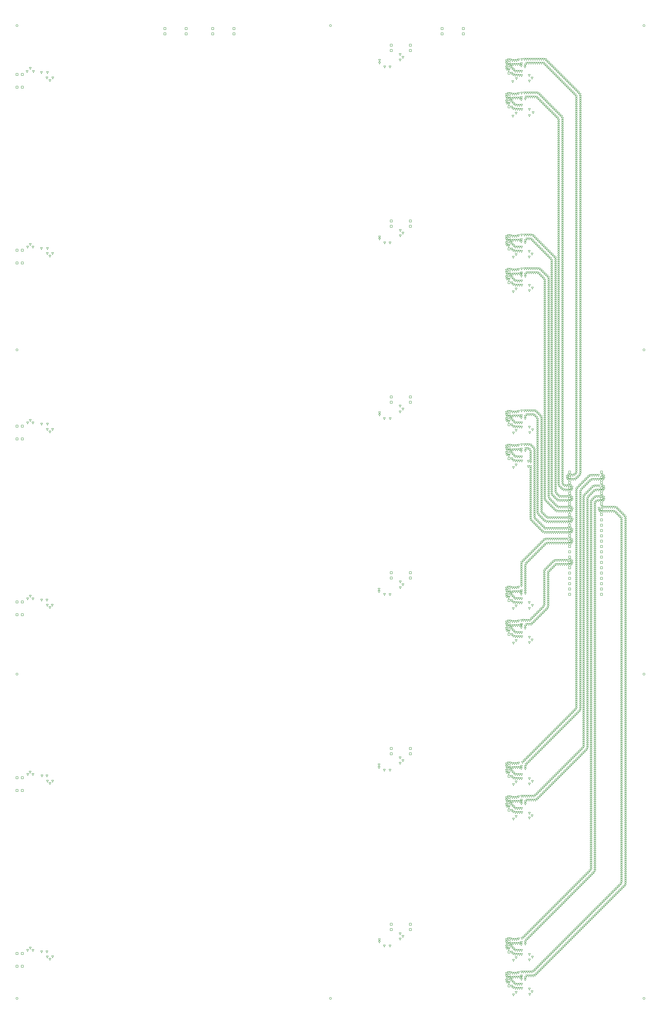
<source format=gbr>
%TF.GenerationSoftware,Altium Limited,Altium Designer,22.9.1 (49)*%
G04 Layer_Color=2752767*
%FSLAX45Y45*%
%MOMM*%
%TF.SameCoordinates,19B3199C-24C9-4E42-A554-521A99F5088D*%
%TF.FilePolarity,Positive*%
%TF.FileFunction,Drawing*%
%TF.Part,Single*%
G01*
G75*
%TA.AperFunction,NonConductor*%
%ADD29C,0.12700*%
%ADD53C,0.16933*%
D29*
X23063200Y48831500D02*
Y48933099D01*
X23164799D01*
Y48831500D01*
X23063200D01*
Y49085501D02*
Y49187100D01*
X23164799D01*
Y49085501D01*
X23063200D01*
X24079201Y48831500D02*
Y48933099D01*
X24180800D01*
Y48831500D01*
X24079201D01*
Y49085501D02*
Y49187100D01*
X24180800D01*
Y49085501D01*
X24079201D01*
X9817100D02*
Y49187100D01*
X9918700D01*
Y49085501D01*
X9817100D01*
Y48831500D02*
Y48933099D01*
X9918700D01*
Y48831500D01*
X9817100D01*
X10833100Y49085501D02*
Y49187100D01*
X10934700D01*
Y49085501D01*
X10833100D01*
Y48831500D02*
Y48933099D01*
X10934700D01*
Y48831500D01*
X10833100D01*
X13119099Y49085501D02*
Y49187100D01*
X13220700D01*
Y49085501D01*
X13119099D01*
Y48831500D02*
Y48933099D01*
X13220700D01*
Y48831500D01*
X13119099D01*
X12103100Y49085501D02*
Y49187100D01*
X12204700D01*
Y49085501D01*
X12103100D01*
Y48831500D02*
Y48933099D01*
X12204700D01*
Y48831500D01*
X12103100D01*
X2743200Y12679934D02*
Y12781534D01*
X2844800D01*
Y12679934D01*
X2743200D01*
X2997200D02*
Y12781534D01*
X3098800D01*
Y12679934D01*
X2997200D01*
X2743200Y4279900D02*
Y4381500D01*
X2844800D01*
Y4279900D01*
X2743200D01*
X2997200D02*
Y4381500D01*
X3098800D01*
Y4279900D01*
X2997200D01*
X21551900Y6032500D02*
Y6134100D01*
X21653500D01*
Y6032500D01*
X21551900D01*
Y6286500D02*
Y6388100D01*
X21653500D01*
Y6286500D01*
X21551900D01*
X26263599Y4953000D02*
Y5054600D01*
X26365201D01*
Y4953000D01*
X26263599D01*
Y5207000D02*
Y5308600D01*
X26365201D01*
Y5207000D01*
X26263599D01*
Y5461000D02*
Y5562600D01*
X26365201D01*
Y5461000D01*
X26263599D01*
Y3340100D02*
Y3441700D01*
X26365201D01*
Y3340100D01*
X26263599D01*
Y3594100D02*
Y3695700D01*
X26365201D01*
Y3594100D01*
X26263599D01*
Y3848100D02*
Y3949700D01*
X26365201D01*
Y3848100D01*
X26263599D01*
X20637500Y6286500D02*
Y6388100D01*
X20739101D01*
Y6286500D01*
X20637500D01*
Y6032500D02*
Y6134100D01*
X20739101D01*
Y6032500D01*
X20637500D01*
X2997200Y4889500D02*
Y4991100D01*
X3098800D01*
Y4889500D01*
X2997200D01*
X2743200D02*
Y4991100D01*
X2844800D01*
Y4889500D01*
X2743200D01*
Y46280069D02*
Y46381671D01*
X2844800D01*
Y46280069D01*
X2743200D01*
X2997200D02*
Y46381671D01*
X3098800D01*
Y46280069D01*
X2997200D01*
X21551900Y48032669D02*
Y48134271D01*
X21653500D01*
Y48032669D01*
X21551900D01*
Y48286670D02*
Y48388269D01*
X21653500D01*
Y48286670D01*
X21551900D01*
Y14432533D02*
Y14534134D01*
X21653500D01*
Y14432533D01*
X21551900D01*
Y14686534D02*
Y14788133D01*
X21653500D01*
Y14686534D01*
X21551900D01*
Y22832568D02*
Y22934167D01*
X21653500D01*
Y22832568D01*
X21551900D01*
Y23086568D02*
Y23188168D01*
X21653500D01*
Y23086568D01*
X21551900D01*
Y31232602D02*
Y31334201D01*
X21653500D01*
Y31232602D01*
X21551900D01*
Y31486603D02*
Y31588202D01*
X21653500D01*
Y31486603D01*
X21551900D01*
Y39632635D02*
Y39734235D01*
X21653500D01*
Y39632635D01*
X21551900D01*
Y39886636D02*
Y39988235D01*
X21653500D01*
Y39886636D01*
X21551900D01*
X2743200Y21079968D02*
Y21181567D01*
X2844800D01*
Y21079968D01*
X2743200D01*
X2997200D02*
Y21181567D01*
X3098800D01*
Y21079968D01*
X2997200D01*
X2743200Y29480002D02*
Y29581601D01*
X2844800D01*
Y29480002D01*
X2743200D01*
X2997200D02*
Y29581601D01*
X3098800D01*
Y29480002D01*
X2997200D01*
X2743200Y37880035D02*
Y37981635D01*
X2844800D01*
Y37880035D01*
X2743200D01*
X2997200D02*
Y37981635D01*
X3098800D01*
Y37880035D01*
X2997200D01*
X26263599Y45340271D02*
Y45441870D01*
X26365201D01*
Y45340271D01*
X26263599D01*
Y45594269D02*
Y45695871D01*
X26365201D01*
Y45594269D01*
X26263599D01*
Y45848270D02*
Y45949869D01*
X26365201D01*
Y45848270D01*
X26263599D01*
Y46953171D02*
Y47054770D01*
X26365201D01*
Y46953171D01*
X26263599D01*
Y47207169D02*
Y47308771D01*
X26365201D01*
Y47207169D01*
X26263599D01*
Y47461169D02*
Y47562769D01*
X26365201D01*
Y47461169D01*
X26263599D01*
Y20140169D02*
Y20241768D01*
X26365201D01*
Y20140169D01*
X26263599D01*
Y20394168D02*
Y20495769D01*
X26365201D01*
Y20394168D01*
X26263599D01*
Y20648167D02*
Y20749768D01*
X26365201D01*
Y20648167D01*
X26263599D01*
Y21753069D02*
Y21854668D01*
X26365201D01*
Y21753069D01*
X26263599D01*
Y22007068D02*
Y22108669D01*
X26365201D01*
Y22007068D01*
X26263599D01*
Y22261069D02*
Y22362668D01*
X26365201D01*
Y22261069D01*
X26263599D01*
Y36940237D02*
Y37041837D01*
X26365201D01*
Y36940237D01*
X26263599D01*
Y37194235D02*
Y37295837D01*
X26365201D01*
Y37194235D01*
X26263599D01*
Y37448236D02*
Y37549835D01*
X26365201D01*
Y37448236D01*
X26263599D01*
Y38553137D02*
Y38654736D01*
X26365201D01*
Y38553137D01*
X26263599D01*
Y38807135D02*
Y38908737D01*
X26365201D01*
Y38807135D01*
X26263599D01*
Y39061136D02*
Y39162735D01*
X26365201D01*
Y39061136D01*
X26263599D01*
Y30661102D02*
Y30762701D01*
X26365201D01*
Y30661102D01*
X26263599D01*
Y30407101D02*
Y30508701D01*
X26365201D01*
Y30407101D01*
X26263599D01*
Y30153101D02*
Y30254703D01*
X26365201D01*
Y30153101D01*
X26263599D01*
Y29048203D02*
Y29149802D01*
X26365201D01*
Y29048203D01*
X26263599D01*
Y28794202D02*
Y28895801D01*
X26365201D01*
Y28794202D01*
X26263599D01*
Y28540201D02*
Y28641803D01*
X26365201D01*
Y28540201D01*
X26263599D01*
X20637500Y31232602D02*
Y31334201D01*
X20739101D01*
Y31232602D01*
X20637500D01*
Y31486603D02*
Y31588202D01*
X20739101D01*
Y31486603D01*
X20637500D01*
X2743200Y30089603D02*
Y30191202D01*
X2844800D01*
Y30089603D01*
X2743200D01*
X2997200D02*
Y30191202D01*
X3098800D01*
Y30089603D01*
X2997200D01*
X26263599Y13861034D02*
Y13962634D01*
X26365201D01*
Y13861034D01*
X26263599D01*
Y13607034D02*
Y13708633D01*
X26365201D01*
Y13607034D01*
X26263599D01*
Y13353033D02*
Y13454634D01*
X26365201D01*
Y13353033D01*
X26263599D01*
Y12248134D02*
Y12349734D01*
X26365201D01*
Y12248134D01*
X26263599D01*
Y11994134D02*
Y12095734D01*
X26365201D01*
Y11994134D01*
X26263599D01*
Y11740134D02*
Y11841734D01*
X26365201D01*
Y11740134D01*
X26263599D01*
X29159201Y27889200D02*
Y27990799D01*
X29260800D01*
Y27889200D01*
X29159201D01*
Y22047200D02*
Y22148801D01*
X29260800D01*
Y22047200D01*
X29159201D01*
Y22301199D02*
Y22402800D01*
X29260800D01*
Y22301199D01*
X29159201D01*
Y22555200D02*
Y22656799D01*
X29260800D01*
Y22555200D01*
X29159201D01*
Y22809200D02*
Y22910800D01*
X29260800D01*
Y22809200D01*
X29159201D01*
Y23063200D02*
Y23164799D01*
X29260800D01*
Y23063200D01*
X29159201D01*
Y23317200D02*
Y23418800D01*
X29260800D01*
Y23317200D01*
X29159201D01*
Y23571201D02*
Y23672800D01*
X29260800D01*
Y23571201D01*
X29159201D01*
Y23825200D02*
Y23926801D01*
X29260800D01*
Y23825200D01*
X29159201D01*
Y24079201D02*
Y24180800D01*
X29260800D01*
Y24079201D01*
X29159201D01*
Y24333200D02*
Y24434801D01*
X29260800D01*
Y24333200D01*
X29159201D01*
Y24587199D02*
Y24688800D01*
X29260800D01*
Y24587199D01*
X29159201D01*
Y24841200D02*
Y24942799D01*
X29260800D01*
Y24841200D01*
X29159201D01*
Y25095200D02*
Y25196800D01*
X29260800D01*
Y25095200D01*
X29159201D01*
Y25349200D02*
Y25450800D01*
X29260800D01*
Y25349200D01*
X29159201D01*
Y25603201D02*
Y25704800D01*
X29260800D01*
Y25603201D01*
X29159201D01*
Y25857199D02*
Y25958801D01*
X29260800D01*
Y25857199D01*
X29159201D01*
Y26111200D02*
Y26212799D01*
X29260800D01*
Y26111200D01*
X29159201D01*
Y26365201D02*
Y26466800D01*
X29260800D01*
Y26365201D01*
X29159201D01*
Y26619199D02*
Y26720801D01*
X29260800D01*
Y26619199D01*
X29159201D01*
Y26873199D02*
Y26974799D01*
X29260800D01*
Y26873199D01*
X29159201D01*
Y27127200D02*
Y27228799D01*
X29260800D01*
Y27127200D01*
X29159201D01*
Y27381201D02*
Y27482800D01*
X29260800D01*
Y27381201D01*
X29159201D01*
Y27635199D02*
Y27736801D01*
X29260800D01*
Y27635199D01*
X29159201D01*
X2743200Y13289534D02*
Y13391135D01*
X2844800D01*
Y13289534D01*
X2743200D01*
X2997200D02*
Y13391135D01*
X3098800D01*
Y13289534D01*
X2997200D01*
X20637500Y14432533D02*
Y14534134D01*
X20739101D01*
Y14432533D01*
X20637500D01*
Y14686534D02*
Y14788133D01*
X20739101D01*
Y14686534D01*
X20637500D01*
X30683200Y22047200D02*
Y22148801D01*
X30784799D01*
Y22047200D01*
X30683200D01*
Y27889200D02*
Y27990799D01*
X30784799D01*
Y27889200D01*
X30683200D01*
Y27635199D02*
Y27736801D01*
X30784799D01*
Y27635199D01*
X30683200D01*
Y27381201D02*
Y27482800D01*
X30784799D01*
Y27381201D01*
X30683200D01*
Y27127200D02*
Y27228799D01*
X30784799D01*
Y27127200D01*
X30683200D01*
Y26873199D02*
Y26974799D01*
X30784799D01*
Y26873199D01*
X30683200D01*
Y26619199D02*
Y26720801D01*
X30784799D01*
Y26619199D01*
X30683200D01*
Y26365201D02*
Y26466800D01*
X30784799D01*
Y26365201D01*
X30683200D01*
Y26111200D02*
Y26212799D01*
X30784799D01*
Y26111200D01*
X30683200D01*
Y25857199D02*
Y25958801D01*
X30784799D01*
Y25857199D01*
X30683200D01*
Y25603201D02*
Y25704800D01*
X30784799D01*
Y25603201D01*
X30683200D01*
Y25349200D02*
Y25450800D01*
X30784799D01*
Y25349200D01*
X30683200D01*
Y25095200D02*
Y25196800D01*
X30784799D01*
Y25095200D01*
X30683200D01*
Y24841200D02*
Y24942799D01*
X30784799D01*
Y24841200D01*
X30683200D01*
Y24587199D02*
Y24688800D01*
X30784799D01*
Y24587199D01*
X30683200D01*
Y24333200D02*
Y24434801D01*
X30784799D01*
Y24333200D01*
X30683200D01*
Y24079201D02*
Y24180800D01*
X30784799D01*
Y24079201D01*
X30683200D01*
Y23825200D02*
Y23926801D01*
X30784799D01*
Y23825200D01*
X30683200D01*
Y23571201D02*
Y23672800D01*
X30784799D01*
Y23571201D01*
X30683200D01*
Y23317200D02*
Y23418800D01*
X30784799D01*
Y23317200D01*
X30683200D01*
Y23063200D02*
Y23164799D01*
X30784799D01*
Y23063200D01*
X30683200D01*
Y22809200D02*
Y22910800D01*
X30784799D01*
Y22809200D01*
X30683200D01*
Y22555200D02*
Y22656799D01*
X30784799D01*
Y22555200D01*
X30683200D01*
Y22301199D02*
Y22402800D01*
X30784799D01*
Y22301199D01*
X30683200D01*
X20637500Y22832568D02*
Y22934167D01*
X20739101D01*
Y22832568D01*
X20637500D01*
Y23086568D02*
Y23188168D01*
X20739101D01*
Y23086568D01*
X20637500D01*
Y39632635D02*
Y39734235D01*
X20739101D01*
Y39632635D01*
X20637500D01*
Y39886636D02*
Y39988235D01*
X20739101D01*
Y39886636D01*
X20637500D01*
Y48032669D02*
Y48134271D01*
X20739101D01*
Y48032669D01*
X20637500D01*
Y48286670D02*
Y48388269D01*
X20739101D01*
Y48286670D01*
X20637500D01*
X2743200Y21689568D02*
Y21791168D01*
X2844800D01*
Y21689568D01*
X2743200D01*
X2997200D02*
Y21791168D01*
X3098800D01*
Y21689568D01*
X2997200D01*
X2743200Y38489636D02*
Y38591235D01*
X2844800D01*
Y38489636D01*
X2743200D01*
X2997200D02*
Y38591235D01*
X3098800D01*
Y38489636D01*
X2997200D01*
X2743200Y46889670D02*
Y46991269D01*
X2844800D01*
Y46889670D01*
X2743200D01*
X2997200D02*
Y46991269D01*
X3098800D01*
Y46889670D01*
X2997200D01*
X26715762Y38445911D02*
X26664960Y38547510D01*
X26766562D01*
X26715762Y38445911D01*
X26516071Y38472385D02*
X26465271Y38573984D01*
X26566870D01*
X26516071Y38472385D01*
X26517599Y38150800D02*
X26466800Y38252399D01*
X26568399D01*
X26517599Y38150800D01*
X26614160Y38445911D02*
X26563361Y38547510D01*
X26664960D01*
X26614160Y38445911D01*
X26443930Y38543927D02*
X26393130Y38645526D01*
X26494730D01*
X26443930Y38543927D01*
X26657300Y38277802D02*
X26606500Y38379401D01*
X26708099D01*
X26657300Y38277802D01*
X26294885Y38681815D02*
X26244086Y38783417D01*
X26345685D01*
X26294885Y38681815D01*
X20624800Y5245100D02*
X20574001Y5346700D01*
X20675600D01*
X20624800Y5245100D01*
X20358099D02*
X20307300Y5346700D01*
X20408900D01*
X20358099Y5245100D01*
X20624800Y13639799D02*
X20574001Y13741400D01*
X20675600D01*
X20624800Y13639799D01*
X20358099D02*
X20307300Y13741400D01*
X20408900D01*
X20358099Y13639799D01*
X20624800Y22034500D02*
X20574001Y22136099D01*
X20675600D01*
X20624800Y22034500D01*
X20363467Y22043240D02*
X20312666Y22144839D01*
X20414267D01*
X20363467Y22043240D01*
X20370799Y47244000D02*
X20320000Y47345599D01*
X20421600D01*
X20370799Y47244000D01*
X20624800D02*
X20574001Y47345599D01*
X20675600D01*
X20624800Y47244000D01*
X20370799Y38836600D02*
X20320000Y38938199D01*
X20421600D01*
X20370799Y38836600D01*
X20624800D02*
X20574001Y38938199D01*
X20675600D01*
X20624800Y38836600D01*
X20637500Y30441901D02*
X20586700Y30543500D01*
X20688300D01*
X20637500Y30441901D01*
X20358099D02*
X20307300Y30543500D01*
X20408900D01*
X20358099Y30441901D01*
X3556000Y5029200D02*
X3505200Y5130800D01*
X3606800D01*
X3556000Y5029200D01*
X3429000Y5143500D02*
X3378200Y5245100D01*
X3479800D01*
X3429000Y5143500D01*
X3302000Y5029200D02*
X3251200Y5130800D01*
X3352800D01*
X3302000Y5029200D01*
X4229100Y4965700D02*
X4178300Y5067300D01*
X4279900D01*
X4229100Y4965700D01*
X3975100D02*
X3924300Y5067300D01*
X4025900D01*
X3975100Y4965700D01*
X4368800Y4610100D02*
X4318000Y4711700D01*
X4419600D01*
X4368800Y4610100D01*
X4495800Y4724400D02*
X4445000Y4826000D01*
X4546600D01*
X4495800Y4724400D01*
X4238774Y4719283D02*
X4187974Y4820883D01*
X4289574D01*
X4238774Y4719283D01*
X4368800Y13004800D02*
X4318000Y13106400D01*
X4419600D01*
X4368800Y13004800D01*
X4495800Y13119099D02*
X4445000Y13220700D01*
X4546600D01*
X4495800Y13119099D01*
X4254500D02*
X4203700Y13220700D01*
X4305300D01*
X4254500Y13119099D01*
X4229100Y13373100D02*
X4178300Y13474699D01*
X4279900D01*
X4229100Y13373100D01*
X3987800D02*
X3937000Y13474699D01*
X4038600D01*
X3987800Y13373100D01*
X3556000Y13436600D02*
X3505200Y13538200D01*
X3606800D01*
X3556000Y13436600D01*
X3314700D02*
X3263900Y13538200D01*
X3365500D01*
X3314700Y13436600D01*
X3424704Y13551323D02*
X3373904Y13652924D01*
X3475504D01*
X3424704Y13551323D01*
X3975100Y21767799D02*
X3924300Y21869400D01*
X4025900D01*
X3975100Y21767799D01*
X4229100D02*
X4178300Y21869400D01*
X4279900D01*
X4229100Y21767799D01*
X4368800Y21412199D02*
X4318000Y21513800D01*
X4419600D01*
X4368800Y21412199D01*
X4483100Y21526500D02*
X4432300Y21628101D01*
X4533900D01*
X4483100Y21526500D01*
X4241800D02*
X4191000Y21628101D01*
X4292600D01*
X4241800Y21526500D01*
X3556000Y21831300D02*
X3505200Y21932899D01*
X3606800D01*
X3556000Y21831300D01*
X3302000D02*
X3251200Y21932899D01*
X3352800D01*
X3302000Y21831300D01*
X3429000Y21958299D02*
X3378200Y22059900D01*
X3479800D01*
X3429000Y21958299D01*
X3556000Y30238699D02*
X3505200Y30340302D01*
X3606800D01*
X3556000Y30238699D01*
X3302000D02*
X3251200Y30340302D01*
X3352800D01*
X3302000Y30238699D01*
X3429000Y30353000D02*
X3378200Y30454599D01*
X3479800D01*
X3429000Y30353000D01*
X3975100Y30175201D02*
X3924300Y30276801D01*
X4025900D01*
X3975100Y30175201D01*
X4254500D02*
X4203700Y30276801D01*
X4305300D01*
X4254500Y30175201D01*
X4368800Y29806900D02*
X4318000Y29908499D01*
X4419600D01*
X4368800Y29806900D01*
X4495800Y29921201D02*
X4445000Y30022800D01*
X4546600D01*
X4495800Y29921201D01*
X4241800D02*
X4191000Y30022800D01*
X4292600D01*
X4241800Y29921201D01*
X3962400Y38569901D02*
X3911600Y38671500D01*
X4013200D01*
X3962400Y38569901D01*
X4254500D02*
X4203700Y38671500D01*
X4305300D01*
X4254500Y38569901D01*
X3556000Y38633401D02*
X3505200Y38735001D01*
X3606800D01*
X3556000Y38633401D01*
X3429000Y38760400D02*
X3378200Y38862000D01*
X3479800D01*
X3429000Y38760400D01*
X3302000Y38633401D02*
X3251200Y38735001D01*
X3352800D01*
X3302000Y38633401D01*
X4368800Y38201599D02*
X4318000Y38303201D01*
X4419600D01*
X4368800Y38201599D01*
X4495800Y38328601D02*
X4445000Y38430200D01*
X4546600D01*
X4495800Y38328601D01*
X4241800D02*
X4191000Y38430200D01*
X4292600D01*
X4241800Y38328601D01*
X3962400Y46977301D02*
X3911600Y47078900D01*
X4013200D01*
X3962400Y46977301D01*
X4254500D02*
X4203700Y47078900D01*
X4305300D01*
X4254500Y46977301D01*
X3581400Y47028101D02*
X3530600Y47129700D01*
X3632200D01*
X3581400Y47028101D01*
X3276600D02*
X3225800Y47129700D01*
X3327400D01*
X3276600Y47028101D01*
X3429000Y47180499D02*
X3378200Y47282101D01*
X3479800D01*
X3429000Y47180499D01*
X4368800Y46596301D02*
X4318000Y46697900D01*
X4419600D01*
X4368800Y46596301D01*
X4229100Y46723300D02*
X4178300Y46824899D01*
X4279900D01*
X4229100Y46723300D01*
X4508500D02*
X4457700Y46824899D01*
X4559300D01*
X4508500Y46723300D01*
X20129500Y47434500D02*
X20078700Y47536099D01*
X20180299D01*
X20129500Y47434500D01*
Y47561499D02*
X20078700Y47663101D01*
X20180299D01*
X20129500Y47561499D01*
X21107401Y47574200D02*
X21056599Y47675800D01*
X21158200D01*
X21107401Y47574200D01*
X21247099Y47701199D02*
X21196300Y47802802D01*
X21297900D01*
X21247099Y47701199D01*
X21107401Y47840900D02*
X21056599Y47942499D01*
X21158200D01*
X21107401Y47840900D01*
X20129500Y39027100D02*
X20078700Y39128699D01*
X20180299D01*
X20129500Y39027100D01*
Y39116000D02*
X20078700Y39217599D01*
X20180299D01*
X20129500Y39116000D01*
X21120100Y39179501D02*
X21069299Y39281100D01*
X21170900D01*
X21120100Y39179501D01*
X21247099Y39306500D02*
X21196300Y39408099D01*
X21297900D01*
X21247099Y39306500D01*
X21120100Y39433499D02*
X21069299Y39535101D01*
X21170900D01*
X21120100Y39433499D01*
X20129500Y30619699D02*
X20078700Y30721301D01*
X20180299D01*
X20129500Y30619699D01*
Y30721301D02*
X20078700Y30822900D01*
X20180299D01*
X20129500Y30721301D01*
X21107401Y30759399D02*
X21056599Y30860999D01*
X21158200D01*
X21107401Y30759399D01*
X21247099Y30899100D02*
X21196300Y31000699D01*
X21297900D01*
X21247099Y30899100D01*
X21107401Y31038800D02*
X21056599Y31140399D01*
X21158200D01*
X21107401Y31038800D01*
X20104100Y22174200D02*
X20053300Y22275800D01*
X20154900D01*
X20104100Y22174200D01*
Y22288499D02*
X20053300Y22390100D01*
X20154900D01*
X20104100Y22288499D01*
X21120100Y22364700D02*
X21069299Y22466299D01*
X21170900D01*
X21120100Y22364700D01*
X21247099Y22504401D02*
X21196300Y22606000D01*
X21297900D01*
X21247099Y22504401D01*
X21120100Y22644099D02*
X21069299Y22745700D01*
X21170900D01*
X21120100Y22644099D01*
X20104100Y13766800D02*
X20053300Y13868401D01*
X20154900D01*
X20104100Y13766800D01*
Y13893800D02*
X20053300Y13995399D01*
X20154900D01*
X20104100Y13893800D01*
X21247099Y14097000D02*
X21196300Y14198599D01*
X21297900D01*
X21247099Y14097000D01*
X21107401Y13970000D02*
X21056599Y14071600D01*
X21158200D01*
X21107401Y13970000D01*
X21111328Y14234058D02*
X21060529Y14335658D01*
X21162128D01*
X21111328Y14234058D01*
X21247099Y5702300D02*
X21196300Y5803900D01*
X21297900D01*
X21247099Y5702300D01*
X21107401Y5575300D02*
X21056599Y5676900D01*
X21158200D01*
X21107401Y5575300D01*
Y5829300D02*
X21056599Y5930900D01*
X21158200D01*
X21107401Y5829300D01*
X20116800Y5435600D02*
X20066000Y5537200D01*
X20167599D01*
X20116800Y5435600D01*
Y5537200D02*
X20066000Y5638800D01*
X20167599D01*
X20116800Y5537200D01*
X26657300Y3022600D02*
X26606500Y3124200D01*
X26708099D01*
X26657300Y3022600D01*
X26530301Y2908300D02*
X26479501Y3009900D01*
X26581100D01*
X26530301Y2908300D01*
X27304999Y2933700D02*
X27254199Y3035300D01*
X27355801D01*
X27304999Y2933700D01*
X27419299Y3060700D02*
X27368500Y3162300D01*
X27470099D01*
X27419299Y3060700D01*
X27292300Y3187700D02*
X27241501Y3289300D01*
X27343100D01*
X27292300Y3187700D01*
X26530301Y4559300D02*
X26479501Y4660900D01*
X26581100D01*
X26530301Y4559300D01*
X26657300Y4686300D02*
X26606500Y4787900D01*
X26708099D01*
X26657300Y4686300D01*
X27292300Y4572000D02*
X27241501Y4673600D01*
X27343100D01*
X27292300Y4572000D01*
X27432001Y4711700D02*
X27381201Y4813300D01*
X27482800D01*
X27432001Y4711700D01*
X27292300Y4838700D02*
X27241501Y4940300D01*
X27343100D01*
X27292300Y4838700D01*
X26530301Y11303000D02*
X26479501Y11404600D01*
X26581100D01*
X26530301Y11303000D01*
X26657300Y11430000D02*
X26606500Y11531600D01*
X26708099D01*
X26657300Y11430000D01*
X27292300Y11353800D02*
X27241501Y11455400D01*
X27343100D01*
X27292300Y11353800D01*
X27419299Y11468100D02*
X27368500Y11569700D01*
X27470099D01*
X27419299Y11468100D01*
X27292300Y11582400D02*
X27241501Y11684000D01*
X27343100D01*
X27292300Y11582400D01*
X26530301Y12953999D02*
X26479501Y13055600D01*
X26581100D01*
X26530301Y12953999D01*
X26657300Y13081000D02*
X26606500Y13182600D01*
X26708099D01*
X26657300Y13081000D01*
X27292300Y12979401D02*
X27241501Y13081000D01*
X27343100D01*
X27292300Y12979401D01*
X27432001Y13106400D02*
X27381201Y13208000D01*
X27482800D01*
X27432001Y13106400D01*
X27292300Y13233400D02*
X27241501Y13335001D01*
X27343100D01*
X27292300Y13233400D01*
X26657300Y19837399D02*
X26606500Y19939000D01*
X26708099D01*
X26657300Y19837399D01*
X26530301Y19710400D02*
X26479501Y19812000D01*
X26581100D01*
X26530301Y19710400D01*
X27292300Y19735800D02*
X27241501Y19837399D01*
X27343100D01*
X27292300Y19735800D01*
X27419299Y19862801D02*
X27368500Y19964400D01*
X27470099D01*
X27419299Y19862801D01*
X27292300Y19989799D02*
X27241501Y20091400D01*
X27343100D01*
X27292300Y19989799D01*
X26657300Y21488400D02*
X26606500Y21589999D01*
X26708099D01*
X26657300Y21488400D01*
X26517599Y21361400D02*
X26466800Y21463000D01*
X26568399D01*
X26517599Y21361400D01*
X27292300Y21374100D02*
X27241501Y21475700D01*
X27343100D01*
X27292300Y21374100D01*
X27432001Y21513800D02*
X27381201Y21615401D01*
X27482800D01*
X27432001Y21513800D01*
X27279599Y21653500D02*
X27228799Y21755099D01*
X27330399D01*
X27279599Y21653500D01*
X26530301Y28105099D02*
X26479501Y28206699D01*
X26581100D01*
X26530301Y28105099D01*
X26657300Y28232101D02*
X26606500Y28333701D01*
X26708099D01*
X26657300Y28232101D01*
X27241501Y28143201D02*
X27190701Y28244800D01*
X27292300D01*
X27241501Y28143201D01*
Y28397198D02*
X27190701Y28498801D01*
X27292300D01*
X27241501Y28397198D01*
X26530301Y29756100D02*
X26479501Y29857700D01*
X26581100D01*
X26530301Y29756100D01*
X26657300Y29883099D02*
X26606500Y29984698D01*
X26708099D01*
X26657300Y29883099D01*
X27304999Y29768799D02*
X27254199Y29870401D01*
X27355801D01*
X27304999Y29768799D01*
X27444699Y29908499D02*
X27393900Y30010101D01*
X27495499D01*
X27444699Y29908499D01*
X27292300Y30035501D02*
X27241501Y30137100D01*
X27343100D01*
X27292300Y30035501D01*
X26517599Y36499799D02*
X26466800Y36601401D01*
X26568399D01*
X26517599Y36499799D01*
X26657300Y36639499D02*
X26606500Y36741101D01*
X26708099D01*
X26657300Y36639499D01*
X27292300Y36550601D02*
X27241501Y36652200D01*
X27343100D01*
X27292300Y36550601D01*
X27432001Y36677600D02*
X27381201Y36779199D01*
X27482800D01*
X27432001Y36677600D01*
X27292300Y36804599D02*
X27241501Y36906201D01*
X27343100D01*
X27292300Y36804599D01*
X27279599Y38163501D02*
X27228799Y38265100D01*
X27330399D01*
X27279599Y38163501D01*
X27419299Y38303201D02*
X27368500Y38404800D01*
X27470099D01*
X27419299Y38303201D01*
X27279599Y38430200D02*
X27228799Y38531799D01*
X27330399D01*
X27279599Y38430200D01*
X26504901Y44894501D02*
X26454099Y44996100D01*
X26555701D01*
X26504901Y44894501D01*
X26657300Y45034201D02*
X26606500Y45135800D01*
X26708099D01*
X26657300Y45034201D01*
X27292300Y44919901D02*
X27241501Y45021500D01*
X27343100D01*
X27292300Y44919901D01*
Y45212000D02*
X27241501Y45313599D01*
X27343100D01*
X27292300Y45212000D01*
X27470099Y45059601D02*
X27419299Y45161200D01*
X27520901D01*
X27470099Y45059601D01*
X26492200Y46545499D02*
X26441400Y46647101D01*
X26542999D01*
X26492200Y46545499D01*
X26670001Y46685199D02*
X26619199Y46786801D01*
X26720801D01*
X26670001Y46685199D01*
X27292300Y46570901D02*
X27241501Y46672501D01*
X27343100D01*
X27292300Y46570901D01*
X27279599Y46837601D02*
X27228799Y46939200D01*
X27330399D01*
X27279599Y46837601D01*
X27419299Y46710599D02*
X27368500Y46812201D01*
X27470099D01*
X27419299Y46710599D01*
X26188907Y3612311D02*
X26138107Y3713911D01*
X26239709D01*
X26188907Y3612311D01*
X26215787Y3514331D02*
X26164987Y3615931D01*
X26266586D01*
X26215787Y3514331D01*
X26305865Y3467334D02*
X26255066Y3568934D01*
X26356665D01*
X26305865Y3467334D01*
X26450354Y3324465D02*
X26399554Y3426065D01*
X26501154D01*
X26450354Y3324465D01*
X26522195Y3252623D02*
X26471396Y3354223D01*
X26572995D01*
X26522195Y3252623D01*
X26618475Y3220174D02*
X26567676Y3321774D01*
X26669275D01*
X26618475Y3220174D01*
X26720074D02*
X26669275Y3321774D01*
X26770874D01*
X26720074Y3220174D01*
X26821628Y3217055D02*
X26770828Y3318655D01*
X26872427D01*
X26821628Y3217055D01*
X26923221Y3218023D02*
X26872421Y3319623D01*
X26974023D01*
X26923221Y3218023D01*
X26919003Y3415995D02*
X26868204Y3517595D01*
X26969803D01*
X26919003Y3415995D01*
X26817508Y3411393D02*
X26766708Y3512993D01*
X26868307D01*
X26817508Y3411393D01*
X26715930Y3409226D02*
X26665131Y3510826D01*
X26766730D01*
X26715930Y3409226D01*
X26615790Y3426389D02*
X26564990Y3527989D01*
X26666592D01*
X26615790Y3426389D01*
X26543948Y3498231D02*
X26493149Y3599831D01*
X26594748D01*
X26543948Y3498231D01*
X26472107Y3570073D02*
X26421307Y3671673D01*
X26522906D01*
X26472107Y3570073D01*
X26423151Y3659101D02*
X26372351Y3760701D01*
X26473950D01*
X26423151Y3659101D01*
X26774194Y3972983D02*
X26723392Y4074583D01*
X26824994D01*
X26774194Y3972983D01*
X26677234Y3942626D02*
X26626434Y4044226D01*
X26728033D01*
X26677234Y3942626D01*
X26575635D02*
X26524835Y4044226D01*
X26626434D01*
X26575635Y3942626D01*
X26474033D02*
X26423233Y4044226D01*
X26524835D01*
X26474033Y3942626D01*
X26377695Y3974895D02*
X26326895Y4076495D01*
X26428494D01*
X26377695Y3974895D01*
X26276096D02*
X26225296Y4076495D01*
X26326895D01*
X26276096Y3974895D01*
X26187881Y3924488D02*
X26137082Y4026088D01*
X26238681D01*
X26187881Y3924488D01*
X26187604Y3822888D02*
X26136804Y3924488D01*
X26238406D01*
X26187604Y3822888D01*
X26218365Y3726057D02*
X26167566Y3827657D01*
X26269168D01*
X26218365Y3726057D01*
X26319855Y3721305D02*
X26269055Y3822905D01*
X26370657D01*
X26319855Y3721305D01*
X26420786Y3732973D02*
X26369983Y3834573D01*
X26471585D01*
X26420786Y3732973D01*
X26520273Y3753574D02*
X26469473Y3855174D01*
X26571072D01*
X26520273Y3753574D01*
X26621872D02*
X26571072Y3855174D01*
X26672672D01*
X26621872Y3753574D01*
X26723474D02*
X26672672Y3855174D01*
X26774274D01*
X26723474Y3753574D01*
X26825024Y3756725D02*
X26774225Y3858325D01*
X26875824D01*
X26825024Y3756725D01*
X26911060Y3810765D02*
X26860260Y3912365D01*
X26961859D01*
X26911060Y3810765D01*
X26920020Y3998252D02*
X26869220Y4099852D01*
X26970822D01*
X26920020Y3998252D01*
X26190878Y5235987D02*
X26140076Y5337587D01*
X26241678D01*
X26190878Y5235987D01*
X26209039Y5136024D02*
X26158240Y5237624D01*
X26259839D01*
X26209039Y5136024D01*
X26294885Y5081680D02*
X26244086Y5183280D01*
X26345685D01*
X26294885Y5081680D01*
X26443930Y4943790D02*
X26393130Y5045390D01*
X26494730D01*
X26443930Y4943790D01*
X26516071Y4872249D02*
X26465271Y4973849D01*
X26566870D01*
X26516071Y4872249D01*
X26614160Y4845774D02*
X26563361Y4947374D01*
X26664960D01*
X26614160Y4845774D01*
X26715762D02*
X26664960Y4947374D01*
X26766562D01*
X26715762Y4845774D01*
X26817139Y4839051D02*
X26766339Y4940651D01*
X26867938D01*
X26817139Y4839051D01*
X26918692Y4835999D02*
X26867892Y4937599D01*
X26969492D01*
X26918692Y4835999D01*
X26920490Y5034000D02*
X26869690Y5135600D01*
X26971289D01*
X26920490Y5034000D01*
X26818893Y5034826D02*
X26768094Y5136426D01*
X26869693D01*
X26818893Y5034826D01*
X26717294D02*
X26666492Y5136426D01*
X26768094D01*
X26717294Y5034826D01*
X26615790Y5039289D02*
X26564990Y5140889D01*
X26666592D01*
X26615790Y5039289D01*
X26543948Y5111131D02*
X26493149Y5212731D01*
X26594748D01*
X26543948Y5111131D01*
X26472107Y5182973D02*
X26421307Y5284573D01*
X26522906D01*
X26472107Y5182973D01*
X26423151Y5272001D02*
X26372351Y5373601D01*
X26473950D01*
X26423151Y5272001D01*
X26774194Y5585883D02*
X26723392Y5687483D01*
X26824994D01*
X26774194Y5585883D01*
X26677234Y5555526D02*
X26626434Y5657126D01*
X26728033D01*
X26677234Y5555526D01*
X26575635D02*
X26524835Y5657126D01*
X26626434D01*
X26575635Y5555526D01*
X26474033D02*
X26423233Y5657126D01*
X26524835D01*
X26474033Y5555526D01*
X26377695Y5587795D02*
X26326895Y5689395D01*
X26428494D01*
X26377695Y5587795D01*
X26276096D02*
X26225296Y5689395D01*
X26326895D01*
X26276096Y5587795D01*
X26187881Y5537388D02*
X26137082Y5638988D01*
X26238681D01*
X26187881Y5537388D01*
X26187604Y5435788D02*
X26136804Y5537388D01*
X26238406D01*
X26187604Y5435788D01*
X26218365Y5338957D02*
X26167566Y5440557D01*
X26269168D01*
X26218365Y5338957D01*
X26319855Y5334205D02*
X26269055Y5435805D01*
X26370657D01*
X26319855Y5334205D01*
X26420786Y5345873D02*
X26369983Y5447473D01*
X26471585D01*
X26420786Y5345873D01*
X26520273Y5366474D02*
X26469473Y5468074D01*
X26571072D01*
X26520273Y5366474D01*
X26621872D02*
X26571072Y5468074D01*
X26672672D01*
X26621872Y5366474D01*
X26723474D02*
X26672672Y5468074D01*
X26774274D01*
X26723474Y5366474D01*
X26825024Y5369625D02*
X26774225Y5471225D01*
X26875824D01*
X26825024Y5369625D01*
X26188907Y12012345D02*
X26138107Y12113945D01*
X26239709D01*
X26188907Y12012345D01*
X26215787Y11914365D02*
X26164987Y12015965D01*
X26266586D01*
X26215787Y11914365D01*
X26305865Y11867368D02*
X26255066Y11968968D01*
X26356665D01*
X26305865Y11867368D01*
X26450354Y11724499D02*
X26399554Y11826099D01*
X26501154D01*
X26450354Y11724499D01*
X26522195Y11652657D02*
X26471396Y11754257D01*
X26572995D01*
X26522195Y11652657D01*
X26618475Y11620208D02*
X26567676Y11721808D01*
X26669275D01*
X26618475Y11620208D01*
X26720074D02*
X26669275Y11721808D01*
X26770874D01*
X26720074Y11620208D01*
X26821628Y11617089D02*
X26770828Y11718689D01*
X26872427D01*
X26821628Y11617089D01*
X26923221Y11618057D02*
X26872421Y11719657D01*
X26974023D01*
X26923221Y11618057D01*
X26919003Y11816029D02*
X26868204Y11917629D01*
X26969803D01*
X26919003Y11816029D01*
X26817508Y11811427D02*
X26766708Y11913027D01*
X26868307D01*
X26817508Y11811427D01*
X26715930Y11809260D02*
X26665131Y11910860D01*
X26766730D01*
X26715930Y11809260D01*
X26615790Y11826423D02*
X26564990Y11928023D01*
X26666592D01*
X26615790Y11826423D01*
X26543948Y11898265D02*
X26493149Y11999865D01*
X26594748D01*
X26543948Y11898265D01*
X26472107Y11970107D02*
X26421307Y12071707D01*
X26522906D01*
X26472107Y11970107D01*
X26423151Y12059135D02*
X26372351Y12160735D01*
X26473950D01*
X26423151Y12059135D01*
X26774194Y12373017D02*
X26723392Y12474617D01*
X26824994D01*
X26774194Y12373017D01*
X26677234Y12342660D02*
X26626434Y12444260D01*
X26728033D01*
X26677234Y12342660D01*
X26575635D02*
X26524835Y12444260D01*
X26626434D01*
X26575635Y12342660D01*
X26474033D02*
X26423233Y12444260D01*
X26524835D01*
X26474033Y12342660D01*
X26377695Y12374929D02*
X26326895Y12476529D01*
X26428494D01*
X26377695Y12374929D01*
X26276096D02*
X26225296Y12476529D01*
X26326895D01*
X26276096Y12374929D01*
X26187881Y12324522D02*
X26137082Y12426122D01*
X26238681D01*
X26187881Y12324522D01*
X26187604Y12222922D02*
X26136804Y12324522D01*
X26238406D01*
X26187604Y12222922D01*
X26218365Y12126091D02*
X26167566Y12227691D01*
X26269168D01*
X26218365Y12126091D01*
X26319855Y12121339D02*
X26269055Y12222939D01*
X26370657D01*
X26319855Y12121339D01*
X26420786Y12133007D02*
X26369983Y12234607D01*
X26471585D01*
X26420786Y12133007D01*
X26520273Y12153608D02*
X26469473Y12255208D01*
X26571072D01*
X26520273Y12153608D01*
X26621872D02*
X26571072Y12255208D01*
X26672672D01*
X26621872Y12153608D01*
X26723474D02*
X26672672Y12255208D01*
X26774274D01*
X26723474Y12153608D01*
X26825024Y12156759D02*
X26774225Y12258359D01*
X26875824D01*
X26825024Y12156759D01*
X26911060Y12210799D02*
X26860260Y12312399D01*
X26961859D01*
X26911060Y12210799D01*
X26920020Y12398286D02*
X26869220Y12499886D01*
X26970822D01*
X26920020Y12398286D01*
X26190878Y13636021D02*
X26140076Y13737621D01*
X26241678D01*
X26190878Y13636021D01*
X26209039Y13536058D02*
X26158240Y13637659D01*
X26259839D01*
X26209039Y13536058D01*
X26294885Y13481714D02*
X26244086Y13583315D01*
X26345685D01*
X26294885Y13481714D01*
X26443930Y13343823D02*
X26393130Y13445424D01*
X26494730D01*
X26443930Y13343823D01*
X26516071Y13272282D02*
X26465271Y13373883D01*
X26566870D01*
X26516071Y13272282D01*
X26614160Y13245808D02*
X26563361Y13347408D01*
X26664960D01*
X26614160Y13245808D01*
X26715762D02*
X26664960Y13347408D01*
X26766562D01*
X26715762Y13245808D01*
X26817139Y13239085D02*
X26766339Y13340685D01*
X26867938D01*
X26817139Y13239085D01*
X26918692Y13236034D02*
X26867892Y13337633D01*
X26969492D01*
X26918692Y13236034D01*
X26920490Y13434035D02*
X26869690Y13535634D01*
X26971289D01*
X26920490Y13434035D01*
X26818893Y13434860D02*
X26768094Y13536459D01*
X26869693D01*
X26818893Y13434860D01*
X26717294D02*
X26666492Y13536459D01*
X26768094D01*
X26717294Y13434860D01*
X26615790Y13439323D02*
X26564990Y13540923D01*
X26666592D01*
X26615790Y13439323D01*
X26543948Y13511165D02*
X26493149Y13612766D01*
X26594748D01*
X26543948Y13511165D01*
X26472107Y13583006D02*
X26421307Y13684607D01*
X26522906D01*
X26472107Y13583006D01*
X26423151Y13672035D02*
X26372351Y13773634D01*
X26473950D01*
X26423151Y13672035D01*
X26774194Y13985918D02*
X26723392Y14087517D01*
X26824994D01*
X26774194Y13985918D01*
X26677234Y13955560D02*
X26626434Y14057159D01*
X26728033D01*
X26677234Y13955560D01*
X26575635D02*
X26524835Y14057159D01*
X26626434D01*
X26575635Y13955560D01*
X26474033D02*
X26423233Y14057159D01*
X26524835D01*
X26474033Y13955560D01*
X26377695Y13987830D02*
X26326895Y14089429D01*
X26428494D01*
X26377695Y13987830D01*
X26276096D02*
X26225296Y14089429D01*
X26326895D01*
X26276096Y13987830D01*
X26187881Y13937422D02*
X26137082Y14039021D01*
X26238681D01*
X26187881Y13937422D01*
X26187604Y13835822D02*
X26136804Y13937422D01*
X26238406D01*
X26187604Y13835822D01*
X26218365Y13738991D02*
X26167566Y13840591D01*
X26269168D01*
X26218365Y13738991D01*
X26319855Y13734239D02*
X26269055Y13835838D01*
X26370657D01*
X26319855Y13734239D01*
X26420786Y13745908D02*
X26369983Y13847507D01*
X26471585D01*
X26420786Y13745908D01*
X26520273Y13766508D02*
X26469473Y13868108D01*
X26571072D01*
X26520273Y13766508D01*
X26621872D02*
X26571072Y13868108D01*
X26672672D01*
X26621872Y13766508D01*
X26723474D02*
X26672672Y13868108D01*
X26774274D01*
X26723474Y13766508D01*
X26825024Y13769659D02*
X26774225Y13871259D01*
X26875824D01*
X26825024Y13769659D01*
X26188907Y20412379D02*
X26138107Y20513979D01*
X26239709D01*
X26188907Y20412379D01*
X26215787Y20314400D02*
X26164987Y20415999D01*
X26266586D01*
X26215787Y20314400D01*
X26305865Y20267403D02*
X26255066Y20369002D01*
X26356665D01*
X26305865Y20267403D01*
X26450354Y20124533D02*
X26399554Y20226134D01*
X26501154D01*
X26450354Y20124533D01*
X26522195Y20052692D02*
X26471396Y20154291D01*
X26572995D01*
X26522195Y20052692D01*
X26618475Y20020242D02*
X26567676Y20121841D01*
X26669275D01*
X26618475Y20020242D01*
X26720074D02*
X26669275Y20121841D01*
X26770874D01*
X26720074Y20020242D01*
X26821628Y20017123D02*
X26770828Y20118723D01*
X26872427D01*
X26821628Y20017123D01*
X26923221Y20018091D02*
X26872421Y20119691D01*
X26974023D01*
X26923221Y20018091D01*
X26919003Y20216063D02*
X26868204Y20317664D01*
X26969803D01*
X26919003Y20216063D01*
X26817508Y20211461D02*
X26766708Y20313062D01*
X26868307D01*
X26817508Y20211461D01*
X26715930Y20209294D02*
X26665131Y20310893D01*
X26766730D01*
X26715930Y20209294D01*
X26615790Y20226457D02*
X26564990Y20328056D01*
X26666592D01*
X26615790Y20226457D01*
X26543948Y20298299D02*
X26493149Y20399899D01*
X26594748D01*
X26543948Y20298299D01*
X26472107Y20370142D02*
X26421307Y20471741D01*
X26522906D01*
X26472107Y20370142D01*
X26423151Y20459169D02*
X26372351Y20560770D01*
X26473950D01*
X26423151Y20459169D01*
X26774194Y20773051D02*
X26723392Y20874651D01*
X26824994D01*
X26774194Y20773051D01*
X26677234Y20742694D02*
X26626434Y20844295D01*
X26728033D01*
X26677234Y20742694D01*
X26575635D02*
X26524835Y20844295D01*
X26626434D01*
X26575635Y20742694D01*
X26474033D02*
X26423233Y20844295D01*
X26524835D01*
X26474033Y20742694D01*
X26377695Y20774963D02*
X26326895Y20876562D01*
X26428494D01*
X26377695Y20774963D01*
X26276096D02*
X26225296Y20876562D01*
X26326895D01*
X26276096Y20774963D01*
X26187881Y20724556D02*
X26137082Y20826157D01*
X26238681D01*
X26187881Y20724556D01*
X26187604Y20622955D02*
X26136804Y20724556D01*
X26238406D01*
X26187604Y20622955D01*
X26218365Y20526125D02*
X26167566Y20627725D01*
X26269168D01*
X26218365Y20526125D01*
X26319855Y20521373D02*
X26269055Y20622974D01*
X26370657D01*
X26319855Y20521373D01*
X26420786Y20533041D02*
X26369983Y20634641D01*
X26471585D01*
X26420786Y20533041D01*
X26520273Y20553642D02*
X26469473Y20655241D01*
X26571072D01*
X26520273Y20553642D01*
X26621872D02*
X26571072Y20655241D01*
X26672672D01*
X26621872Y20553642D01*
X26723474D02*
X26672672Y20655241D01*
X26774274D01*
X26723474Y20553642D01*
X26825024Y20556793D02*
X26774225Y20658392D01*
X26875824D01*
X26825024Y20556793D01*
X26911060Y20610834D02*
X26860260Y20712433D01*
X26961859D01*
X26911060Y20610834D01*
X26920020Y20798320D02*
X26869220Y20899921D01*
X26970822D01*
X26920020Y20798320D01*
X26190878Y22036055D02*
X26140076Y22137656D01*
X26241678D01*
X26190878Y22036055D01*
X26209039Y21936092D02*
X26158240Y22037692D01*
X26259839D01*
X26209039Y21936092D01*
X26294885Y21881747D02*
X26244086Y21983348D01*
X26345685D01*
X26294885Y21881747D01*
X26443930Y21743858D02*
X26393130Y21845457D01*
X26494730D01*
X26443930Y21743858D01*
X26516071Y21672318D02*
X26465271Y21773917D01*
X26566870D01*
X26516071Y21672318D01*
X26614160Y21645842D02*
X26563361Y21747443D01*
X26664960D01*
X26614160Y21645842D01*
X26715762D02*
X26664960Y21747443D01*
X26766562D01*
X26715762Y21645842D01*
X26817139Y21639119D02*
X26766339Y21740720D01*
X26867938D01*
X26817139Y21639119D01*
X26918692Y21636067D02*
X26867892Y21737666D01*
X26969492D01*
X26918692Y21636067D01*
X26920490Y21834068D02*
X26869690Y21935667D01*
X26971289D01*
X26920490Y21834068D01*
X26818893Y21834894D02*
X26768094Y21936494D01*
X26869693D01*
X26818893Y21834894D01*
X26717294D02*
X26666492Y21936494D01*
X26768094D01*
X26717294Y21834894D01*
X26615790Y21839357D02*
X26564990Y21940958D01*
X26666592D01*
X26615790Y21839357D01*
X26543948Y21911198D02*
X26493149Y22012799D01*
X26594748D01*
X26543948Y21911198D01*
X26472107Y21983041D02*
X26421307Y22084641D01*
X26522906D01*
X26472107Y21983041D01*
X26423151Y22072069D02*
X26372351Y22173669D01*
X26473950D01*
X26423151Y22072069D01*
X26774194Y22385951D02*
X26723392Y22487550D01*
X26824994D01*
X26774194Y22385951D01*
X26677234Y22355594D02*
X26626434Y22457195D01*
X26728033D01*
X26677234Y22355594D01*
X26575635D02*
X26524835Y22457195D01*
X26626434D01*
X26575635Y22355594D01*
X26474033D02*
X26423233Y22457195D01*
X26524835D01*
X26474033Y22355594D01*
X26377695Y22387863D02*
X26326895Y22489462D01*
X26428494D01*
X26377695Y22387863D01*
X26276096D02*
X26225296Y22489462D01*
X26326895D01*
X26276096Y22387863D01*
X26187881Y22337456D02*
X26137082Y22439056D01*
X26238681D01*
X26187881Y22337456D01*
X26187604Y22235857D02*
X26136804Y22337456D01*
X26238406D01*
X26187604Y22235857D01*
X26218365Y22139024D02*
X26167566Y22240625D01*
X26269168D01*
X26218365Y22139024D01*
X26319855Y22134273D02*
X26269055Y22235873D01*
X26370657D01*
X26319855Y22134273D01*
X26420786Y22145941D02*
X26369983Y22247540D01*
X26471585D01*
X26420786Y22145941D01*
X26520273Y22166542D02*
X26469473Y22268143D01*
X26571072D01*
X26520273Y22166542D01*
X26621872D02*
X26571072Y22268143D01*
X26672672D01*
X26621872Y22166542D01*
X26723474D02*
X26672672Y22268143D01*
X26774274D01*
X26723474Y22166542D01*
X26825024Y22169693D02*
X26774225Y22271294D01*
X26875824D01*
X26825024Y22169693D01*
X26911060Y22223734D02*
X26860260Y22325333D01*
X26961859D01*
X26911060Y22223734D01*
X26188907Y28812411D02*
X26138107Y28914014D01*
X26239709D01*
X26188907Y28812411D01*
X26215787Y28714432D02*
X26164987Y28816034D01*
X26266586D01*
X26215787Y28714432D01*
X26305865Y28667435D02*
X26255066Y28769037D01*
X26356665D01*
X26305865Y28667435D01*
X26450354Y28524567D02*
X26399554Y28626166D01*
X26501154D01*
X26450354Y28524567D01*
X26522195Y28452725D02*
X26471396Y28554324D01*
X26572995D01*
X26522195Y28452725D01*
X26618475Y28420276D02*
X26567676Y28521875D01*
X26669275D01*
X26618475Y28420276D01*
X26720074D02*
X26669275Y28521875D01*
X26770874D01*
X26720074Y28420276D01*
X26821628Y28417157D02*
X26770828Y28518756D01*
X26872427D01*
X26821628Y28417157D01*
X26923221Y28418124D02*
X26872421Y28519724D01*
X26974023D01*
X26923221Y28418124D01*
X26919003Y28616098D02*
X26868204Y28717697D01*
X26969803D01*
X26919003Y28616098D01*
X26817508Y28611496D02*
X26766708Y28713095D01*
X26868307D01*
X26817508Y28611496D01*
X26715930Y28609329D02*
X26665131Y28710928D01*
X26766730D01*
X26715930Y28609329D01*
X26615790Y28626492D02*
X26564990Y28728091D01*
X26666592D01*
X26615790Y28626492D01*
X26543948Y28698334D02*
X26493149Y28799933D01*
X26594748D01*
X26543948Y28698334D01*
X26472107Y28770175D02*
X26421307Y28871774D01*
X26522906D01*
X26472107Y28770175D01*
X26423151Y28859204D02*
X26372351Y28960803D01*
X26473950D01*
X26423151Y28859204D01*
X26774194Y29173083D02*
X26723392Y29274686D01*
X26824994D01*
X26774194Y29173083D01*
X26677234Y29142728D02*
X26626434Y29244327D01*
X26728033D01*
X26677234Y29142728D01*
X26575635D02*
X26524835Y29244327D01*
X26626434D01*
X26575635Y29142728D01*
X26474033D02*
X26423233Y29244327D01*
X26524835D01*
X26474033Y29142728D01*
X26377695Y29174997D02*
X26326895Y29276596D01*
X26428494D01*
X26377695Y29174997D01*
X26276096D02*
X26225296Y29276596D01*
X26326895D01*
X26276096Y29174997D01*
X26187881Y29124591D02*
X26137082Y29226190D01*
X26238681D01*
X26187881Y29124591D01*
X26187604Y29022989D02*
X26136804Y29124591D01*
X26238406D01*
X26187604Y29022989D01*
X26218365Y28926160D02*
X26167566Y29027759D01*
X26269168D01*
X26218365Y28926160D01*
X26319855Y28921408D02*
X26269055Y29023007D01*
X26370657D01*
X26319855Y28921408D01*
X26420786Y28933075D02*
X26369983Y29034674D01*
X26471585D01*
X26420786Y28933075D01*
X26520273Y28953677D02*
X26469473Y29055276D01*
X26571072D01*
X26520273Y28953677D01*
X26621872D02*
X26571072Y29055276D01*
X26672672D01*
X26621872Y28953677D01*
X26723474D02*
X26672672Y29055276D01*
X26774274D01*
X26723474Y28953677D01*
X26825024Y28956827D02*
X26774225Y29058426D01*
X26875824D01*
X26825024Y28956827D01*
X26920020Y29198355D02*
X26869220Y29299954D01*
X26970822D01*
X26920020Y29198355D01*
X26190878Y30436090D02*
X26140076Y30537689D01*
X26241678D01*
X26190878Y30436090D01*
X26209039Y30336127D02*
X26158240Y30437726D01*
X26259839D01*
X26209039Y30336127D01*
X26294885Y30281781D02*
X26244086Y30383383D01*
X26345685D01*
X26294885Y30281781D01*
X26443930Y30143893D02*
X26393130Y30245493D01*
X26494730D01*
X26443930Y30143893D01*
X26516071Y30072351D02*
X26465271Y30173950D01*
X26566870D01*
X26516071Y30072351D01*
X26614160Y30045877D02*
X26563361Y30147476D01*
X26664960D01*
X26614160Y30045877D01*
X26715762D02*
X26664960Y30147476D01*
X26766562D01*
X26715762Y30045877D01*
X26817139Y30039154D02*
X26766339Y30140753D01*
X26867938D01*
X26817139Y30039154D01*
X26918692Y30036102D02*
X26867892Y30137701D01*
X26969492D01*
X26918692Y30036102D01*
X26920490Y30234103D02*
X26869690Y30335703D01*
X26971289D01*
X26920490Y30234103D01*
X26818893Y30234927D02*
X26768094Y30336526D01*
X26869693D01*
X26818893Y30234927D01*
X26717294D02*
X26666492Y30336526D01*
X26768094D01*
X26717294Y30234927D01*
X26615790Y30239392D02*
X26564990Y30340991D01*
X26666592D01*
X26615790Y30239392D01*
X26543948Y30311234D02*
X26493149Y30412833D01*
X26594748D01*
X26543948Y30311234D01*
X26472107Y30383075D02*
X26421307Y30484674D01*
X26522906D01*
X26472107Y30383075D01*
X26423151Y30472104D02*
X26372351Y30573703D01*
X26473950D01*
X26423151Y30472104D01*
X26774194Y30785986D02*
X26723392Y30887585D01*
X26824994D01*
X26774194Y30785986D01*
X26677234Y30755627D02*
X26626434Y30857227D01*
X26728033D01*
X26677234Y30755627D01*
X26575635D02*
X26524835Y30857227D01*
X26626434D01*
X26575635Y30755627D01*
X26474033D02*
X26423233Y30857227D01*
X26524835D01*
X26474033Y30755627D01*
X26377695Y30787897D02*
X26326895Y30889496D01*
X26428494D01*
X26377695Y30787897D01*
X26276096D02*
X26225296Y30889496D01*
X26326895D01*
X26276096Y30787897D01*
X26187881Y30737491D02*
X26137082Y30839090D01*
X26238681D01*
X26187881Y30737491D01*
X26187604Y30635889D02*
X26136804Y30737491D01*
X26238406D01*
X26187604Y30635889D01*
X26218365Y30539059D02*
X26167566Y30640659D01*
X26269168D01*
X26218365Y30539059D01*
X26319855Y30534308D02*
X26269055Y30635907D01*
X26370657D01*
X26319855Y30534308D01*
X26420786Y30545975D02*
X26369983Y30647574D01*
X26471585D01*
X26420786Y30545975D01*
X26520273Y30566577D02*
X26469473Y30668176D01*
X26571072D01*
X26520273Y30566577D01*
X26621872D02*
X26571072Y30668176D01*
X26672672D01*
X26621872Y30566577D01*
X26723474D02*
X26672672Y30668176D01*
X26774274D01*
X26723474Y30566577D01*
X26825024Y30569727D02*
X26774225Y30671326D01*
X26875824D01*
X26825024Y30569727D01*
X26920020Y30811255D02*
X26869220Y30912854D01*
X26970822D01*
X26920020Y30811255D01*
X26188907Y37212448D02*
X26138107Y37314047D01*
X26239709D01*
X26188907Y37212448D01*
X26215787Y37114468D02*
X26164987Y37216068D01*
X26266586D01*
X26215787Y37114468D01*
X26305865Y37067471D02*
X26255066Y37169070D01*
X26356665D01*
X26305865Y37067471D01*
X26450354Y36924600D02*
X26399554Y37026202D01*
X26501154D01*
X26450354Y36924600D01*
X26522195Y36852759D02*
X26471396Y36954358D01*
X26572995D01*
X26522195Y36852759D01*
X26618475Y36820309D02*
X26567676Y36921909D01*
X26669275D01*
X26618475Y36820309D01*
X26720074D02*
X26669275Y36921909D01*
X26770874D01*
X26720074Y36820309D01*
X26821628Y36817191D02*
X26770828Y36918790D01*
X26872427D01*
X26821628Y36817191D01*
X26923221Y36818158D02*
X26872421Y36919760D01*
X26974023D01*
X26923221Y36818158D01*
X26919003Y37016132D02*
X26868204Y37117731D01*
X26969803D01*
X26919003Y37016132D01*
X26817508Y37011530D02*
X26766708Y37113129D01*
X26868307D01*
X26817508Y37011530D01*
X26715930Y37009363D02*
X26665131Y37110962D01*
X26766730D01*
X26715930Y37009363D01*
X26615790Y37026526D02*
X26564990Y37128125D01*
X26666592D01*
X26615790Y37026526D01*
X26543948Y37098367D02*
X26493149Y37199966D01*
X26594748D01*
X26543948Y37098367D01*
X26472107Y37170209D02*
X26421307Y37271808D01*
X26522906D01*
X26472107Y37170209D01*
X26423151Y37259238D02*
X26372351Y37360837D01*
X26473950D01*
X26423151Y37259238D01*
X26774194Y37573120D02*
X26723392Y37674719D01*
X26824994D01*
X26774194Y37573120D01*
X26677234Y37542761D02*
X26626434Y37644363D01*
X26728033D01*
X26677234Y37542761D01*
X26575635D02*
X26524835Y37644363D01*
X26626434D01*
X26575635Y37542761D01*
X26474033D02*
X26423233Y37644363D01*
X26524835D01*
X26474033Y37542761D01*
X26377695Y37575031D02*
X26326895Y37676630D01*
X26428494D01*
X26377695Y37575031D01*
X26276096D02*
X26225296Y37676630D01*
X26326895D01*
X26276096Y37575031D01*
X26187881Y37524625D02*
X26137082Y37626224D01*
X26238681D01*
X26187881Y37524625D01*
X26187604Y37423026D02*
X26136804Y37524625D01*
X26238406D01*
X26187604Y37423026D01*
X26218365Y37326193D02*
X26167566Y37427792D01*
X26269168D01*
X26218365Y37326193D01*
X26319855Y37321442D02*
X26269055Y37423041D01*
X26370657D01*
X26319855Y37321442D01*
X26420786Y37333109D02*
X26369983Y37434708D01*
X26471585D01*
X26420786Y37333109D01*
X26520273Y37353711D02*
X26469473Y37455310D01*
X26571072D01*
X26520273Y37353711D01*
X26621872D02*
X26571072Y37455310D01*
X26672672D01*
X26621872Y37353711D01*
X26723474D02*
X26672672Y37455310D01*
X26774274D01*
X26723474Y37353711D01*
X26825024Y37356860D02*
X26774225Y37458463D01*
X26875824D01*
X26825024Y37356860D01*
X26911060Y37410901D02*
X26860260Y37512500D01*
X26961859D01*
X26911060Y37410901D01*
X26920020Y37598389D02*
X26869220Y37699988D01*
X26970822D01*
X26920020Y37598389D01*
X26190878Y38836124D02*
X26140076Y38937723D01*
X26241678D01*
X26190878Y38836124D01*
X26209039Y38736160D02*
X26158240Y38837759D01*
X26259839D01*
X26209039Y38736160D01*
X26817139Y38439188D02*
X26766339Y38540787D01*
X26867938D01*
X26817139Y38439188D01*
X26918692Y38436136D02*
X26867892Y38537735D01*
X26969492D01*
X26918692Y38436136D01*
X26920490Y38634137D02*
X26869690Y38735736D01*
X26971289D01*
X26920490Y38634137D01*
X26818893Y38634961D02*
X26768094Y38736563D01*
X26869693D01*
X26818893Y38634961D01*
X26717294D02*
X26666492Y38736563D01*
X26768094D01*
X26717294Y38634961D01*
X26615790Y38639426D02*
X26564990Y38741025D01*
X26666592D01*
X26615790Y38639426D01*
X26543948Y38711267D02*
X26493149Y38812866D01*
X26594748D01*
X26543948Y38711267D01*
X26472107Y38783109D02*
X26421307Y38884708D01*
X26522906D01*
X26472107Y38783109D01*
X26423151Y38872137D02*
X26372351Y38973737D01*
X26473950D01*
X26423151Y38872137D01*
X26774194Y39186020D02*
X26723392Y39287619D01*
X26824994D01*
X26774194Y39186020D01*
X26677234Y39155661D02*
X26626434Y39257263D01*
X26728033D01*
X26677234Y39155661D01*
X26575635D02*
X26524835Y39257263D01*
X26626434D01*
X26575635Y39155661D01*
X26474033D02*
X26423233Y39257263D01*
X26524835D01*
X26474033Y39155661D01*
X26377695Y39187930D02*
X26326895Y39289532D01*
X26428494D01*
X26377695Y39187930D01*
X26276096D02*
X26225296Y39289532D01*
X26326895D01*
X26276096Y39187930D01*
X26187881Y39137524D02*
X26137082Y39239124D01*
X26238681D01*
X26187881Y39137524D01*
X26187604Y39035925D02*
X26136804Y39137524D01*
X26238406D01*
X26187604Y39035925D01*
X26218365Y38939093D02*
X26167566Y39040692D01*
X26269168D01*
X26218365Y38939093D01*
X26319855Y38934341D02*
X26269055Y39035941D01*
X26370657D01*
X26319855Y38934341D01*
X26420786Y38946008D02*
X26369983Y39047610D01*
X26471585D01*
X26420786Y38946008D01*
X26520273Y38966611D02*
X26469473Y39068210D01*
X26571072D01*
X26520273Y38966611D01*
X26621872D02*
X26571072Y39068210D01*
X26672672D01*
X26621872Y38966611D01*
X26723474D02*
X26672672Y39068210D01*
X26774274D01*
X26723474Y38966611D01*
X26825024Y38969760D02*
X26774225Y39071362D01*
X26875824D01*
X26825024Y38969760D01*
X26920020Y39211288D02*
X26869220Y39312888D01*
X26970822D01*
X26920020Y39211288D01*
X26188907Y45612482D02*
X26138107Y45714081D01*
X26239709D01*
X26188907Y45612482D01*
X26215787Y45514502D02*
X26164987Y45616101D01*
X26266586D01*
X26215787Y45514502D01*
X26305865Y45467505D02*
X26255066Y45569104D01*
X26356665D01*
X26305865Y45467505D01*
X26450354Y45324634D02*
X26399554Y45426236D01*
X26501154D01*
X26450354Y45324634D01*
X26522195Y45252792D02*
X26471396Y45354391D01*
X26572995D01*
X26522195Y45252792D01*
X26618475Y45220343D02*
X26567676Y45321945D01*
X26669275D01*
X26618475Y45220343D01*
X26720074D02*
X26669275Y45321945D01*
X26770874D01*
X26720074Y45220343D01*
X26821628Y45217224D02*
X26770828Y45318826D01*
X26872427D01*
X26821628Y45217224D01*
X26923221Y45218192D02*
X26872421Y45319794D01*
X26974023D01*
X26923221Y45218192D01*
X26919003Y45416165D02*
X26868204Y45517764D01*
X26969803D01*
X26919003Y45416165D01*
X26817508Y45411563D02*
X26766708Y45513162D01*
X26868307D01*
X26817508Y45411563D01*
X26715930Y45409396D02*
X26665131Y45510995D01*
X26766730D01*
X26715930Y45409396D01*
X26615790Y45426559D02*
X26564990Y45528159D01*
X26666592D01*
X26615790Y45426559D01*
X26543948Y45498401D02*
X26493149Y45600000D01*
X26594748D01*
X26543948Y45498401D01*
X26472107Y45570242D02*
X26421307Y45671844D01*
X26522906D01*
X26472107Y45570242D01*
X26423151Y45659271D02*
X26372351Y45760870D01*
X26473950D01*
X26423151Y45659271D01*
X26774194Y45973154D02*
X26723392Y46074753D01*
X26824994D01*
X26774194Y45973154D01*
X26677234Y45942795D02*
X26626434Y46044397D01*
X26728033D01*
X26677234Y45942795D01*
X26575635D02*
X26524835Y46044397D01*
X26626434D01*
X26575635Y45942795D01*
X26474033D02*
X26423233Y46044397D01*
X26524835D01*
X26474033Y45942795D01*
X26377695Y45975064D02*
X26326895Y46076666D01*
X26428494D01*
X26377695Y45975064D01*
X26276096D02*
X26225296Y46076666D01*
X26326895D01*
X26276096Y45975064D01*
X26187881Y45924658D02*
X26137082Y46026257D01*
X26238681D01*
X26187881Y45924658D01*
X26187604Y45823059D02*
X26136804Y45924658D01*
X26238406D01*
X26187604Y45823059D01*
X26218365Y45726227D02*
X26167566Y45827826D01*
X26269168D01*
X26218365Y45726227D01*
X26319855Y45721475D02*
X26269055Y45823074D01*
X26370657D01*
X26319855Y45721475D01*
X26420786Y45733142D02*
X26369983Y45834744D01*
X26471585D01*
X26420786Y45733142D01*
X26520273Y45753745D02*
X26469473Y45855344D01*
X26571072D01*
X26520273Y45753745D01*
X26621872D02*
X26571072Y45855344D01*
X26672672D01*
X26621872Y45753745D01*
X26723474D02*
X26672672Y45855344D01*
X26774274D01*
X26723474Y45753745D01*
X26825024Y45756894D02*
X26774225Y45858496D01*
X26875824D01*
X26825024Y45756894D01*
X26920020Y45998422D02*
X26869220Y46100021D01*
X26970822D01*
X26920020Y45998422D01*
X26190878Y47236157D02*
X26140076Y47337756D01*
X26241678D01*
X26190878Y47236157D01*
X26209039Y47136194D02*
X26158240Y47237793D01*
X26259839D01*
X26209039Y47136194D01*
X26294885Y47081851D02*
X26244086Y47183450D01*
X26345685D01*
X26294885Y47081851D01*
X26443930Y46943961D02*
X26393130Y47045560D01*
X26494730D01*
X26443930Y46943961D01*
X26516071Y46872418D02*
X26465271Y46974020D01*
X26566870D01*
X26516071Y46872418D01*
X26614160Y46845944D02*
X26563361Y46947543D01*
X26664960D01*
X26614160Y46845944D01*
X26715762D02*
X26664960Y46947543D01*
X26766562D01*
X26715762Y46845944D01*
X26817139Y46839221D02*
X26766339Y46940820D01*
X26867938D01*
X26817139Y46839221D01*
X26918692Y46836169D02*
X26867892Y46937769D01*
X26969492D01*
X26918692Y46836169D01*
X26920490Y47034171D02*
X26869690Y47135770D01*
X26971289D01*
X26920490Y47034171D01*
X26818893Y47034995D02*
X26768094Y47136597D01*
X26869693D01*
X26818893Y47034995D01*
X26717294D02*
X26666492Y47136597D01*
X26768094D01*
X26717294Y47034995D01*
X26615790Y47039459D02*
X26564990Y47141058D01*
X26666592D01*
X26615790Y47039459D01*
X26543948Y47111301D02*
X26493149Y47212900D01*
X26594748D01*
X26543948Y47111301D01*
X26472107Y47183142D02*
X26421307Y47284744D01*
X26522906D01*
X26472107Y47183142D01*
X26423151Y47272171D02*
X26372351Y47373770D01*
X26473950D01*
X26423151Y47272171D01*
X26774194Y47586053D02*
X26723392Y47687653D01*
X26824994D01*
X26774194Y47586053D01*
X26677234Y47555695D02*
X26626434Y47657297D01*
X26728033D01*
X26677234Y47555695D01*
X26575635D02*
X26524835Y47657297D01*
X26626434D01*
X26575635Y47555695D01*
X26474033D02*
X26423233Y47657297D01*
X26524835D01*
X26474033Y47555695D01*
X26377695Y47587964D02*
X26326895Y47689566D01*
X26428494D01*
X26377695Y47587964D01*
X26276096D02*
X26225296Y47689566D01*
X26326895D01*
X26276096Y47587964D01*
X26187881Y47537558D02*
X26137082Y47639157D01*
X26238681D01*
X26187881Y47537558D01*
X26187604Y47435959D02*
X26136804Y47537558D01*
X26238406D01*
X26187604Y47435959D01*
X26218365Y47339127D02*
X26167566Y47440726D01*
X26269168D01*
X26218365Y47339127D01*
X26319855Y47334375D02*
X26269055Y47435974D01*
X26370657D01*
X26319855Y47334375D01*
X26420786Y47346042D02*
X26369983Y47447644D01*
X26471585D01*
X26420786Y47346042D01*
X26520273Y47366644D02*
X26469473Y47468243D01*
X26571072D01*
X26520273Y47366644D01*
X26621872D02*
X26571072Y47468243D01*
X26672672D01*
X26621872Y47366644D01*
X26723474D02*
X26672672Y47468243D01*
X26774274D01*
X26723474Y47366644D01*
X26825024Y47369794D02*
X26774225Y47471396D01*
X26875824D01*
X26825024Y47369794D01*
X26924643Y47600809D02*
X26873843Y47702408D01*
X26975443D01*
X26924643Y47600809D01*
X26905673Y47399393D02*
X26854874Y47500995D01*
X26956473D01*
X26905673Y47399393D01*
X26903406Y47297821D02*
X26852606Y47399420D01*
X26954205D01*
X26903406Y47297821D01*
X27079697Y47243723D02*
X27028897Y47345325D01*
X27130499D01*
X27079697Y47243723D01*
X27096997Y47343842D02*
X27046198Y47445441D01*
X27147797D01*
X27096997Y47343842D01*
X27159494Y47423944D02*
X27108694Y47525543D01*
X27210294D01*
X27159494Y47423944D01*
X27261096D02*
X27210294Y47525543D01*
X27311896D01*
X27261096Y47423944D01*
X27362695D02*
X27311896Y47525543D01*
X27413495D01*
X27362695Y47423944D01*
X27464294D02*
X27413495Y47525543D01*
X27515094D01*
X27464294Y47423944D01*
X27565894D02*
X27515094Y47525543D01*
X27616696D01*
X27565894Y47423944D01*
X27667496D02*
X27616696Y47525543D01*
X27718295D01*
X27667496Y47423944D01*
X27769095D02*
X27718295Y47525543D01*
X27819894D01*
X27769095Y47423944D01*
X27870694D02*
X27819894Y47525543D01*
X27921494D01*
X27870694Y47423944D01*
X27972250Y47420969D02*
X27921451Y47522568D01*
X28023050D01*
X27972250Y47420969D01*
X28044092Y47349127D02*
X27993292Y47450726D01*
X28094894D01*
X28044092Y47349127D01*
X28115936Y47277283D02*
X28065134Y47378885D01*
X28166736D01*
X28115936Y47277283D01*
X28187778Y47205441D02*
X28136978Y47307043D01*
X28238577D01*
X28187778Y47205441D01*
X28259619Y47133600D02*
X28208820Y47235199D01*
X28310419D01*
X28259619Y47133600D01*
X28331461Y47061758D02*
X28280661Y47163358D01*
X28382260D01*
X28331461Y47061758D01*
X28403302Y46989917D02*
X28352502Y47091516D01*
X28454102D01*
X28403302Y46989917D01*
X28475146Y46918073D02*
X28424344Y47019675D01*
X28525946D01*
X28475146Y46918073D01*
X28546988Y46846231D02*
X28496188Y46947833D01*
X28597787D01*
X28546988Y46846231D01*
X28618829Y46774390D02*
X28568030Y46875989D01*
X28669629D01*
X28618829Y46774390D01*
X28690671Y46702548D02*
X28639871Y46804147D01*
X28741470D01*
X28690671Y46702548D01*
X28762512Y46630707D02*
X28711713Y46732306D01*
X28813312D01*
X28762512Y46630707D01*
X28834357Y46558862D02*
X28783557Y46660464D01*
X28885156D01*
X28834357Y46558862D01*
X28906198Y46487021D02*
X28855399Y46588620D01*
X28956998D01*
X28906198Y46487021D01*
X28978040Y46415179D02*
X28927240Y46516779D01*
X29028839D01*
X28978040Y46415179D01*
X29049881Y46343338D02*
X28999081Y46444937D01*
X29100681D01*
X29049881Y46343338D01*
X29121725Y46271494D02*
X29070923Y46373096D01*
X29172525D01*
X29121725Y46271494D01*
X29193567Y46199652D02*
X29142767Y46301254D01*
X29244366D01*
X29193567Y46199652D01*
X29265408Y46127811D02*
X29214609Y46229410D01*
X29316208D01*
X29265408Y46127811D01*
X29337250Y46055969D02*
X29286450Y46157568D01*
X29388049D01*
X29337250Y46055969D01*
X29409091Y45984128D02*
X29358292Y46085727D01*
X29459891D01*
X29409091Y45984128D01*
X29480933Y45912286D02*
X29430133Y46013885D01*
X29531735D01*
X29480933Y45912286D01*
X29534573Y45825998D02*
X29483774Y45927600D01*
X29585373D01*
X29534573Y45825998D01*
Y45724399D02*
X29483774Y45825998D01*
X29585373D01*
X29534573Y45724399D01*
Y45622800D02*
X29483774Y45724399D01*
X29585373D01*
X29534573Y45622800D01*
Y45521198D02*
X29483774Y45622800D01*
X29585373D01*
X29534573Y45521198D01*
Y45419598D02*
X29483774Y45521198D01*
X29585373D01*
X29534573Y45419598D01*
Y45317999D02*
X29483774Y45419598D01*
X29585373D01*
X29534573Y45317999D01*
Y45216400D02*
X29483774Y45317999D01*
X29585373D01*
X29534573Y45216400D01*
Y45114798D02*
X29483774Y45216400D01*
X29585373D01*
X29534573Y45114798D01*
Y45013199D02*
X29483774Y45114798D01*
X29585373D01*
X29534573Y45013199D01*
Y44911600D02*
X29483774Y45013199D01*
X29585373D01*
X29534573Y44911600D01*
Y44809998D02*
X29483774Y44911600D01*
X29585373D01*
X29534573Y44809998D01*
Y44708398D02*
X29483774Y44809998D01*
X29585373D01*
X29534573Y44708398D01*
Y44606799D02*
X29483774Y44708398D01*
X29585373D01*
X29534573Y44606799D01*
Y44505200D02*
X29483774Y44606799D01*
X29585373D01*
X29534573Y44505200D01*
Y44403598D02*
X29483774Y44505200D01*
X29585373D01*
X29534573Y44403598D01*
Y44301999D02*
X29483774Y44403598D01*
X29585373D01*
X29534573Y44301999D01*
Y44200400D02*
X29483774Y44301999D01*
X29585373D01*
X29534573Y44200400D01*
Y44098798D02*
X29483774Y44200400D01*
X29585373D01*
X29534573Y44098798D01*
Y43997198D02*
X29483774Y44098798D01*
X29585373D01*
X29534573Y43997198D01*
Y43895599D02*
X29483774Y43997198D01*
X29585373D01*
X29534573Y43895599D01*
Y43794000D02*
X29483774Y43895599D01*
X29585373D01*
X29534573Y43794000D01*
Y43692398D02*
X29483774Y43794000D01*
X29585373D01*
X29534573Y43692398D01*
Y43590799D02*
X29483774Y43692398D01*
X29585373D01*
X29534573Y43590799D01*
Y43489200D02*
X29483774Y43590799D01*
X29585373D01*
X29534573Y43489200D01*
Y43387598D02*
X29483774Y43489200D01*
X29585373D01*
X29534573Y43387598D01*
Y43285999D02*
X29483774Y43387598D01*
X29585373D01*
X29534573Y43285999D01*
Y43184399D02*
X29483774Y43285999D01*
X29585373D01*
X29534573Y43184399D01*
Y43082800D02*
X29483774Y43184399D01*
X29585373D01*
X29534573Y43082800D01*
Y42981198D02*
X29483774Y43082800D01*
X29585373D01*
X29534573Y42981198D01*
Y42879599D02*
X29483774Y42981198D01*
X29585373D01*
X29534573Y42879599D01*
Y42778000D02*
X29483774Y42879599D01*
X29585373D01*
X29534573Y42778000D01*
Y42676398D02*
X29483774Y42778000D01*
X29585373D01*
X29534573Y42676398D01*
Y42574799D02*
X29483774Y42676398D01*
X29585373D01*
X29534573Y42574799D01*
Y42473199D02*
X29483774Y42574799D01*
X29585373D01*
X29534573Y42473199D01*
Y42371600D02*
X29483774Y42473199D01*
X29585373D01*
X29534573Y42371600D01*
Y42269998D02*
X29483774Y42371600D01*
X29585373D01*
X29534573Y42269998D01*
Y42168399D02*
X29483774Y42269998D01*
X29585373D01*
X29534573Y42168399D01*
Y42066800D02*
X29483774Y42168399D01*
X29585373D01*
X29534573Y42066800D01*
Y41965198D02*
X29483774Y42066800D01*
X29585373D01*
X29534573Y41965198D01*
Y41863599D02*
X29483774Y41965198D01*
X29585373D01*
X29534573Y41863599D01*
Y41762000D02*
X29483774Y41863599D01*
X29585373D01*
X29534573Y41762000D01*
Y41660400D02*
X29483774Y41762000D01*
X29585373D01*
X29534573Y41660400D01*
Y41558798D02*
X29483774Y41660400D01*
X29585373D01*
X29534573Y41558798D01*
Y41457199D02*
X29483774Y41558798D01*
X29585373D01*
X29534573Y41457199D01*
Y41355600D02*
X29483774Y41457199D01*
X29585373D01*
X29534573Y41355600D01*
Y41253998D02*
X29483774Y41355600D01*
X29585373D01*
X29534573Y41253998D01*
Y41152399D02*
X29483774Y41253998D01*
X29585373D01*
X29534573Y41152399D01*
Y41050800D02*
X29483774Y41152399D01*
X29585373D01*
X29534573Y41050800D01*
Y40949200D02*
X29483774Y41050800D01*
X29585373D01*
X29534573Y40949200D01*
Y40847598D02*
X29483774Y40949200D01*
X29585373D01*
X29534573Y40847598D01*
Y40745999D02*
X29483774Y40847598D01*
X29585373D01*
X29534573Y40745999D01*
Y40644400D02*
X29483774Y40745999D01*
X29585373D01*
X29534573Y40644400D01*
Y40542798D02*
X29483774Y40644400D01*
X29585373D01*
X29534573Y40542798D01*
Y40441199D02*
X29483774Y40542798D01*
X29585373D01*
X29534573Y40441199D01*
Y40339600D02*
X29483774Y40441199D01*
X29585373D01*
X29534573Y40339600D01*
Y40238000D02*
X29483774Y40339600D01*
X29585373D01*
X29534573Y40238000D01*
Y40136398D02*
X29483774Y40238000D01*
X29585373D01*
X29534573Y40136398D01*
Y40034799D02*
X29483774Y40136398D01*
X29585373D01*
X29534573Y40034799D01*
Y39933200D02*
X29483774Y40034799D01*
X29585373D01*
X29534573Y39933200D01*
Y39831598D02*
X29483774Y39933200D01*
X29585373D01*
X29534573Y39831598D01*
Y39729999D02*
X29483774Y39831598D01*
X29585373D01*
X29534573Y39729999D01*
Y39628400D02*
X29483774Y39729999D01*
X29585373D01*
X29534573Y39628400D01*
Y39526797D02*
X29483774Y39628400D01*
X29585373D01*
X29534573Y39526797D01*
Y39425198D02*
X29483774Y39526797D01*
X29585373D01*
X29534573Y39425198D01*
Y39323599D02*
X29483774Y39425198D01*
X29585373D01*
X29534573Y39323599D01*
Y39222000D02*
X29483774Y39323599D01*
X29585373D01*
X29534573Y39222000D01*
Y39120398D02*
X29483774Y39222000D01*
X29585373D01*
X29534573Y39120398D01*
Y39018799D02*
X29483774Y39120398D01*
X29585373D01*
X29534573Y39018799D01*
Y38917200D02*
X29483774Y39018799D01*
X29585373D01*
X29534573Y38917200D01*
Y38815598D02*
X29483774Y38917200D01*
X29585373D01*
X29534573Y38815598D01*
Y38713998D02*
X29483774Y38815598D01*
X29585373D01*
X29534573Y38713998D01*
Y38612399D02*
X29483774Y38713998D01*
X29585373D01*
X29534573Y38612399D01*
Y38510800D02*
X29483774Y38612399D01*
X29585373D01*
X29534573Y38510800D01*
Y38409198D02*
X29483774Y38510800D01*
X29585373D01*
X29534573Y38409198D01*
Y38307599D02*
X29483774Y38409198D01*
X29585373D01*
X29534573Y38307599D01*
Y38206000D02*
X29483774Y38307599D01*
X29585373D01*
X29534573Y38206000D01*
Y38104398D02*
X29483774Y38206000D01*
X29585373D01*
X29534573Y38104398D01*
Y38002798D02*
X29483774Y38104398D01*
X29585373D01*
X29534573Y38002798D01*
Y37901199D02*
X29483774Y38002798D01*
X29585373D01*
X29534573Y37901199D01*
Y37799600D02*
X29483774Y37901199D01*
X29585373D01*
X29534573Y37799600D01*
Y37697998D02*
X29483774Y37799600D01*
X29585373D01*
X29534573Y37697998D01*
Y37596399D02*
X29483774Y37697998D01*
X29585373D01*
X29534573Y37596399D01*
Y37494800D02*
X29483774Y37596399D01*
X29585373D01*
X29534573Y37494800D01*
Y37393198D02*
X29483774Y37494800D01*
X29585373D01*
X29534573Y37393198D01*
Y37291599D02*
X29483774Y37393198D01*
X29585373D01*
X29534573Y37291599D01*
Y37189999D02*
X29483774Y37291599D01*
X29585373D01*
X29534573Y37189999D01*
Y37088400D02*
X29483774Y37189999D01*
X29585373D01*
X29534573Y37088400D01*
Y36986798D02*
X29483774Y37088400D01*
X29585373D01*
X29534573Y36986798D01*
Y36885199D02*
X29483774Y36986798D01*
X29585373D01*
X29534573Y36885199D01*
Y36783600D02*
X29483774Y36885199D01*
X29585373D01*
X29534573Y36783600D01*
Y36681998D02*
X29483774Y36783600D01*
X29585373D01*
X29534573Y36681998D01*
Y36580399D02*
X29483774Y36681998D01*
X29585373D01*
X29534573Y36580399D01*
Y36478799D02*
X29483774Y36580399D01*
X29585373D01*
X29534573Y36478799D01*
Y36377200D02*
X29483774Y36478799D01*
X29585373D01*
X29534573Y36377200D01*
Y36275598D02*
X29483774Y36377200D01*
X29585373D01*
X29534573Y36275598D01*
Y36173999D02*
X29483774Y36275598D01*
X29585373D01*
X29534573Y36173999D01*
Y36072400D02*
X29483774Y36173999D01*
X29585373D01*
X29534573Y36072400D01*
Y35970798D02*
X29483774Y36072400D01*
X29585373D01*
X29534573Y35970798D01*
Y35869199D02*
X29483774Y35970798D01*
X29585373D01*
X29534573Y35869199D01*
Y35767599D02*
X29483774Y35869199D01*
X29585373D01*
X29534573Y35767599D01*
Y35666000D02*
X29483774Y35767599D01*
X29585373D01*
X29534573Y35666000D01*
Y35564398D02*
X29483774Y35666000D01*
X29585373D01*
X29534573Y35564398D01*
Y35462799D02*
X29483774Y35564398D01*
X29585373D01*
X29534573Y35462799D01*
Y35361200D02*
X29483774Y35462799D01*
X29585373D01*
X29534573Y35361200D01*
Y35259598D02*
X29483774Y35361200D01*
X29585373D01*
X29534573Y35259598D01*
Y35157999D02*
X29483774Y35259598D01*
X29585373D01*
X29534573Y35157999D01*
Y35056400D02*
X29483774Y35157999D01*
X29585373D01*
X29534573Y35056400D01*
Y34954800D02*
X29483774Y35056400D01*
X29585373D01*
X29534573Y34954800D01*
Y34853198D02*
X29483774Y34954800D01*
X29585373D01*
X29534573Y34853198D01*
Y34751599D02*
X29483774Y34853198D01*
X29585373D01*
X29534573Y34751599D01*
Y34650000D02*
X29483774Y34751599D01*
X29585373D01*
X29534573Y34650000D01*
Y34548398D02*
X29483774Y34650000D01*
X29585373D01*
X29534573Y34548398D01*
Y34446799D02*
X29483774Y34548398D01*
X29585373D01*
X29534573Y34446799D01*
Y34345200D02*
X29483774Y34446799D01*
X29585373D01*
X29534573Y34345200D01*
Y34243600D02*
X29483774Y34345200D01*
X29585373D01*
X29534573Y34243600D01*
Y34141998D02*
X29483774Y34243600D01*
X29585373D01*
X29534573Y34141998D01*
Y34040399D02*
X29483774Y34141998D01*
X29585373D01*
X29534573Y34040399D01*
Y33938800D02*
X29483774Y34040399D01*
X29585373D01*
X29534573Y33938800D01*
Y33837198D02*
X29483774Y33938800D01*
X29585373D01*
X29534573Y33837198D01*
Y33735599D02*
X29483774Y33837198D01*
X29585373D01*
X29534573Y33735599D01*
Y33634000D02*
X29483774Y33735599D01*
X29585373D01*
X29534573Y33634000D01*
Y33532401D02*
X29483774Y33634000D01*
X29585373D01*
X29534573Y33532401D01*
Y33430798D02*
X29483774Y33532401D01*
X29585373D01*
X29534573Y33430798D01*
Y33329199D02*
X29483774Y33430798D01*
X29585373D01*
X29534573Y33329199D01*
Y33227600D02*
X29483774Y33329199D01*
X29585373D01*
X29534573Y33227600D01*
Y33125998D02*
X29483774Y33227600D01*
X29585373D01*
X29534573Y33125998D01*
Y33024399D02*
X29483774Y33125998D01*
X29585373D01*
X29534573Y33024399D01*
Y32922800D02*
X29483774Y33024399D01*
X29585373D01*
X29534573Y32922800D01*
Y32821198D02*
X29483774Y32922800D01*
X29585373D01*
X29534573Y32821198D01*
Y32719598D02*
X29483774Y32821198D01*
X29585373D01*
X29534573Y32719598D01*
Y32617999D02*
X29483774Y32719598D01*
X29585373D01*
X29534573Y32617999D01*
Y32516400D02*
X29483774Y32617999D01*
X29585373D01*
X29534573Y32516400D01*
Y32414798D02*
X29483774Y32516400D01*
X29585373D01*
X29534573Y32414798D01*
Y32313199D02*
X29483774Y32414798D01*
X29585373D01*
X29534573Y32313199D01*
Y32211600D02*
X29483774Y32313199D01*
X29585373D01*
X29534573Y32211600D01*
Y32109998D02*
X29483774Y32211600D01*
X29585373D01*
X29534573Y32109998D01*
Y32008398D02*
X29483774Y32109998D01*
X29585373D01*
X29534573Y32008398D01*
Y31906799D02*
X29483774Y32008398D01*
X29585373D01*
X29534573Y31906799D01*
Y31805200D02*
X29483774Y31906799D01*
X29585373D01*
X29534573Y31805200D01*
Y31703598D02*
X29483774Y31805200D01*
X29585373D01*
X29534573Y31703598D01*
Y31601999D02*
X29483774Y31703598D01*
X29585373D01*
X29534573Y31601999D01*
Y31500400D02*
X29483774Y31601999D01*
X29585373D01*
X29534573Y31500400D01*
Y31398798D02*
X29483774Y31500400D01*
X29585373D01*
X29534573Y31398798D01*
Y31297198D02*
X29483774Y31398798D01*
X29585373D01*
X29534573Y31297198D01*
Y31195599D02*
X29483774Y31297198D01*
X29585373D01*
X29534573Y31195599D01*
Y31094000D02*
X29483774Y31195599D01*
X29585373D01*
X29534573Y31094000D01*
Y30992398D02*
X29483774Y31094000D01*
X29585373D01*
X29534573Y30992398D01*
Y30890799D02*
X29483774Y30992398D01*
X29585373D01*
X29534573Y30890799D01*
Y30789200D02*
X29483774Y30890799D01*
X29585373D01*
X29534573Y30789200D01*
Y30687598D02*
X29483774Y30789200D01*
X29585373D01*
X29534573Y30687598D01*
Y30585999D02*
X29483774Y30687598D01*
X29585373D01*
X29534573Y30585999D01*
Y30484399D02*
X29483774Y30585999D01*
X29585373D01*
X29534573Y30484399D01*
Y30382800D02*
X29483774Y30484399D01*
X29585373D01*
X29534573Y30382800D01*
Y30281198D02*
X29483774Y30382800D01*
X29585373D01*
X29534573Y30281198D01*
Y30179599D02*
X29483774Y30281198D01*
X29585373D01*
X29534573Y30179599D01*
Y30078000D02*
X29483774Y30179599D01*
X29585373D01*
X29534573Y30078000D01*
Y29976398D02*
X29483774Y30078000D01*
X29585373D01*
X29534573Y29976398D01*
Y29874799D02*
X29483774Y29976398D01*
X29585373D01*
X29534573Y29874799D01*
Y29773199D02*
X29483774Y29874799D01*
X29585373D01*
X29534573Y29773199D01*
Y29671600D02*
X29483774Y29773199D01*
X29585373D01*
X29534573Y29671600D01*
Y29569998D02*
X29483774Y29671600D01*
X29585373D01*
X29534573Y29569998D01*
Y29468399D02*
X29483774Y29569998D01*
X29585373D01*
X29534573Y29468399D01*
Y29366800D02*
X29483774Y29468399D01*
X29585373D01*
X29534573Y29366800D01*
Y29265198D02*
X29483774Y29366800D01*
X29585373D01*
X29534573Y29265198D01*
Y29163599D02*
X29483774Y29265198D01*
X29585373D01*
X29534573Y29163599D01*
Y29062000D02*
X29483774Y29163599D01*
X29585373D01*
X29534573Y29062000D01*
Y28960400D02*
X29483774Y29062000D01*
X29585373D01*
X29534573Y28960400D01*
Y28858798D02*
X29483774Y28960400D01*
X29585373D01*
X29534573Y28858798D01*
Y28757199D02*
X29483774Y28858798D01*
X29585373D01*
X29534573Y28757199D01*
Y28655600D02*
X29483774Y28757199D01*
X29585373D01*
X29534573Y28655600D01*
Y28553998D02*
X29483774Y28655600D01*
X29585373D01*
X29534573Y28553998D01*
Y28452399D02*
X29483774Y28553998D01*
X29585373D01*
X29534573Y28452399D01*
Y28350800D02*
X29483774Y28452399D01*
X29585373D01*
X29534573Y28350800D01*
Y28249200D02*
X29483774Y28350800D01*
X29585373D01*
X29534573Y28249200D01*
Y28147598D02*
X29483774Y28249200D01*
X29585373D01*
X29534573Y28147598D01*
Y28045999D02*
X29483774Y28147598D01*
X29585373D01*
X29534573Y28045999D01*
Y27944400D02*
X29483774Y28045999D01*
X29585373D01*
X29534573Y27944400D01*
X29525613Y27843195D02*
X29474814Y27944794D01*
X29576413D01*
X29525613Y27843195D01*
X29453772Y27771353D02*
X29402972Y27872952D01*
X29504572D01*
X29453772Y27771353D01*
X29361090Y27729727D02*
X29310291Y27831326D01*
X29411890D01*
X29361090Y27729727D01*
X29261743Y27751010D02*
X29210944Y27852609D01*
X29312543D01*
X29261743Y27751010D01*
X29160147Y27751791D02*
X29109348Y27853391D01*
X29210947D01*
X29160147Y27751791D01*
X29090436Y27677881D02*
X29039636Y27779480D01*
X29141238D01*
X29090436Y27677881D01*
X29097330Y27576514D02*
X29046530Y27678116D01*
X29148129D01*
X29097330Y27576514D01*
X29176685Y27513068D02*
X29125885Y27614667D01*
X29227484D01*
X29176685Y27513068D01*
X29277246Y27527557D02*
X29226447Y27629156D01*
X29328046D01*
X29277246Y27527557D01*
X29377997Y27540674D02*
X29327197Y27642273D01*
X29428796D01*
X29377997Y27540674D01*
X29479474Y27545633D02*
X29428674Y27647232D01*
X29530273D01*
X29479474Y27545633D01*
X29558844Y27609061D02*
X29508044Y27710663D01*
X29609644D01*
X29558844Y27609061D01*
X29630685Y27680905D02*
X29579883Y27782504D01*
X29681485D01*
X29630685Y27680905D01*
X29701819Y27753445D02*
X29651019Y27855045D01*
X29752618D01*
X29701819Y27753445D01*
X29723627Y27852679D02*
X29672827Y27954279D01*
X29774426D01*
X29723627Y27852679D01*
Y27954279D02*
X29672827Y28055878D01*
X29774426D01*
X29723627Y27954279D01*
Y28055878D02*
X29672827Y28157477D01*
X29774426D01*
X29723627Y28055878D01*
Y28157477D02*
X29672827Y28259079D01*
X29774426D01*
X29723627Y28157477D01*
Y28259079D02*
X29672827Y28360678D01*
X29774426D01*
X29723627Y28259079D01*
Y28360678D02*
X29672827Y28462277D01*
X29774426D01*
X29723627Y28360678D01*
Y28462277D02*
X29672827Y28563879D01*
X29774426D01*
X29723627Y28462277D01*
Y28563879D02*
X29672827Y28665479D01*
X29774426D01*
X29723627Y28563879D01*
Y28665479D02*
X29672827Y28767078D01*
X29774426D01*
X29723627Y28665479D01*
Y28767078D02*
X29672827Y28868677D01*
X29774426D01*
X29723627Y28767078D01*
Y28868677D02*
X29672827Y28970279D01*
X29774426D01*
X29723627Y28868677D01*
Y28970279D02*
X29672827Y29071878D01*
X29774426D01*
X29723627Y28970279D01*
Y29071878D02*
X29672827Y29173477D01*
X29774426D01*
X29723627Y29071878D01*
Y29173477D02*
X29672827Y29275079D01*
X29774426D01*
X29723627Y29173477D01*
Y29275079D02*
X29672827Y29376678D01*
X29774426D01*
X29723627Y29275079D01*
Y29376678D02*
X29672827Y29478278D01*
X29774426D01*
X29723627Y29376678D01*
Y29478278D02*
X29672827Y29579877D01*
X29774426D01*
X29723627Y29478278D01*
Y29579877D02*
X29672827Y29681479D01*
X29774426D01*
X29723627Y29579877D01*
Y29681479D02*
X29672827Y29783078D01*
X29774426D01*
X29723627Y29681479D01*
Y29783078D02*
X29672827Y29884677D01*
X29774426D01*
X29723627Y29783078D01*
Y29884677D02*
X29672827Y29986279D01*
X29774426D01*
X29723627Y29884677D01*
Y29986279D02*
X29672827Y30087878D01*
X29774426D01*
X29723627Y29986279D01*
Y30087878D02*
X29672827Y30189478D01*
X29774426D01*
X29723627Y30087878D01*
Y30189478D02*
X29672827Y30291077D01*
X29774426D01*
X29723627Y30189478D01*
Y30291077D02*
X29672827Y30392679D01*
X29774426D01*
X29723627Y30291077D01*
Y30392679D02*
X29672827Y30494278D01*
X29774426D01*
X29723627Y30392679D01*
Y30494278D02*
X29672827Y30595877D01*
X29774426D01*
X29723627Y30494278D01*
Y30595877D02*
X29672827Y30697479D01*
X29774426D01*
X29723627Y30595877D01*
Y30697479D02*
X29672827Y30799078D01*
X29774426D01*
X29723627Y30697479D01*
Y30799078D02*
X29672827Y30900677D01*
X29774426D01*
X29723627Y30799078D01*
Y30900677D02*
X29672827Y31002277D01*
X29774426D01*
X29723627Y30900677D01*
Y31002277D02*
X29672827Y31103879D01*
X29774426D01*
X29723627Y31002277D01*
Y31103879D02*
X29672827Y31205478D01*
X29774426D01*
X29723627Y31103879D01*
Y31205478D02*
X29672827Y31307077D01*
X29774426D01*
X29723627Y31205478D01*
Y31307077D02*
X29672827Y31408679D01*
X29774426D01*
X29723627Y31307077D01*
Y31408679D02*
X29672827Y31510278D01*
X29774426D01*
X29723627Y31408679D01*
Y31510278D02*
X29672827Y31611877D01*
X29774426D01*
X29723627Y31510278D01*
Y31611877D02*
X29672827Y31713477D01*
X29774426D01*
X29723627Y31611877D01*
Y31713477D02*
X29672827Y31815079D01*
X29774426D01*
X29723627Y31713477D01*
Y31815079D02*
X29672827Y31916678D01*
X29774426D01*
X29723627Y31815079D01*
Y31916678D02*
X29672827Y32018277D01*
X29774426D01*
X29723627Y31916678D01*
Y32018277D02*
X29672827Y32119879D01*
X29774426D01*
X29723627Y32018277D01*
Y32119879D02*
X29672827Y32221478D01*
X29774426D01*
X29723627Y32119879D01*
Y32221478D02*
X29672827Y32323077D01*
X29774426D01*
X29723627Y32221478D01*
Y32323077D02*
X29672827Y32424677D01*
X29774426D01*
X29723627Y32323077D01*
Y32424677D02*
X29672827Y32526279D01*
X29774426D01*
X29723627Y32424677D01*
Y32526279D02*
X29672827Y32627878D01*
X29774426D01*
X29723627Y32526279D01*
Y32627878D02*
X29672827Y32729477D01*
X29774426D01*
X29723627Y32627878D01*
Y32729477D02*
X29672827Y32831079D01*
X29774426D01*
X29723627Y32729477D01*
Y32831079D02*
X29672827Y32932678D01*
X29774426D01*
X29723627Y32831079D01*
Y32932678D02*
X29672827Y33034277D01*
X29774426D01*
X29723627Y32932678D01*
Y33034277D02*
X29672827Y33135880D01*
X29774426D01*
X29723627Y33034277D01*
Y33135880D02*
X29672827Y33237479D01*
X29774426D01*
X29723627Y33135880D01*
Y33237479D02*
X29672827Y33339078D01*
X29774426D01*
X29723627Y33237479D01*
Y33339078D02*
X29672827Y33440677D01*
X29774426D01*
X29723627Y33339078D01*
Y33440677D02*
X29672827Y33542279D01*
X29774426D01*
X29723627Y33440677D01*
Y33542279D02*
X29672827Y33643878D01*
X29774426D01*
X29723627Y33542279D01*
Y33643878D02*
X29672827Y33745477D01*
X29774426D01*
X29723627Y33643878D01*
Y33745477D02*
X29672827Y33847079D01*
X29774426D01*
X29723627Y33745477D01*
Y33847079D02*
X29672827Y33948679D01*
X29774426D01*
X29723627Y33847079D01*
Y33948679D02*
X29672827Y34050278D01*
X29774426D01*
X29723627Y33948679D01*
Y34050278D02*
X29672827Y34151877D01*
X29774426D01*
X29723627Y34050278D01*
Y34151877D02*
X29672827Y34253479D01*
X29774426D01*
X29723627Y34151877D01*
Y34253479D02*
X29672827Y34355078D01*
X29774426D01*
X29723627Y34253479D01*
Y34355078D02*
X29672827Y34456677D01*
X29774426D01*
X29723627Y34355078D01*
Y34456677D02*
X29672827Y34558279D01*
X29774426D01*
X29723627Y34456677D01*
Y34558279D02*
X29672827Y34659879D01*
X29774426D01*
X29723627Y34558279D01*
Y34659879D02*
X29672827Y34761478D01*
X29774426D01*
X29723627Y34659879D01*
Y34761478D02*
X29672827Y34863077D01*
X29774426D01*
X29723627Y34761478D01*
Y34863077D02*
X29672827Y34964679D01*
X29774426D01*
X29723627Y34863077D01*
Y34964679D02*
X29672827Y35066278D01*
X29774426D01*
X29723627Y34964679D01*
Y35066278D02*
X29672827Y35167877D01*
X29774426D01*
X29723627Y35066278D01*
Y35167877D02*
X29672827Y35269479D01*
X29774426D01*
X29723627Y35167877D01*
Y35269479D02*
X29672827Y35371078D01*
X29774426D01*
X29723627Y35269479D01*
Y35371078D02*
X29672827Y35472678D01*
X29774426D01*
X29723627Y35371078D01*
Y35472678D02*
X29672827Y35574277D01*
X29774426D01*
X29723627Y35472678D01*
Y35574277D02*
X29672827Y35675879D01*
X29774426D01*
X29723627Y35574277D01*
Y35675879D02*
X29672827Y35777478D01*
X29774426D01*
X29723627Y35675879D01*
Y35777478D02*
X29672827Y35879077D01*
X29774426D01*
X29723627Y35777478D01*
Y35879077D02*
X29672827Y35980679D01*
X29774426D01*
X29723627Y35879077D01*
Y35980679D02*
X29672827Y36082278D01*
X29774426D01*
X29723627Y35980679D01*
Y36082278D02*
X29672827Y36183878D01*
X29774426D01*
X29723627Y36082278D01*
Y36183878D02*
X29672827Y36285477D01*
X29774426D01*
X29723627Y36183878D01*
Y36285477D02*
X29672827Y36387079D01*
X29774426D01*
X29723627Y36285477D01*
Y36387079D02*
X29672827Y36488678D01*
X29774426D01*
X29723627Y36387079D01*
Y36488678D02*
X29672827Y36590277D01*
X29774426D01*
X29723627Y36488678D01*
Y36590277D02*
X29672827Y36691879D01*
X29774426D01*
X29723627Y36590277D01*
Y36691879D02*
X29672827Y36793478D01*
X29774426D01*
X29723627Y36691879D01*
Y36793478D02*
X29672827Y36895078D01*
X29774426D01*
X29723627Y36793478D01*
Y36895078D02*
X29672827Y36996677D01*
X29774426D01*
X29723627Y36895078D01*
Y36996677D02*
X29672827Y37098279D01*
X29774426D01*
X29723627Y36996677D01*
Y37098279D02*
X29672827Y37199878D01*
X29774426D01*
X29723627Y37098279D01*
Y37199878D02*
X29672827Y37301477D01*
X29774426D01*
X29723627Y37199878D01*
Y37301477D02*
X29672827Y37403079D01*
X29774426D01*
X29723627Y37301477D01*
Y37403079D02*
X29672827Y37504678D01*
X29774426D01*
X29723627Y37403079D01*
Y37504678D02*
X29672827Y37606277D01*
X29774426D01*
X29723627Y37504678D01*
Y37606277D02*
X29672827Y37707877D01*
X29774426D01*
X29723627Y37606277D01*
Y37707877D02*
X29672827Y37809479D01*
X29774426D01*
X29723627Y37707877D01*
Y37809479D02*
X29672827Y37911078D01*
X29774426D01*
X29723627Y37809479D01*
Y37911078D02*
X29672827Y38012677D01*
X29774426D01*
X29723627Y37911078D01*
Y38012677D02*
X29672827Y38114279D01*
X29774426D01*
X29723627Y38012677D01*
Y38114279D02*
X29672827Y38215878D01*
X29774426D01*
X29723627Y38114279D01*
Y38215878D02*
X29672827Y38317477D01*
X29774426D01*
X29723627Y38215878D01*
Y38317477D02*
X29672827Y38419077D01*
X29774426D01*
X29723627Y38317477D01*
Y38419077D02*
X29672827Y38520679D01*
X29774426D01*
X29723627Y38419077D01*
Y38520679D02*
X29672827Y38622278D01*
X29774426D01*
X29723627Y38520679D01*
Y38622278D02*
X29672827Y38723877D01*
X29774426D01*
X29723627Y38622278D01*
Y38723877D02*
X29672827Y38825479D01*
X29774426D01*
X29723627Y38723877D01*
Y38825479D02*
X29672827Y38927078D01*
X29774426D01*
X29723627Y38825479D01*
Y38927078D02*
X29672827Y39028677D01*
X29774426D01*
X29723627Y38927078D01*
Y39028677D02*
X29672827Y39130276D01*
X29774426D01*
X29723627Y39028677D01*
Y39130276D02*
X29672827Y39231879D01*
X29774426D01*
X29723627Y39130276D01*
Y39231879D02*
X29672827Y39333478D01*
X29774426D01*
X29723627Y39231879D01*
Y39333478D02*
X29672827Y39435077D01*
X29774426D01*
X29723627Y39333478D01*
Y39435077D02*
X29672827Y39536679D01*
X29774426D01*
X29723627Y39435077D01*
Y39536679D02*
X29672827Y39638278D01*
X29774426D01*
X29723627Y39536679D01*
Y39638278D02*
X29672827Y39739877D01*
X29774426D01*
X29723627Y39638278D01*
Y39739877D02*
X29672827Y39841479D01*
X29774426D01*
X29723627Y39739877D01*
Y39841479D02*
X29672827Y39943079D01*
X29774426D01*
X29723627Y39841479D01*
Y39943079D02*
X29672827Y40044678D01*
X29774426D01*
X29723627Y39943079D01*
Y40044678D02*
X29672827Y40146277D01*
X29774426D01*
X29723627Y40044678D01*
Y40146277D02*
X29672827Y40247879D01*
X29774426D01*
X29723627Y40146277D01*
Y40247879D02*
X29672827Y40349478D01*
X29774426D01*
X29723627Y40247879D01*
Y40349478D02*
X29672827Y40451077D01*
X29774426D01*
X29723627Y40349478D01*
Y40451077D02*
X29672827Y40552679D01*
X29774426D01*
X29723627Y40451077D01*
Y40552679D02*
X29672827Y40654279D01*
X29774426D01*
X29723627Y40552679D01*
Y40654279D02*
X29672827Y40755878D01*
X29774426D01*
X29723627Y40654279D01*
Y40755878D02*
X29672827Y40857477D01*
X29774426D01*
X29723627Y40755878D01*
Y40857477D02*
X29672827Y40959079D01*
X29774426D01*
X29723627Y40857477D01*
Y40959079D02*
X29672827Y41060678D01*
X29774426D01*
X29723627Y40959079D01*
Y41060678D02*
X29672827Y41162277D01*
X29774426D01*
X29723627Y41060678D01*
Y41162277D02*
X29672827Y41263879D01*
X29774426D01*
X29723627Y41162277D01*
Y41263879D02*
X29672827Y41365479D01*
X29774426D01*
X29723627Y41263879D01*
Y41365479D02*
X29672827Y41467078D01*
X29774426D01*
X29723627Y41365479D01*
Y41467078D02*
X29672827Y41568677D01*
X29774426D01*
X29723627Y41467078D01*
Y41568677D02*
X29672827Y41670279D01*
X29774426D01*
X29723627Y41568677D01*
Y41670279D02*
X29672827Y41771878D01*
X29774426D01*
X29723627Y41670279D01*
Y41771878D02*
X29672827Y41873477D01*
X29774426D01*
X29723627Y41771878D01*
Y41873477D02*
X29672827Y41975079D01*
X29774426D01*
X29723627Y41873477D01*
Y41975079D02*
X29672827Y42076678D01*
X29774426D01*
X29723627Y41975079D01*
Y42076678D02*
X29672827Y42178278D01*
X29774426D01*
X29723627Y42076678D01*
Y42178278D02*
X29672827Y42279877D01*
X29774426D01*
X29723627Y42178278D01*
Y42279877D02*
X29672827Y42381479D01*
X29774426D01*
X29723627Y42279877D01*
Y42381479D02*
X29672827Y42483078D01*
X29774426D01*
X29723627Y42381479D01*
Y42483078D02*
X29672827Y42584677D01*
X29774426D01*
X29723627Y42483078D01*
Y42584677D02*
X29672827Y42686279D01*
X29774426D01*
X29723627Y42584677D01*
Y42686279D02*
X29672827Y42787878D01*
X29774426D01*
X29723627Y42686279D01*
Y42787878D02*
X29672827Y42889478D01*
X29774426D01*
X29723627Y42787878D01*
Y42889478D02*
X29672827Y42991077D01*
X29774426D01*
X29723627Y42889478D01*
Y42991077D02*
X29672827Y43092679D01*
X29774426D01*
X29723627Y42991077D01*
Y43092679D02*
X29672827Y43194278D01*
X29774426D01*
X29723627Y43092679D01*
Y43194278D02*
X29672827Y43295877D01*
X29774426D01*
X29723627Y43194278D01*
Y43295877D02*
X29672827Y43397479D01*
X29774426D01*
X29723627Y43295877D01*
Y43397479D02*
X29672827Y43499078D01*
X29774426D01*
X29723627Y43397479D01*
Y43499078D02*
X29672827Y43600677D01*
X29774426D01*
X29723627Y43499078D01*
Y43600677D02*
X29672827Y43702277D01*
X29774426D01*
X29723627Y43600677D01*
Y43702277D02*
X29672827Y43803879D01*
X29774426D01*
X29723627Y43702277D01*
Y43803879D02*
X29672827Y43905478D01*
X29774426D01*
X29723627Y43803879D01*
Y43905478D02*
X29672827Y44007077D01*
X29774426D01*
X29723627Y43905478D01*
Y44007077D02*
X29672827Y44108679D01*
X29774426D01*
X29723627Y44007077D01*
Y44108679D02*
X29672827Y44210278D01*
X29774426D01*
X29723627Y44108679D01*
Y44210278D02*
X29672827Y44311877D01*
X29774426D01*
X29723627Y44210278D01*
Y44311877D02*
X29672827Y44413477D01*
X29774426D01*
X29723627Y44311877D01*
Y44413477D02*
X29672827Y44515079D01*
X29774426D01*
X29723627Y44413477D01*
Y44515079D02*
X29672827Y44616678D01*
X29774426D01*
X29723627Y44515079D01*
Y44616678D02*
X29672827Y44718277D01*
X29774426D01*
X29723627Y44616678D01*
Y44718277D02*
X29672827Y44819879D01*
X29774426D01*
X29723627Y44718277D01*
Y44819879D02*
X29672827Y44921478D01*
X29774426D01*
X29723627Y44819879D01*
Y44921478D02*
X29672827Y45023077D01*
X29774426D01*
X29723627Y44921478D01*
Y45023077D02*
X29672827Y45124677D01*
X29774426D01*
X29723627Y45023077D01*
Y45124677D02*
X29672827Y45226279D01*
X29774426D01*
X29723627Y45124677D01*
Y45226279D02*
X29672827Y45327878D01*
X29774426D01*
X29723627Y45226279D01*
Y45327878D02*
X29672827Y45429477D01*
X29774426D01*
X29723627Y45327878D01*
Y45429477D02*
X29672827Y45531079D01*
X29774426D01*
X29723627Y45429477D01*
Y45531079D02*
X29672827Y45632678D01*
X29774426D01*
X29723627Y45531079D01*
Y45632678D02*
X29672827Y45734277D01*
X29774426D01*
X29723627Y45632678D01*
Y45734277D02*
X29672827Y45835880D01*
X29774426D01*
X29723627Y45734277D01*
Y45835880D02*
X29672827Y45937479D01*
X29774426D01*
X29723627Y45835880D01*
X29714087Y45937030D02*
X29663287Y46038629D01*
X29764886D01*
X29714087Y45937030D01*
X29647134Y46013446D02*
X29596332Y46115048D01*
X29697934D01*
X29647134Y46013446D01*
X29575290Y46085287D02*
X29524490Y46186890D01*
X29626089D01*
X29575290Y46085287D01*
X29503448Y46157132D02*
X29452649Y46258731D01*
X29554248D01*
X29503448Y46157132D01*
X29431607Y46228973D02*
X29380807Y46330573D01*
X29482407D01*
X29431607Y46228973D01*
X29359766Y46300815D02*
X29308966Y46402414D01*
X29410565D01*
X29359766Y46300815D01*
X29287924Y46372659D02*
X29237122Y46474258D01*
X29338724D01*
X29287924Y46372659D01*
X29216080Y46444498D02*
X29165280Y46546100D01*
X29266882D01*
X29216080Y46444498D01*
X29144238Y46516342D02*
X29093439Y46617941D01*
X29195038D01*
X29144238Y46516342D01*
X29072397Y46588184D02*
X29021597Y46689783D01*
X29123196D01*
X29072397Y46588184D01*
X29000555Y46660025D02*
X28949756Y46761627D01*
X29051355D01*
X29000555Y46660025D01*
X28928714Y46731870D02*
X28877914Y46833469D01*
X28979514D01*
X28928714Y46731870D01*
X28856870Y46803711D02*
X28806070Y46905310D01*
X28907672D01*
X28856870Y46803711D01*
X28785028Y46875552D02*
X28734229Y46977151D01*
X28835828D01*
X28785028Y46875552D01*
X28713187Y46947394D02*
X28662387Y47048993D01*
X28763986D01*
X28713187Y46947394D01*
X28641345Y47019235D02*
X28590546Y47120837D01*
X28692145D01*
X28641345Y47019235D01*
X28569501Y47091077D02*
X28518701Y47192679D01*
X28620303D01*
X28569501Y47091077D01*
X28497662Y47162921D02*
X28446860Y47264520D01*
X28548462D01*
X28497662Y47162921D01*
X28425818Y47234763D02*
X28375018Y47336362D01*
X28476617D01*
X28425818Y47234763D01*
X28353976Y47306604D02*
X28303177Y47408203D01*
X28404776D01*
X28353976Y47306604D01*
X28282135Y47378445D02*
X28231335Y47480045D01*
X28332935D01*
X28282135Y47378445D01*
X28210291Y47450287D02*
X28159491Y47551889D01*
X28261093D01*
X28210291Y47450287D01*
X28138449Y47522131D02*
X28087650Y47623730D01*
X28189249D01*
X28138449Y47522131D01*
X28065610Y47592960D02*
X28014810Y47694562D01*
X28116412D01*
X28065610Y47592960D01*
X27966006Y47612997D02*
X27915207Y47714597D01*
X28016806D01*
X27966006Y47612997D01*
X27864407D02*
X27813605Y47714597D01*
X27915207D01*
X27864407Y47612997D01*
X27762805D02*
X27712006Y47714597D01*
X27813605D01*
X27762805Y47612997D01*
X27661206D02*
X27610406Y47714597D01*
X27712006D01*
X27661206Y47612997D01*
X27559607D02*
X27508807Y47714597D01*
X27610406D01*
X27559607Y47612997D01*
X27458005D02*
X27407205Y47714597D01*
X27508807D01*
X27458005Y47612997D01*
X27356406D02*
X27305606Y47714597D01*
X27407205D01*
X27356406Y47612997D01*
X27254807D02*
X27204007Y47714597D01*
X27305606D01*
X27254807Y47612997D01*
X27153207D02*
X27102405Y47714597D01*
X27204007D01*
X27153207Y47612997D01*
X27051605D02*
X27000806Y47714597D01*
X27102405D01*
X27051605Y47612997D01*
X26905673Y45779269D02*
X26854874Y45880869D01*
X26956473D01*
X26905673Y45779269D01*
X26903406Y45677695D02*
X26852606Y45779294D01*
X26954205D01*
X26903406Y45677695D01*
X27096997Y45713995D02*
X27046198Y45815594D01*
X27147797D01*
X27096997Y45713995D01*
X27127066Y45811044D02*
X27076266Y45912643D01*
X27177866D01*
X27127066Y45811044D01*
X27228665D02*
X27177866Y45912643D01*
X27279465D01*
X27228665Y45811044D01*
X27330264D02*
X27279465Y45912643D01*
X27381064D01*
X27330264Y45811044D01*
X27431866D02*
X27381064Y45912643D01*
X27482666D01*
X27431866Y45811044D01*
X27533466D02*
X27482666Y45912643D01*
X27584265D01*
X27533466Y45811044D01*
X27634720Y45802698D02*
X27583920Y45904297D01*
X27685522D01*
X27634720Y45802698D01*
X27706564Y45730856D02*
X27655762Y45832455D01*
X27757364D01*
X27706564Y45730856D01*
X27778406Y45659015D02*
X27727606Y45760614D01*
X27829205D01*
X27778406Y45659015D01*
X27850247Y45587170D02*
X27799448Y45688770D01*
X27901047D01*
X27850247Y45587170D01*
X27922089Y45515329D02*
X27871289Y45616931D01*
X27972888D01*
X27922089Y45515329D01*
X27993933Y45443488D02*
X27943130Y45545087D01*
X28044733D01*
X27993933Y45443488D01*
X28065775Y45371646D02*
X28014975Y45473245D01*
X28116574D01*
X28065775Y45371646D01*
X28137616Y45299802D02*
X28086816Y45401404D01*
X28188416D01*
X28137616Y45299802D01*
X28209457Y45227960D02*
X28158658Y45329562D01*
X28260257D01*
X28209457Y45227960D01*
X28281299Y45156119D02*
X28230499Y45257718D01*
X28332101D01*
X28281299Y45156119D01*
X28353143Y45084277D02*
X28302341Y45185876D01*
X28403943D01*
X28353143Y45084277D01*
X28424985Y45012436D02*
X28374185Y45114035D01*
X28475784D01*
X28424985Y45012436D01*
X28496826Y44940594D02*
X28446027Y45042194D01*
X28547626D01*
X28496826Y44940594D01*
X28568668Y44868750D02*
X28517868Y44970352D01*
X28619467D01*
X28568668Y44868750D01*
X28640509Y44796909D02*
X28589709Y44898508D01*
X28691309D01*
X28640509Y44796909D01*
X28683673Y44704935D02*
X28632874Y44806534D01*
X28734473D01*
X28683673Y44704935D01*
Y44603333D02*
X28632874Y44704935D01*
X28734473D01*
X28683673Y44603333D01*
Y44501733D02*
X28632874Y44603333D01*
X28734473D01*
X28683673Y44501733D01*
Y44400134D02*
X28632874Y44501733D01*
X28734473D01*
X28683673Y44400134D01*
Y44298535D02*
X28632874Y44400134D01*
X28734473D01*
X28683673Y44298535D01*
Y44196933D02*
X28632874Y44298535D01*
X28734473D01*
X28683673Y44196933D01*
Y44095334D02*
X28632874Y44196933D01*
X28734473D01*
X28683673Y44095334D01*
Y43993735D02*
X28632874Y44095334D01*
X28734473D01*
X28683673Y43993735D01*
Y43892133D02*
X28632874Y43993735D01*
X28734473D01*
X28683673Y43892133D01*
Y43790533D02*
X28632874Y43892133D01*
X28734473D01*
X28683673Y43790533D01*
Y43688934D02*
X28632874Y43790533D01*
X28734473D01*
X28683673Y43688934D01*
Y43587335D02*
X28632874Y43688934D01*
X28734473D01*
X28683673Y43587335D01*
Y43485733D02*
X28632874Y43587335D01*
X28734473D01*
X28683673Y43485733D01*
Y43384134D02*
X28632874Y43485733D01*
X28734473D01*
X28683673Y43384134D01*
Y43282535D02*
X28632874Y43384134D01*
X28734473D01*
X28683673Y43282535D01*
Y43180933D02*
X28632874Y43282535D01*
X28734473D01*
X28683673Y43180933D01*
Y43079333D02*
X28632874Y43180933D01*
X28734473D01*
X28683673Y43079333D01*
Y42977734D02*
X28632874Y43079333D01*
X28734473D01*
X28683673Y42977734D01*
Y42876135D02*
X28632874Y42977734D01*
X28734473D01*
X28683673Y42876135D01*
Y42774533D02*
X28632874Y42876135D01*
X28734473D01*
X28683673Y42774533D01*
Y42672934D02*
X28632874Y42774533D01*
X28734473D01*
X28683673Y42672934D01*
Y42571335D02*
X28632874Y42672934D01*
X28734473D01*
X28683673Y42571335D01*
Y42469733D02*
X28632874Y42571335D01*
X28734473D01*
X28683673Y42469733D01*
Y42368134D02*
X28632874Y42469733D01*
X28734473D01*
X28683673Y42368134D01*
Y42266534D02*
X28632874Y42368134D01*
X28734473D01*
X28683673Y42266534D01*
Y42164935D02*
X28632874Y42266534D01*
X28734473D01*
X28683673Y42164935D01*
Y42063333D02*
X28632874Y42164935D01*
X28734473D01*
X28683673Y42063333D01*
Y41961734D02*
X28632874Y42063333D01*
X28734473D01*
X28683673Y41961734D01*
Y41860135D02*
X28632874Y41961734D01*
X28734473D01*
X28683673Y41860135D01*
Y41758533D02*
X28632874Y41860135D01*
X28734473D01*
X28683673Y41758533D01*
Y41656934D02*
X28632874Y41758533D01*
X28734473D01*
X28683673Y41656934D01*
Y41555334D02*
X28632874Y41656934D01*
X28734473D01*
X28683673Y41555334D01*
Y41453735D02*
X28632874Y41555334D01*
X28734473D01*
X28683673Y41453735D01*
Y41352133D02*
X28632874Y41453735D01*
X28734473D01*
X28683673Y41352133D01*
Y41250534D02*
X28632874Y41352133D01*
X28734473D01*
X28683673Y41250534D01*
Y41148935D02*
X28632874Y41250534D01*
X28734473D01*
X28683673Y41148935D01*
Y41047333D02*
X28632874Y41148935D01*
X28734473D01*
X28683673Y41047333D01*
Y40945734D02*
X28632874Y41047333D01*
X28734473D01*
X28683673Y40945734D01*
Y40844135D02*
X28632874Y40945734D01*
X28734473D01*
X28683673Y40844135D01*
Y40742535D02*
X28632874Y40844135D01*
X28734473D01*
X28683673Y40742535D01*
Y40640933D02*
X28632874Y40742535D01*
X28734473D01*
X28683673Y40640933D01*
Y40539334D02*
X28632874Y40640933D01*
X28734473D01*
X28683673Y40539334D01*
Y40437735D02*
X28632874Y40539334D01*
X28734473D01*
X28683673Y40437735D01*
Y40336133D02*
X28632874Y40437735D01*
X28734473D01*
X28683673Y40336133D01*
Y40234534D02*
X28632874Y40336133D01*
X28734473D01*
X28683673Y40234534D01*
Y40132935D02*
X28632874Y40234534D01*
X28734473D01*
X28683673Y40132935D01*
Y40031335D02*
X28632874Y40132935D01*
X28734473D01*
X28683673Y40031335D01*
Y39929733D02*
X28632874Y40031335D01*
X28734473D01*
X28683673Y39929733D01*
Y39828134D02*
X28632874Y39929733D01*
X28734473D01*
X28683673Y39828134D01*
Y39726535D02*
X28632874Y39828134D01*
X28734473D01*
X28683673Y39726535D01*
Y39624933D02*
X28632874Y39726535D01*
X28734473D01*
X28683673Y39624933D01*
Y39523334D02*
X28632874Y39624933D01*
X28734473D01*
X28683673Y39523334D01*
Y39421735D02*
X28632874Y39523334D01*
X28734473D01*
X28683673Y39421735D01*
Y39320135D02*
X28632874Y39421735D01*
X28734473D01*
X28683673Y39320135D01*
Y39218533D02*
X28632874Y39320135D01*
X28734473D01*
X28683673Y39218533D01*
Y39116934D02*
X28632874Y39218533D01*
X28734473D01*
X28683673Y39116934D01*
Y39015335D02*
X28632874Y39116934D01*
X28734473D01*
X28683673Y39015335D01*
Y38913733D02*
X28632874Y39015335D01*
X28734473D01*
X28683673Y38913733D01*
Y38812134D02*
X28632874Y38913733D01*
X28734473D01*
X28683673Y38812134D01*
Y38710535D02*
X28632874Y38812134D01*
X28734473D01*
X28683673Y38710535D01*
Y38608932D02*
X28632874Y38710535D01*
X28734473D01*
X28683673Y38608932D01*
Y38507333D02*
X28632874Y38608932D01*
X28734473D01*
X28683673Y38507333D01*
Y38405734D02*
X28632874Y38507333D01*
X28734473D01*
X28683673Y38405734D01*
Y38304135D02*
X28632874Y38405734D01*
X28734473D01*
X28683673Y38304135D01*
Y38202533D02*
X28632874Y38304135D01*
X28734473D01*
X28683673Y38202533D01*
Y38100934D02*
X28632874Y38202533D01*
X28734473D01*
X28683673Y38100934D01*
Y37999335D02*
X28632874Y38100934D01*
X28734473D01*
X28683673Y37999335D01*
Y37897733D02*
X28632874Y37999335D01*
X28734473D01*
X28683673Y37897733D01*
Y37796133D02*
X28632874Y37897733D01*
X28734473D01*
X28683673Y37796133D01*
Y37694534D02*
X28632874Y37796133D01*
X28734473D01*
X28683673Y37694534D01*
Y37592935D02*
X28632874Y37694534D01*
X28734473D01*
X28683673Y37592935D01*
Y37491333D02*
X28632874Y37592935D01*
X28734473D01*
X28683673Y37491333D01*
Y37389734D02*
X28632874Y37491333D01*
X28734473D01*
X28683673Y37389734D01*
Y37288135D02*
X28632874Y37389734D01*
X28734473D01*
X28683673Y37288135D01*
Y37186533D02*
X28632874Y37288135D01*
X28734473D01*
X28683673Y37186533D01*
Y37084933D02*
X28632874Y37186533D01*
X28734473D01*
X28683673Y37084933D01*
Y36983334D02*
X28632874Y37084933D01*
X28734473D01*
X28683673Y36983334D01*
Y36881735D02*
X28632874Y36983334D01*
X28734473D01*
X28683673Y36881735D01*
Y36780133D02*
X28632874Y36881735D01*
X28734473D01*
X28683673Y36780133D01*
Y36678534D02*
X28632874Y36780133D01*
X28734473D01*
X28683673Y36678534D01*
Y36576935D02*
X28632874Y36678534D01*
X28734473D01*
X28683673Y36576935D01*
Y36475333D02*
X28632874Y36576935D01*
X28734473D01*
X28683673Y36475333D01*
Y36373734D02*
X28632874Y36475333D01*
X28734473D01*
X28683673Y36373734D01*
Y36272134D02*
X28632874Y36373734D01*
X28734473D01*
X28683673Y36272134D01*
Y36170535D02*
X28632874Y36272134D01*
X28734473D01*
X28683673Y36170535D01*
Y36068933D02*
X28632874Y36170535D01*
X28734473D01*
X28683673Y36068933D01*
Y35967334D02*
X28632874Y36068933D01*
X28734473D01*
X28683673Y35967334D01*
Y35865735D02*
X28632874Y35967334D01*
X28734473D01*
X28683673Y35865735D01*
Y35764133D02*
X28632874Y35865735D01*
X28734473D01*
X28683673Y35764133D01*
Y35662534D02*
X28632874Y35764133D01*
X28734473D01*
X28683673Y35662534D01*
Y35560934D02*
X28632874Y35662534D01*
X28734473D01*
X28683673Y35560934D01*
Y35459335D02*
X28632874Y35560934D01*
X28734473D01*
X28683673Y35459335D01*
Y35357733D02*
X28632874Y35459335D01*
X28734473D01*
X28683673Y35357733D01*
Y35256134D02*
X28632874Y35357733D01*
X28734473D01*
X28683673Y35256134D01*
Y35154535D02*
X28632874Y35256134D01*
X28734473D01*
X28683673Y35154535D01*
Y35052933D02*
X28632874Y35154535D01*
X28734473D01*
X28683673Y35052933D01*
Y34951334D02*
X28632874Y35052933D01*
X28734473D01*
X28683673Y34951334D01*
Y34849734D02*
X28632874Y34951334D01*
X28734473D01*
X28683673Y34849734D01*
Y34748135D02*
X28632874Y34849734D01*
X28734473D01*
X28683673Y34748135D01*
Y34646533D02*
X28632874Y34748135D01*
X28734473D01*
X28683673Y34646533D01*
Y34544934D02*
X28632874Y34646533D01*
X28734473D01*
X28683673Y34544934D01*
Y34443335D02*
X28632874Y34544934D01*
X28734473D01*
X28683673Y34443335D01*
Y34341733D02*
X28632874Y34443335D01*
X28734473D01*
X28683673Y34341733D01*
Y34240134D02*
X28632874Y34341733D01*
X28734473D01*
X28683673Y34240134D01*
Y34138535D02*
X28632874Y34240134D01*
X28734473D01*
X28683673Y34138535D01*
Y34036935D02*
X28632874Y34138535D01*
X28734473D01*
X28683673Y34036935D01*
Y33935333D02*
X28632874Y34036935D01*
X28734473D01*
X28683673Y33935333D01*
Y33833734D02*
X28632874Y33935333D01*
X28734473D01*
X28683673Y33833734D01*
Y33732135D02*
X28632874Y33833734D01*
X28734473D01*
X28683673Y33732135D01*
Y33630533D02*
X28632874Y33732135D01*
X28734473D01*
X28683673Y33630533D01*
Y33528934D02*
X28632874Y33630533D01*
X28734473D01*
X28683673Y33528934D01*
Y33427335D02*
X28632874Y33528934D01*
X28734473D01*
X28683673Y33427335D01*
Y33325735D02*
X28632874Y33427335D01*
X28734473D01*
X28683673Y33325735D01*
Y33224133D02*
X28632874Y33325735D01*
X28734473D01*
X28683673Y33224133D01*
Y33122534D02*
X28632874Y33224133D01*
X28734473D01*
X28683673Y33122534D01*
Y33020935D02*
X28632874Y33122534D01*
X28734473D01*
X28683673Y33020935D01*
Y32919333D02*
X28632874Y33020935D01*
X28734473D01*
X28683673Y32919333D01*
Y32817734D02*
X28632874Y32919333D01*
X28734473D01*
X28683673Y32817734D01*
Y32716135D02*
X28632874Y32817734D01*
X28734473D01*
X28683673Y32716135D01*
Y32614536D02*
X28632874Y32716135D01*
X28734473D01*
X28683673Y32614536D01*
Y32512933D02*
X28632874Y32614536D01*
X28734473D01*
X28683673Y32512933D01*
Y32411334D02*
X28632874Y32512933D01*
X28734473D01*
X28683673Y32411334D01*
Y32309735D02*
X28632874Y32411334D01*
X28734473D01*
X28683673Y32309735D01*
Y32208133D02*
X28632874Y32309735D01*
X28734473D01*
X28683673Y32208133D01*
Y32106534D02*
X28632874Y32208133D01*
X28734473D01*
X28683673Y32106534D01*
Y32004935D02*
X28632874Y32106534D01*
X28734473D01*
X28683673Y32004935D01*
Y31903333D02*
X28632874Y32004935D01*
X28734473D01*
X28683673Y31903333D01*
Y31801733D02*
X28632874Y31903333D01*
X28734473D01*
X28683673Y31801733D01*
Y31700134D02*
X28632874Y31801733D01*
X28734473D01*
X28683673Y31700134D01*
Y31598535D02*
X28632874Y31700134D01*
X28734473D01*
X28683673Y31598535D01*
Y31496933D02*
X28632874Y31598535D01*
X28734473D01*
X28683673Y31496933D01*
Y31395334D02*
X28632874Y31496933D01*
X28734473D01*
X28683673Y31395334D01*
Y31293735D02*
X28632874Y31395334D01*
X28734473D01*
X28683673Y31293735D01*
Y31192133D02*
X28632874Y31293735D01*
X28734473D01*
X28683673Y31192133D01*
Y31090533D02*
X28632874Y31192133D01*
X28734473D01*
X28683673Y31090533D01*
Y30988934D02*
X28632874Y31090533D01*
X28734473D01*
X28683673Y30988934D01*
Y30887335D02*
X28632874Y30988934D01*
X28734473D01*
X28683673Y30887335D01*
Y30785733D02*
X28632874Y30887335D01*
X28734473D01*
X28683673Y30785733D01*
Y30684134D02*
X28632874Y30785733D01*
X28734473D01*
X28683673Y30684134D01*
Y30582535D02*
X28632874Y30684134D01*
X28734473D01*
X28683673Y30582535D01*
Y30480933D02*
X28632874Y30582535D01*
X28734473D01*
X28683673Y30480933D01*
Y30379333D02*
X28632874Y30480933D01*
X28734473D01*
X28683673Y30379333D01*
Y30277734D02*
X28632874Y30379333D01*
X28734473D01*
X28683673Y30277734D01*
Y30176135D02*
X28632874Y30277734D01*
X28734473D01*
X28683673Y30176135D01*
Y30074533D02*
X28632874Y30176135D01*
X28734473D01*
X28683673Y30074533D01*
Y29972934D02*
X28632874Y30074533D01*
X28734473D01*
X28683673Y29972934D01*
Y29871335D02*
X28632874Y29972934D01*
X28734473D01*
X28683673Y29871335D01*
Y29769733D02*
X28632874Y29871335D01*
X28734473D01*
X28683673Y29769733D01*
Y29668134D02*
X28632874Y29769733D01*
X28734473D01*
X28683673Y29668134D01*
Y29566534D02*
X28632874Y29668134D01*
X28734473D01*
X28683673Y29566534D01*
Y29464935D02*
X28632874Y29566534D01*
X28734473D01*
X28683673Y29464935D01*
Y29363333D02*
X28632874Y29464935D01*
X28734473D01*
X28683673Y29363333D01*
Y29261734D02*
X28632874Y29363333D01*
X28734473D01*
X28683673Y29261734D01*
Y29160135D02*
X28632874Y29261734D01*
X28734473D01*
X28683673Y29160135D01*
Y29058533D02*
X28632874Y29160135D01*
X28734473D01*
X28683673Y29058533D01*
Y28956934D02*
X28632874Y29058533D01*
X28734473D01*
X28683673Y28956934D01*
Y28855334D02*
X28632874Y28956934D01*
X28734473D01*
X28683673Y28855334D01*
Y28753735D02*
X28632874Y28855334D01*
X28734473D01*
X28683673Y28753735D01*
Y28652133D02*
X28632874Y28753735D01*
X28734473D01*
X28683673Y28652133D01*
Y28550534D02*
X28632874Y28652133D01*
X28734473D01*
X28683673Y28550534D01*
Y28448935D02*
X28632874Y28550534D01*
X28734473D01*
X28683673Y28448935D01*
Y28347333D02*
X28632874Y28448935D01*
X28734473D01*
X28683673Y28347333D01*
Y28245734D02*
X28632874Y28347333D01*
X28734473D01*
X28683673Y28245734D01*
Y28144135D02*
X28632874Y28245734D01*
X28734473D01*
X28683673Y28144135D01*
Y28042535D02*
X28632874Y28144135D01*
X28734473D01*
X28683673Y28042535D01*
Y27940933D02*
X28632874Y28042535D01*
X28734473D01*
X28683673Y27940933D01*
Y27839334D02*
X28632874Y27940933D01*
X28734473D01*
X28683673Y27839334D01*
Y27737735D02*
X28632874Y27839334D01*
X28734473D01*
X28683673Y27737735D01*
Y27636133D02*
X28632874Y27737735D01*
X28734473D01*
X28683673Y27636133D01*
Y27534534D02*
X28632874Y27636133D01*
X28734473D01*
X28683673Y27534534D01*
Y27432935D02*
X28632874Y27534534D01*
X28734473D01*
X28683673Y27432935D01*
Y27331335D02*
X28632874Y27432935D01*
X28734473D01*
X28683673Y27331335D01*
X28706009Y27232220D02*
X28655209Y27333820D01*
X28756808D01*
X28706009Y27232220D01*
X28777142Y27159677D02*
X28726343Y27261276D01*
X28827942D01*
X28777142Y27159677D01*
X28848984Y27087833D02*
X28798184Y27189435D01*
X28899786D01*
X28848984Y27087833D01*
X28934940Y27033667D02*
X28884140Y27135269D01*
X28985742D01*
X28934940Y27033667D01*
X29036536Y27032675D02*
X28985736Y27134274D01*
X29087338D01*
X29036536Y27032675D01*
X29137665Y27022882D02*
X29086865Y27124484D01*
X29188464D01*
X29137665Y27022882D01*
X29237323Y27003113D02*
X29186523Y27104712D01*
X29288123D01*
X29237323Y27003113D01*
X29319247Y27063202D02*
X29268445Y27164804D01*
X29370047D01*
X29319247Y27063202D01*
X29331424Y27164069D02*
X29280624Y27265671D01*
X29382224D01*
X29331424Y27164069D01*
X29265558Y27241428D02*
X29214758Y27343027D01*
X29316360D01*
X29265558Y27241428D01*
X29164038Y27245404D02*
X29113239Y27347003D01*
X29214838D01*
X29164038Y27245404D01*
X29065234Y27221725D02*
X29014435Y27323325D01*
X29116034D01*
X29065234Y27221725D01*
X28965125Y27239056D02*
X28914325Y27340656D01*
X29015924D01*
X28965125Y27239056D01*
X28893283Y27310898D02*
X28842484Y27412500D01*
X28944083D01*
X28893283Y27310898D01*
X28872726Y27410397D02*
X28821927Y27512000D01*
X28923526D01*
X28872726Y27410397D01*
Y27512000D02*
X28821927Y27613599D01*
X28923526D01*
X28872726Y27512000D01*
Y27613599D02*
X28821927Y27715198D01*
X28923526D01*
X28872726Y27613599D01*
Y27715198D02*
X28821927Y27816797D01*
X28923526D01*
X28872726Y27715198D01*
Y27816797D02*
X28821927Y27918399D01*
X28923526D01*
X28872726Y27816797D01*
Y27918399D02*
X28821927Y28019998D01*
X28923526D01*
X28872726Y27918399D01*
Y28019998D02*
X28821927Y28121597D01*
X28923526D01*
X28872726Y28019998D01*
Y28121597D02*
X28821927Y28223199D01*
X28923526D01*
X28872726Y28121597D01*
Y28223199D02*
X28821927Y28324799D01*
X28923526D01*
X28872726Y28223199D01*
Y28324799D02*
X28821927Y28426398D01*
X28923526D01*
X28872726Y28324799D01*
Y28426398D02*
X28821927Y28527997D01*
X28923526D01*
X28872726Y28426398D01*
Y28527997D02*
X28821927Y28629599D01*
X28923526D01*
X28872726Y28527997D01*
Y28629599D02*
X28821927Y28731198D01*
X28923526D01*
X28872726Y28629599D01*
Y28731198D02*
X28821927Y28832797D01*
X28923526D01*
X28872726Y28731198D01*
Y28832797D02*
X28821927Y28934399D01*
X28923526D01*
X28872726Y28832797D01*
Y28934399D02*
X28821927Y29035999D01*
X28923526D01*
X28872726Y28934399D01*
Y29035999D02*
X28821927Y29137598D01*
X28923526D01*
X28872726Y29035999D01*
Y29137598D02*
X28821927Y29239197D01*
X28923526D01*
X28872726Y29137598D01*
Y29239197D02*
X28821927Y29340799D01*
X28923526D01*
X28872726Y29239197D01*
Y29340799D02*
X28821927Y29442398D01*
X28923526D01*
X28872726Y29340799D01*
Y29442398D02*
X28821927Y29543997D01*
X28923526D01*
X28872726Y29442398D01*
Y29543997D02*
X28821927Y29645599D01*
X28923526D01*
X28872726Y29543997D01*
Y29645599D02*
X28821927Y29747198D01*
X28923526D01*
X28872726Y29645599D01*
Y29747198D02*
X28821927Y29848798D01*
X28923526D01*
X28872726Y29747198D01*
Y29848798D02*
X28821927Y29950397D01*
X28923526D01*
X28872726Y29848798D01*
Y29950397D02*
X28821927Y30051999D01*
X28923526D01*
X28872726Y29950397D01*
Y30051999D02*
X28821927Y30153598D01*
X28923526D01*
X28872726Y30051999D01*
Y30153598D02*
X28821927Y30255197D01*
X28923526D01*
X28872726Y30153598D01*
Y30255197D02*
X28821927Y30356799D01*
X28923526D01*
X28872726Y30255197D01*
Y30356799D02*
X28821927Y30458398D01*
X28923526D01*
X28872726Y30356799D01*
Y30458398D02*
X28821927Y30559998D01*
X28923526D01*
X28872726Y30458398D01*
Y30559998D02*
X28821927Y30661597D01*
X28923526D01*
X28872726Y30559998D01*
Y30661597D02*
X28821927Y30763199D01*
X28923526D01*
X28872726Y30661597D01*
Y30763199D02*
X28821927Y30864798D01*
X28923526D01*
X28872726Y30763199D01*
Y30864798D02*
X28821927Y30966397D01*
X28923526D01*
X28872726Y30864798D01*
Y30966397D02*
X28821927Y31067999D01*
X28923526D01*
X28872726Y30966397D01*
Y31067999D02*
X28821927Y31169598D01*
X28923526D01*
X28872726Y31067999D01*
Y31169598D02*
X28821927Y31271198D01*
X28923526D01*
X28872726Y31169598D01*
Y31271198D02*
X28821927Y31372797D01*
X28923526D01*
X28872726Y31271198D01*
Y31372797D02*
X28821927Y31474399D01*
X28923526D01*
X28872726Y31372797D01*
Y31474399D02*
X28821927Y31575998D01*
X28923526D01*
X28872726Y31474399D01*
Y31575998D02*
X28821927Y31677597D01*
X28923526D01*
X28872726Y31575998D01*
Y31677597D02*
X28821927Y31779199D01*
X28923526D01*
X28872726Y31677597D01*
Y31779199D02*
X28821927Y31880798D01*
X28923526D01*
X28872726Y31779199D01*
Y31880798D02*
X28821927Y31982397D01*
X28923526D01*
X28872726Y31880798D01*
Y31982397D02*
X28821927Y32083997D01*
X28923526D01*
X28872726Y31982397D01*
Y32083997D02*
X28821927Y32185599D01*
X28923526D01*
X28872726Y32083997D01*
Y32185599D02*
X28821927Y32287198D01*
X28923526D01*
X28872726Y32185599D01*
Y32287198D02*
X28821927Y32388797D01*
X28923526D01*
X28872726Y32287198D01*
Y32388797D02*
X28821927Y32490399D01*
X28923526D01*
X28872726Y32388797D01*
Y32490399D02*
X28821927Y32591998D01*
X28923526D01*
X28872726Y32490399D01*
Y32591998D02*
X28821927Y32693597D01*
X28923526D01*
X28872726Y32591998D01*
Y32693597D02*
X28821927Y32795197D01*
X28923526D01*
X28872726Y32693597D01*
Y32795197D02*
X28821927Y32896799D01*
X28923526D01*
X28872726Y32795197D01*
Y32896799D02*
X28821927Y32998398D01*
X28923526D01*
X28872726Y32896799D01*
Y32998398D02*
X28821927Y33099997D01*
X28923526D01*
X28872726Y32998398D01*
Y33099997D02*
X28821927Y33201599D01*
X28923526D01*
X28872726Y33099997D01*
Y33201599D02*
X28821927Y33303198D01*
X28923526D01*
X28872726Y33201599D01*
Y33303198D02*
X28821927Y33404797D01*
X28923526D01*
X28872726Y33303198D01*
Y33404797D02*
X28821927Y33506396D01*
X28923526D01*
X28872726Y33404797D01*
Y33506396D02*
X28821927Y33607999D01*
X28923526D01*
X28872726Y33506396D01*
Y33607999D02*
X28821927Y33709598D01*
X28923526D01*
X28872726Y33607999D01*
Y33709598D02*
X28821927Y33811197D01*
X28923526D01*
X28872726Y33709598D01*
Y33811197D02*
X28821927Y33912799D01*
X28923526D01*
X28872726Y33811197D01*
Y33912799D02*
X28821927Y34014398D01*
X28923526D01*
X28872726Y33912799D01*
Y34014398D02*
X28821927Y34115997D01*
X28923526D01*
X28872726Y34014398D01*
Y34115997D02*
X28821927Y34217599D01*
X28923526D01*
X28872726Y34115997D01*
Y34217599D02*
X28821927Y34319199D01*
X28923526D01*
X28872726Y34217599D01*
Y34319199D02*
X28821927Y34420798D01*
X28923526D01*
X28872726Y34319199D01*
Y34420798D02*
X28821927Y34522397D01*
X28923526D01*
X28872726Y34420798D01*
Y34522397D02*
X28821927Y34623999D01*
X28923526D01*
X28872726Y34522397D01*
Y34623999D02*
X28821927Y34725598D01*
X28923526D01*
X28872726Y34623999D01*
Y34725598D02*
X28821927Y34827197D01*
X28923526D01*
X28872726Y34725598D01*
Y34827197D02*
X28821927Y34928799D01*
X28923526D01*
X28872726Y34827197D01*
Y34928799D02*
X28821927Y35030399D01*
X28923526D01*
X28872726Y34928799D01*
Y35030399D02*
X28821927Y35131998D01*
X28923526D01*
X28872726Y35030399D01*
Y35131998D02*
X28821927Y35233597D01*
X28923526D01*
X28872726Y35131998D01*
Y35233597D02*
X28821927Y35335199D01*
X28923526D01*
X28872726Y35233597D01*
Y35335199D02*
X28821927Y35436798D01*
X28923526D01*
X28872726Y35335199D01*
Y35436798D02*
X28821927Y35538397D01*
X28923526D01*
X28872726Y35436798D01*
Y35538397D02*
X28821927Y35639999D01*
X28923526D01*
X28872726Y35538397D01*
Y35639999D02*
X28821927Y35741599D01*
X28923526D01*
X28872726Y35639999D01*
Y35741599D02*
X28821927Y35843198D01*
X28923526D01*
X28872726Y35741599D01*
Y35843198D02*
X28821927Y35944797D01*
X28923526D01*
X28872726Y35843198D01*
Y35944797D02*
X28821927Y36046399D01*
X28923526D01*
X28872726Y35944797D01*
Y36046399D02*
X28821927Y36147998D01*
X28923526D01*
X28872726Y36046399D01*
Y36147998D02*
X28821927Y36249597D01*
X28923526D01*
X28872726Y36147998D01*
Y36249597D02*
X28821927Y36351199D01*
X28923526D01*
X28872726Y36249597D01*
Y36351199D02*
X28821927Y36452798D01*
X28923526D01*
X28872726Y36351199D01*
Y36452798D02*
X28821927Y36554398D01*
X28923526D01*
X28872726Y36452798D01*
Y36554398D02*
X28821927Y36655997D01*
X28923526D01*
X28872726Y36554398D01*
Y36655997D02*
X28821927Y36757599D01*
X28923526D01*
X28872726Y36655997D01*
Y36757599D02*
X28821927Y36859198D01*
X28923526D01*
X28872726Y36757599D01*
Y36859198D02*
X28821927Y36960797D01*
X28923526D01*
X28872726Y36859198D01*
Y36960797D02*
X28821927Y37062399D01*
X28923526D01*
X28872726Y36960797D01*
Y37062399D02*
X28821927Y37163998D01*
X28923526D01*
X28872726Y37062399D01*
Y37163998D02*
X28821927Y37265598D01*
X28923526D01*
X28872726Y37163998D01*
Y37265598D02*
X28821927Y37367197D01*
X28923526D01*
X28872726Y37265598D01*
Y37367197D02*
X28821927Y37468799D01*
X28923526D01*
X28872726Y37367197D01*
Y37468799D02*
X28821927Y37570398D01*
X28923526D01*
X28872726Y37468799D01*
Y37570398D02*
X28821927Y37671997D01*
X28923526D01*
X28872726Y37570398D01*
Y37671997D02*
X28821927Y37773599D01*
X28923526D01*
X28872726Y37671997D01*
Y37773599D02*
X28821927Y37875198D01*
X28923526D01*
X28872726Y37773599D01*
Y37875198D02*
X28821927Y37976797D01*
X28923526D01*
X28872726Y37875198D01*
Y37976797D02*
X28821927Y38078397D01*
X28923526D01*
X28872726Y37976797D01*
Y38078397D02*
X28821927Y38179999D01*
X28923526D01*
X28872726Y38078397D01*
Y38179999D02*
X28821927Y38281598D01*
X28923526D01*
X28872726Y38179999D01*
Y38281598D02*
X28821927Y38383197D01*
X28923526D01*
X28872726Y38281598D01*
Y38383197D02*
X28821927Y38484799D01*
X28923526D01*
X28872726Y38383197D01*
Y38484799D02*
X28821927Y38586398D01*
X28923526D01*
X28872726Y38484799D01*
Y38586398D02*
X28821927Y38687997D01*
X28923526D01*
X28872726Y38586398D01*
Y38687997D02*
X28821927Y38789597D01*
X28923526D01*
X28872726Y38687997D01*
Y38789597D02*
X28821927Y38891199D01*
X28923526D01*
X28872726Y38789597D01*
Y38891199D02*
X28821927Y38992798D01*
X28923526D01*
X28872726Y38891199D01*
Y38992798D02*
X28821927Y39094397D01*
X28923526D01*
X28872726Y38992798D01*
Y39094397D02*
X28821927Y39195999D01*
X28923526D01*
X28872726Y39094397D01*
Y39195999D02*
X28821927Y39297598D01*
X28923526D01*
X28872726Y39195999D01*
Y39297598D02*
X28821927Y39399197D01*
X28923526D01*
X28872726Y39297598D01*
Y39399197D02*
X28821927Y39500797D01*
X28923526D01*
X28872726Y39399197D01*
Y39500797D02*
X28821927Y39602399D01*
X28923526D01*
X28872726Y39500797D01*
Y39602399D02*
X28821927Y39703998D01*
X28923526D01*
X28872726Y39602399D01*
Y39703998D02*
X28821927Y39805597D01*
X28923526D01*
X28872726Y39703998D01*
Y39805597D02*
X28821927Y39907199D01*
X28923526D01*
X28872726Y39805597D01*
Y39907199D02*
X28821927Y40008798D01*
X28923526D01*
X28872726Y39907199D01*
Y40008798D02*
X28821927Y40110397D01*
X28923526D01*
X28872726Y40008798D01*
Y40110397D02*
X28821927Y40212000D01*
X28923526D01*
X28872726Y40110397D01*
Y40212000D02*
X28821927Y40313599D01*
X28923526D01*
X28872726Y40212000D01*
Y40313599D02*
X28821927Y40415198D01*
X28923526D01*
X28872726Y40313599D01*
Y40415198D02*
X28821927Y40516797D01*
X28923526D01*
X28872726Y40415198D01*
Y40516797D02*
X28821927Y40618399D01*
X28923526D01*
X28872726Y40516797D01*
Y40618399D02*
X28821927Y40719998D01*
X28923526D01*
X28872726Y40618399D01*
Y40719998D02*
X28821927Y40821597D01*
X28923526D01*
X28872726Y40719998D01*
Y40821597D02*
X28821927Y40923199D01*
X28923526D01*
X28872726Y40821597D01*
Y40923199D02*
X28821927Y41024799D01*
X28923526D01*
X28872726Y40923199D01*
Y41024799D02*
X28821927Y41126398D01*
X28923526D01*
X28872726Y41024799D01*
Y41126398D02*
X28821927Y41227997D01*
X28923526D01*
X28872726Y41126398D01*
Y41227997D02*
X28821927Y41329599D01*
X28923526D01*
X28872726Y41227997D01*
Y41329599D02*
X28821927Y41431198D01*
X28923526D01*
X28872726Y41329599D01*
Y41431198D02*
X28821927Y41532797D01*
X28923526D01*
X28872726Y41431198D01*
Y41532797D02*
X28821927Y41634399D01*
X28923526D01*
X28872726Y41532797D01*
Y41634399D02*
X28821927Y41735999D01*
X28923526D01*
X28872726Y41634399D01*
Y41735999D02*
X28821927Y41837598D01*
X28923526D01*
X28872726Y41735999D01*
Y41837598D02*
X28821927Y41939197D01*
X28923526D01*
X28872726Y41837598D01*
Y41939197D02*
X28821927Y42040799D01*
X28923526D01*
X28872726Y41939197D01*
Y42040799D02*
X28821927Y42142398D01*
X28923526D01*
X28872726Y42040799D01*
Y42142398D02*
X28821927Y42243997D01*
X28923526D01*
X28872726Y42142398D01*
Y42243997D02*
X28821927Y42345599D01*
X28923526D01*
X28872726Y42243997D01*
Y42345599D02*
X28821927Y42447198D01*
X28923526D01*
X28872726Y42345599D01*
Y42447198D02*
X28821927Y42548798D01*
X28923526D01*
X28872726Y42447198D01*
Y42548798D02*
X28821927Y42650397D01*
X28923526D01*
X28872726Y42548798D01*
Y42650397D02*
X28821927Y42751999D01*
X28923526D01*
X28872726Y42650397D01*
Y42751999D02*
X28821927Y42853598D01*
X28923526D01*
X28872726Y42751999D01*
Y42853598D02*
X28821927Y42955197D01*
X28923526D01*
X28872726Y42853598D01*
Y42955197D02*
X28821927Y43056799D01*
X28923526D01*
X28872726Y42955197D01*
Y43056799D02*
X28821927Y43158398D01*
X28923526D01*
X28872726Y43056799D01*
Y43158398D02*
X28821927Y43259998D01*
X28923526D01*
X28872726Y43158398D01*
Y43259998D02*
X28821927Y43361597D01*
X28923526D01*
X28872726Y43259998D01*
Y43361597D02*
X28821927Y43463199D01*
X28923526D01*
X28872726Y43361597D01*
Y43463199D02*
X28821927Y43564798D01*
X28923526D01*
X28872726Y43463199D01*
Y43564798D02*
X28821927Y43666397D01*
X28923526D01*
X28872726Y43564798D01*
Y43666397D02*
X28821927Y43767999D01*
X28923526D01*
X28872726Y43666397D01*
Y43767999D02*
X28821927Y43869598D01*
X28923526D01*
X28872726Y43767999D01*
Y43869598D02*
X28821927Y43971198D01*
X28923526D01*
X28872726Y43869598D01*
Y43971198D02*
X28821927Y44072797D01*
X28923526D01*
X28872726Y43971198D01*
Y44072797D02*
X28821927Y44174399D01*
X28923526D01*
X28872726Y44072797D01*
Y44174399D02*
X28821927Y44275998D01*
X28923526D01*
X28872726Y44174399D01*
Y44275998D02*
X28821927Y44377597D01*
X28923526D01*
X28872726Y44275998D01*
Y44377597D02*
X28821927Y44479199D01*
X28923526D01*
X28872726Y44377597D01*
Y44479199D02*
X28821927Y44580798D01*
X28923526D01*
X28872726Y44479199D01*
Y44580798D02*
X28821927Y44682397D01*
X28923526D01*
X28872726Y44580798D01*
Y44682397D02*
X28821927Y44783997D01*
X28923526D01*
X28872726Y44682397D01*
Y44783997D02*
X28821927Y44885599D01*
X28923526D01*
X28872726Y44783997D01*
X28829050Y44875732D02*
X28778250Y44977332D01*
X28879849D01*
X28829050Y44875732D01*
X28757208Y44947574D02*
X28706409Y45049173D01*
X28808008D01*
X28757208Y44947574D01*
X28685367Y45019415D02*
X28634567Y45121014D01*
X28736166D01*
X28685367Y45019415D01*
X28613525Y45091257D02*
X28562723Y45192856D01*
X28664325D01*
X28613525Y45091257D01*
X28541681Y45163098D02*
X28490881Y45264700D01*
X28592484D01*
X28541681Y45163098D01*
X28469839Y45234940D02*
X28419040Y45336542D01*
X28520639D01*
X28469839Y45234940D01*
X28397998Y45306784D02*
X28347198Y45408383D01*
X28448798D01*
X28397998Y45306784D01*
X28326154Y45378625D02*
X28275354Y45480225D01*
X28376956D01*
X28326154Y45378625D01*
X28254315Y45450467D02*
X28203513Y45552066D01*
X28305115D01*
X28254315Y45450467D01*
X28182471Y45522308D02*
X28131671Y45623911D01*
X28233270D01*
X28182471Y45522308D01*
X28110629Y45594150D02*
X28059830Y45695752D01*
X28161429D01*
X28110629Y45594150D01*
X28038788Y45665994D02*
X27987988Y45767593D01*
X28089587D01*
X28038788Y45665994D01*
X27966946Y45737836D02*
X27916144Y45839435D01*
X28017746D01*
X27966946Y45737836D01*
X27895102Y45809677D02*
X27844302Y45911276D01*
X27945901D01*
X27895102Y45809677D01*
X27823260Y45881519D02*
X27772461Y45983118D01*
X27874060D01*
X27823260Y45881519D01*
X27751419Y45953360D02*
X27700620Y46054962D01*
X27802219D01*
X27751419Y45953360D01*
X27661206Y46000095D02*
X27610406Y46101697D01*
X27712006D01*
X27661206Y46000095D01*
X27559607D02*
X27508807Y46101697D01*
X27610406D01*
X27559607Y46000095D01*
X27458005D02*
X27407205Y46101697D01*
X27508807D01*
X27458005Y46000095D01*
X27356406D02*
X27305606Y46101697D01*
X27407205D01*
X27356406Y46000095D01*
X27254807D02*
X27204007Y46101697D01*
X27305606D01*
X27254807Y46000095D01*
X27153207D02*
X27102405Y46101697D01*
X27204007D01*
X27153207Y46000095D01*
X27051605D02*
X27000806Y46101697D01*
X27102405D01*
X27051605Y46000095D01*
X26905673Y38991473D02*
X26854874Y39093073D01*
X26956473D01*
X26905673Y38991473D01*
X26903406Y38889899D02*
X26852606Y38991498D01*
X26954205D01*
X26903406Y38889899D01*
X27084534Y38849167D02*
X27033734Y38950766D01*
X27135333D01*
X27084534Y38849167D01*
X27096997Y38950000D02*
X27046198Y39051599D01*
X27147797D01*
X27096997Y38950000D01*
X27166708Y39023911D02*
X27115906Y39125510D01*
X27217508D01*
X27166708Y39023911D01*
X27268307D02*
X27217508Y39125510D01*
X27319107D01*
X27268307Y39023911D01*
X27369794Y39019125D02*
X27318994Y39120724D01*
X27420596D01*
X27369794Y39019125D01*
X27441638Y38947281D02*
X27390836Y39048883D01*
X27492438D01*
X27441638Y38947281D01*
X27513480Y38875439D02*
X27462680Y38977039D01*
X27564279D01*
X27513480Y38875439D01*
X27585321Y38803598D02*
X27534521Y38905197D01*
X27636121D01*
X27585321Y38803598D01*
X27657162Y38731757D02*
X27606363Y38833356D01*
X27707962D01*
X27657162Y38731757D01*
X27729004Y38659915D02*
X27678204Y38761514D01*
X27779807D01*
X27729004Y38659915D01*
X27800848Y38588071D02*
X27750046Y38689673D01*
X27851648D01*
X27800848Y38588071D01*
X27872690Y38516229D02*
X27821890Y38617831D01*
X27923489D01*
X27872690Y38516229D01*
X27944531Y38444388D02*
X27893732Y38545987D01*
X27995331D01*
X27944531Y38444388D01*
X28016373Y38372546D02*
X27965573Y38474146D01*
X28067172D01*
X28016373Y38372546D01*
X28088214Y38300705D02*
X28037415Y38402304D01*
X28139014D01*
X28088214Y38300705D01*
X28160056Y38228864D02*
X28109256Y38330463D01*
X28210858D01*
X28160056Y38228864D01*
X28231900Y38157019D02*
X28181100Y38258621D01*
X28282700D01*
X28231900Y38157019D01*
X28303741Y38085178D02*
X28252942Y38186777D01*
X28354541D01*
X28303741Y38085178D01*
X28353473Y37996582D02*
X28302673Y38098181D01*
X28404276D01*
X28353473Y37996582D01*
Y37894983D02*
X28302673Y37996582D01*
X28404276D01*
X28353473Y37894983D01*
Y37793381D02*
X28302673Y37894983D01*
X28404276D01*
X28353473Y37793381D01*
Y37691782D02*
X28302673Y37793381D01*
X28404276D01*
X28353473Y37691782D01*
Y37590182D02*
X28302673Y37691782D01*
X28404276D01*
X28353473Y37590182D01*
Y37488583D02*
X28302673Y37590182D01*
X28404276D01*
X28353473Y37488583D01*
Y37386981D02*
X28302673Y37488583D01*
X28404276D01*
X28353473Y37386981D01*
Y37285382D02*
X28302673Y37386981D01*
X28404276D01*
X28353473Y37285382D01*
Y37183783D02*
X28302673Y37285382D01*
X28404276D01*
X28353473Y37183783D01*
Y37082181D02*
X28302673Y37183783D01*
X28404276D01*
X28353473Y37082181D01*
Y36980582D02*
X28302673Y37082181D01*
X28404276D01*
X28353473Y36980582D01*
Y36878983D02*
X28302673Y36980582D01*
X28404276D01*
X28353473Y36878983D01*
Y36777383D02*
X28302673Y36878983D01*
X28404276D01*
X28353473Y36777383D01*
Y36675781D02*
X28302673Y36777383D01*
X28404276D01*
X28353473Y36675781D01*
Y36574182D02*
X28302673Y36675781D01*
X28404276D01*
X28353473Y36574182D01*
Y36472583D02*
X28302673Y36574182D01*
X28404276D01*
X28353473Y36472583D01*
Y36370981D02*
X28302673Y36472583D01*
X28404276D01*
X28353473Y36370981D01*
Y36269382D02*
X28302673Y36370981D01*
X28404276D01*
X28353473Y36269382D01*
Y36167783D02*
X28302673Y36269382D01*
X28404276D01*
X28353473Y36167783D01*
Y36066183D02*
X28302673Y36167783D01*
X28404276D01*
X28353473Y36066183D01*
Y35964581D02*
X28302673Y36066183D01*
X28404276D01*
X28353473Y35964581D01*
Y35862982D02*
X28302673Y35964581D01*
X28404276D01*
X28353473Y35862982D01*
Y35761383D02*
X28302673Y35862982D01*
X28404276D01*
X28353473Y35761383D01*
Y35659781D02*
X28302673Y35761383D01*
X28404276D01*
X28353473Y35659781D01*
Y35558182D02*
X28302673Y35659781D01*
X28404276D01*
X28353473Y35558182D01*
Y35456583D02*
X28302673Y35558182D01*
X28404276D01*
X28353473Y35456583D01*
Y35354984D02*
X28302673Y35456583D01*
X28404276D01*
X28353473Y35354984D01*
Y35253381D02*
X28302673Y35354984D01*
X28404276D01*
X28353473Y35253381D01*
Y35151782D02*
X28302673Y35253381D01*
X28404276D01*
X28353473Y35151782D01*
Y35050183D02*
X28302673Y35151782D01*
X28404276D01*
X28353473Y35050183D01*
Y34948581D02*
X28302673Y35050183D01*
X28404276D01*
X28353473Y34948581D01*
Y34846982D02*
X28302673Y34948581D01*
X28404276D01*
X28353473Y34846982D01*
Y34745383D02*
X28302673Y34846982D01*
X28404276D01*
X28353473Y34745383D01*
Y34643781D02*
X28302673Y34745383D01*
X28404276D01*
X28353473Y34643781D01*
Y34542181D02*
X28302673Y34643781D01*
X28404276D01*
X28353473Y34542181D01*
Y34440582D02*
X28302673Y34542181D01*
X28404276D01*
X28353473Y34440582D01*
Y34338983D02*
X28302673Y34440582D01*
X28404276D01*
X28353473Y34338983D01*
Y34237381D02*
X28302673Y34338983D01*
X28404276D01*
X28353473Y34237381D01*
Y34135782D02*
X28302673Y34237381D01*
X28404276D01*
X28353473Y34135782D01*
Y34034183D02*
X28302673Y34135782D01*
X28404276D01*
X28353473Y34034183D01*
Y33932581D02*
X28302673Y34034183D01*
X28404276D01*
X28353473Y33932581D01*
Y33830981D02*
X28302673Y33932581D01*
X28404276D01*
X28353473Y33830981D01*
Y33729382D02*
X28302673Y33830981D01*
X28404276D01*
X28353473Y33729382D01*
Y33627783D02*
X28302673Y33729382D01*
X28404276D01*
X28353473Y33627783D01*
Y33526181D02*
X28302673Y33627783D01*
X28404276D01*
X28353473Y33526181D01*
Y33424582D02*
X28302673Y33526181D01*
X28404276D01*
X28353473Y33424582D01*
Y33322983D02*
X28302673Y33424582D01*
X28404276D01*
X28353473Y33322983D01*
Y33221381D02*
X28302673Y33322983D01*
X28404276D01*
X28353473Y33221381D01*
Y33119781D02*
X28302673Y33221381D01*
X28404276D01*
X28353473Y33119781D01*
Y33018182D02*
X28302673Y33119781D01*
X28404276D01*
X28353473Y33018182D01*
Y32916583D02*
X28302673Y33018182D01*
X28404276D01*
X28353473Y32916583D01*
Y32814981D02*
X28302673Y32916583D01*
X28404276D01*
X28353473Y32814981D01*
Y32713382D02*
X28302673Y32814981D01*
X28404276D01*
X28353473Y32713382D01*
Y32611783D02*
X28302673Y32713382D01*
X28404276D01*
X28353473Y32611783D01*
Y32510181D02*
X28302673Y32611783D01*
X28404276D01*
X28353473Y32510181D01*
Y32408582D02*
X28302673Y32510181D01*
X28404276D01*
X28353473Y32408582D01*
Y32306982D02*
X28302673Y32408582D01*
X28404276D01*
X28353473Y32306982D01*
Y32205383D02*
X28302673Y32306982D01*
X28404276D01*
X28353473Y32205383D01*
Y32103781D02*
X28302673Y32205383D01*
X28404276D01*
X28353473Y32103781D01*
Y32002182D02*
X28302673Y32103781D01*
X28404276D01*
X28353473Y32002182D01*
Y31900583D02*
X28302673Y32002182D01*
X28404276D01*
X28353473Y31900583D01*
Y31798981D02*
X28302673Y31900583D01*
X28404276D01*
X28353473Y31798981D01*
Y31697382D02*
X28302673Y31798981D01*
X28404276D01*
X28353473Y31697382D01*
Y31595782D02*
X28302673Y31697382D01*
X28404276D01*
X28353473Y31595782D01*
Y31494183D02*
X28302673Y31595782D01*
X28404276D01*
X28353473Y31494183D01*
Y31392581D02*
X28302673Y31494183D01*
X28404276D01*
X28353473Y31392581D01*
Y31290982D02*
X28302673Y31392581D01*
X28404276D01*
X28353473Y31290982D01*
Y31189383D02*
X28302673Y31290982D01*
X28404276D01*
X28353473Y31189383D01*
Y31087781D02*
X28302673Y31189383D01*
X28404276D01*
X28353473Y31087781D01*
Y30986182D02*
X28302673Y31087781D01*
X28404276D01*
X28353473Y30986182D01*
Y30884583D02*
X28302673Y30986182D01*
X28404276D01*
X28353473Y30884583D01*
Y30782983D02*
X28302673Y30884583D01*
X28404276D01*
X28353473Y30782983D01*
Y30681381D02*
X28302673Y30782983D01*
X28404276D01*
X28353473Y30681381D01*
Y30579782D02*
X28302673Y30681381D01*
X28404276D01*
X28353473Y30579782D01*
Y30478183D02*
X28302673Y30579782D01*
X28404276D01*
X28353473Y30478183D01*
Y30376581D02*
X28302673Y30478183D01*
X28404276D01*
X28353473Y30376581D01*
Y30274982D02*
X28302673Y30376581D01*
X28404276D01*
X28353473Y30274982D01*
Y30173383D02*
X28302673Y30274982D01*
X28404276D01*
X28353473Y30173383D01*
Y30071783D02*
X28302673Y30173383D01*
X28404276D01*
X28353473Y30071783D01*
Y29970181D02*
X28302673Y30071783D01*
X28404276D01*
X28353473Y29970181D01*
Y29868582D02*
X28302673Y29970181D01*
X28404276D01*
X28353473Y29868582D01*
Y29766983D02*
X28302673Y29868582D01*
X28404276D01*
X28353473Y29766983D01*
Y29665381D02*
X28302673Y29766983D01*
X28404276D01*
X28353473Y29665381D01*
Y29563782D02*
X28302673Y29665381D01*
X28404276D01*
X28353473Y29563782D01*
Y29462183D02*
X28302673Y29563782D01*
X28404276D01*
X28353473Y29462183D01*
Y29360583D02*
X28302673Y29462183D01*
X28404276D01*
X28353473Y29360583D01*
Y29258981D02*
X28302673Y29360583D01*
X28404276D01*
X28353473Y29258981D01*
Y29157382D02*
X28302673Y29258981D01*
X28404276D01*
X28353473Y29157382D01*
Y29055783D02*
X28302673Y29157382D01*
X28404276D01*
X28353473Y29055783D01*
Y28954181D02*
X28302673Y29055783D01*
X28404276D01*
X28353473Y28954181D01*
Y28852582D02*
X28302673Y28954181D01*
X28404276D01*
X28353473Y28852582D01*
Y28750983D02*
X28302673Y28852582D01*
X28404276D01*
X28353473Y28750983D01*
Y28649380D02*
X28302673Y28750983D01*
X28404276D01*
X28353473Y28649380D01*
Y28547781D02*
X28302673Y28649380D01*
X28404276D01*
X28353473Y28547781D01*
Y28446182D02*
X28302673Y28547781D01*
X28404276D01*
X28353473Y28446182D01*
Y28344583D02*
X28302673Y28446182D01*
X28404276D01*
X28353473Y28344583D01*
Y28242981D02*
X28302673Y28344583D01*
X28404276D01*
X28353473Y28242981D01*
Y28141382D02*
X28302673Y28242981D01*
X28404276D01*
X28353473Y28141382D01*
Y28039783D02*
X28302673Y28141382D01*
X28404276D01*
X28353473Y28039783D01*
Y27938181D02*
X28302673Y28039783D01*
X28404276D01*
X28353473Y27938181D01*
Y27836581D02*
X28302673Y27938181D01*
X28404276D01*
X28353473Y27836581D01*
Y27734982D02*
X28302673Y27836581D01*
X28404276D01*
X28353473Y27734982D01*
Y27633383D02*
X28302673Y27734982D01*
X28404276D01*
X28353473Y27633383D01*
Y27531781D02*
X28302673Y27633383D01*
X28404276D01*
X28353473Y27531781D01*
Y27430182D02*
X28302673Y27531781D01*
X28404276D01*
X28353473Y27430182D01*
Y27328583D02*
X28302673Y27430182D01*
X28404276D01*
X28353473Y27328583D01*
Y27226981D02*
X28302673Y27328583D01*
X28404276D01*
X28353473Y27226981D01*
Y27125381D02*
X28302673Y27226981D01*
X28404276D01*
X28353473Y27125381D01*
Y27023782D02*
X28302673Y27125381D01*
X28404276D01*
X28353473Y27023782D01*
Y26922183D02*
X28302673Y27023782D01*
X28404276D01*
X28353473Y26922183D01*
X28363107Y26821039D02*
X28312308Y26922638D01*
X28413907D01*
X28363107Y26821039D01*
X28430133Y26744684D02*
X28379333Y26846286D01*
X28480933D01*
X28430133Y26744684D01*
X28501974Y26672842D02*
X28451175Y26774442D01*
X28552777D01*
X28501974Y26672842D01*
X28573819Y26601001D02*
X28523019Y26702600D01*
X28624619D01*
X28573819Y26601001D01*
X28650299Y26534119D02*
X28599500Y26635718D01*
X28701099D01*
X28650299Y26534119D01*
X28751459Y26524673D02*
X28700659Y26626273D01*
X28802258D01*
X28751459Y26524673D01*
X28853058D02*
X28802258Y26626273D01*
X28903857D01*
X28853058Y26524673D01*
X28954657D02*
X28903857Y26626273D01*
X29005457D01*
X28954657Y26524673D01*
X29056259D02*
X29005457Y26626273D01*
X29107059D01*
X29056259Y26524673D01*
X29155814Y26504401D02*
X29105014Y26606003D01*
X29206616D01*
X29155814Y26504401D01*
X29257376Y26501581D02*
X29206577Y26603183D01*
X29308176D01*
X29257376Y26501581D01*
X29328552Y26574081D02*
X29277753Y26675681D01*
X29379352D01*
X29328552Y26574081D01*
X29323892Y26675574D02*
X29273090Y26777176D01*
X29374692D01*
X29323892Y26675574D01*
X29245990Y26740799D02*
X29195190Y26842401D01*
X29296790D01*
X29245990Y26740799D01*
X29145193Y26728049D02*
X29094394Y26829648D01*
X29195996D01*
X29145193Y26728049D01*
X29044608Y26713727D02*
X28993808Y26815326D01*
X29095410D01*
X29044608Y26713727D01*
X28943008D02*
X28892209Y26815326D01*
X28993808D01*
X28943008Y26713727D01*
X28841409D02*
X28790610Y26815326D01*
X28892209D01*
X28841409Y26713727D01*
X28739810D02*
X28689008Y26815326D01*
X28790610D01*
X28739810Y26713727D01*
X28662515Y26779666D02*
X28611713Y26881265D01*
X28713315D01*
X28662515Y26779666D01*
X28590671Y26851508D02*
X28539871Y26953107D01*
X28641473D01*
X28590671Y26851508D01*
X28542526Y26940976D02*
X28491727Y27042575D01*
X28593326D01*
X28542526Y26940976D01*
Y27042575D02*
X28491727Y27144177D01*
X28593326D01*
X28542526Y27042575D01*
Y27144177D02*
X28491727Y27245776D01*
X28593326D01*
X28542526Y27144177D01*
Y27245776D02*
X28491727Y27347375D01*
X28593326D01*
X28542526Y27245776D01*
Y27347375D02*
X28491727Y27448975D01*
X28593326D01*
X28542526Y27347375D01*
Y27448975D02*
X28491727Y27550577D01*
X28593326D01*
X28542526Y27448975D01*
Y27550577D02*
X28491727Y27652176D01*
X28593326D01*
X28542526Y27550577D01*
Y27652176D02*
X28491727Y27753775D01*
X28593326D01*
X28542526Y27652176D01*
Y27753775D02*
X28491727Y27855377D01*
X28593326D01*
X28542526Y27753775D01*
Y27855377D02*
X28491727Y27956976D01*
X28593326D01*
X28542526Y27855377D01*
Y27956976D02*
X28491727Y28058575D01*
X28593326D01*
X28542526Y27956976D01*
Y28058575D02*
X28491727Y28160175D01*
X28593326D01*
X28542526Y28058575D01*
Y28160175D02*
X28491727Y28261777D01*
X28593326D01*
X28542526Y28160175D01*
Y28261777D02*
X28491727Y28363376D01*
X28593326D01*
X28542526Y28261777D01*
Y28363376D02*
X28491727Y28464975D01*
X28593326D01*
X28542526Y28363376D01*
Y28464975D02*
X28491727Y28566577D01*
X28593326D01*
X28542526Y28464975D01*
Y28566577D02*
X28491727Y28668176D01*
X28593326D01*
X28542526Y28566577D01*
Y28668176D02*
X28491727Y28769775D01*
X28593326D01*
X28542526Y28668176D01*
Y28769775D02*
X28491727Y28871375D01*
X28593326D01*
X28542526Y28769775D01*
Y28871375D02*
X28491727Y28972977D01*
X28593326D01*
X28542526Y28871375D01*
Y28972977D02*
X28491727Y29074576D01*
X28593326D01*
X28542526Y28972977D01*
Y29074576D02*
X28491727Y29176175D01*
X28593326D01*
X28542526Y29074576D01*
Y29176175D02*
X28491727Y29277777D01*
X28593326D01*
X28542526Y29176175D01*
Y29277777D02*
X28491727Y29379376D01*
X28593326D01*
X28542526Y29277777D01*
Y29379376D02*
X28491727Y29480975D01*
X28593326D01*
X28542526Y29379376D01*
Y29480975D02*
X28491727Y29582578D01*
X28593326D01*
X28542526Y29480975D01*
Y29582578D02*
X28491727Y29684177D01*
X28593326D01*
X28542526Y29582578D01*
Y29684177D02*
X28491727Y29785776D01*
X28593326D01*
X28542526Y29684177D01*
Y29785776D02*
X28491727Y29887375D01*
X28593326D01*
X28542526Y29785776D01*
Y29887375D02*
X28491727Y29988977D01*
X28593326D01*
X28542526Y29887375D01*
Y29988977D02*
X28491727Y30090576D01*
X28593326D01*
X28542526Y29988977D01*
Y30090576D02*
X28491727Y30192175D01*
X28593326D01*
X28542526Y30090576D01*
Y30192175D02*
X28491727Y30293777D01*
X28593326D01*
X28542526Y30192175D01*
Y30293777D02*
X28491727Y30395377D01*
X28593326D01*
X28542526Y30293777D01*
Y30395377D02*
X28491727Y30496976D01*
X28593326D01*
X28542526Y30395377D01*
Y30496976D02*
X28491727Y30598575D01*
X28593326D01*
X28542526Y30496976D01*
Y30598575D02*
X28491727Y30700177D01*
X28593326D01*
X28542526Y30598575D01*
Y30700177D02*
X28491727Y30801776D01*
X28593326D01*
X28542526Y30700177D01*
Y30801776D02*
X28491727Y30903375D01*
X28593326D01*
X28542526Y30801776D01*
Y30903375D02*
X28491727Y31004977D01*
X28593326D01*
X28542526Y30903375D01*
Y31004977D02*
X28491727Y31106577D01*
X28593326D01*
X28542526Y31004977D01*
Y31106577D02*
X28491727Y31208176D01*
X28593326D01*
X28542526Y31106577D01*
Y31208176D02*
X28491727Y31309775D01*
X28593326D01*
X28542526Y31208176D01*
Y31309775D02*
X28491727Y31411377D01*
X28593326D01*
X28542526Y31309775D01*
Y31411377D02*
X28491727Y31512976D01*
X28593326D01*
X28542526Y31411377D01*
Y31512976D02*
X28491727Y31614575D01*
X28593326D01*
X28542526Y31512976D01*
Y31614575D02*
X28491727Y31716177D01*
X28593326D01*
X28542526Y31614575D01*
Y31716177D02*
X28491727Y31817776D01*
X28593326D01*
X28542526Y31716177D01*
Y31817776D02*
X28491727Y31919376D01*
X28593326D01*
X28542526Y31817776D01*
Y31919376D02*
X28491727Y32020975D01*
X28593326D01*
X28542526Y31919376D01*
Y32020975D02*
X28491727Y32122577D01*
X28593326D01*
X28542526Y32020975D01*
Y32122577D02*
X28491727Y32224176D01*
X28593326D01*
X28542526Y32122577D01*
Y32224176D02*
X28491727Y32325775D01*
X28593326D01*
X28542526Y32224176D01*
Y32325775D02*
X28491727Y32427377D01*
X28593326D01*
X28542526Y32325775D01*
Y32427377D02*
X28491727Y32528976D01*
X28593326D01*
X28542526Y32427377D01*
Y32528976D02*
X28491727Y32630576D01*
X28593326D01*
X28542526Y32528976D01*
Y32630576D02*
X28491727Y32732175D01*
X28593326D01*
X28542526Y32630576D01*
Y32732175D02*
X28491727Y32833777D01*
X28593326D01*
X28542526Y32732175D01*
Y32833777D02*
X28491727Y32935376D01*
X28593326D01*
X28542526Y32833777D01*
Y32935376D02*
X28491727Y33036975D01*
X28593326D01*
X28542526Y32935376D01*
Y33036975D02*
X28491727Y33138577D01*
X28593326D01*
X28542526Y33036975D01*
Y33138577D02*
X28491727Y33240176D01*
X28593326D01*
X28542526Y33138577D01*
Y33240176D02*
X28491727Y33341776D01*
X28593326D01*
X28542526Y33240176D01*
Y33341776D02*
X28491727Y33443375D01*
X28593326D01*
X28542526Y33341776D01*
Y33443375D02*
X28491727Y33544977D01*
X28593326D01*
X28542526Y33443375D01*
Y33544977D02*
X28491727Y33646576D01*
X28593326D01*
X28542526Y33544977D01*
Y33646576D02*
X28491727Y33748175D01*
X28593326D01*
X28542526Y33646576D01*
Y33748175D02*
X28491727Y33849777D01*
X28593326D01*
X28542526Y33748175D01*
Y33849777D02*
X28491727Y33951376D01*
X28593326D01*
X28542526Y33849777D01*
Y33951376D02*
X28491727Y34052975D01*
X28593326D01*
X28542526Y33951376D01*
Y34052975D02*
X28491727Y34154575D01*
X28593326D01*
X28542526Y34052975D01*
Y34154575D02*
X28491727Y34256177D01*
X28593326D01*
X28542526Y34154575D01*
Y34256177D02*
X28491727Y34357776D01*
X28593326D01*
X28542526Y34256177D01*
Y34357776D02*
X28491727Y34459375D01*
X28593326D01*
X28542526Y34357776D01*
Y34459375D02*
X28491727Y34560977D01*
X28593326D01*
X28542526Y34459375D01*
Y34560977D02*
X28491727Y34662576D01*
X28593326D01*
X28542526Y34560977D01*
Y34662576D02*
X28491727Y34764175D01*
X28593326D01*
X28542526Y34662576D01*
Y34764175D02*
X28491727Y34865775D01*
X28593326D01*
X28542526Y34764175D01*
Y34865775D02*
X28491727Y34967377D01*
X28593326D01*
X28542526Y34865775D01*
Y34967377D02*
X28491727Y35068976D01*
X28593326D01*
X28542526Y34967377D01*
Y35068976D02*
X28491727Y35170575D01*
X28593326D01*
X28542526Y35068976D01*
Y35170575D02*
X28491727Y35272177D01*
X28593326D01*
X28542526Y35170575D01*
Y35272177D02*
X28491727Y35373776D01*
X28593326D01*
X28542526Y35272177D01*
Y35373776D02*
X28491727Y35475375D01*
X28593326D01*
X28542526Y35373776D01*
Y35475375D02*
X28491727Y35576974D01*
X28593326D01*
X28542526Y35475375D01*
Y35576974D02*
X28491727Y35678577D01*
X28593326D01*
X28542526Y35576974D01*
Y35678577D02*
X28491727Y35780176D01*
X28593326D01*
X28542526Y35678577D01*
Y35780176D02*
X28491727Y35881775D01*
X28593326D01*
X28542526Y35780176D01*
Y35881775D02*
X28491727Y35983377D01*
X28593326D01*
X28542526Y35881775D01*
Y35983377D02*
X28491727Y36084976D01*
X28593326D01*
X28542526Y35983377D01*
Y36084976D02*
X28491727Y36186575D01*
X28593326D01*
X28542526Y36084976D01*
Y36186575D02*
X28491727Y36288177D01*
X28593326D01*
X28542526Y36186575D01*
Y36288177D02*
X28491727Y36389777D01*
X28593326D01*
X28542526Y36288177D01*
Y36389777D02*
X28491727Y36491376D01*
X28593326D01*
X28542526Y36389777D01*
Y36491376D02*
X28491727Y36592975D01*
X28593326D01*
X28542526Y36491376D01*
Y36592975D02*
X28491727Y36694577D01*
X28593326D01*
X28542526Y36592975D01*
Y36694577D02*
X28491727Y36796176D01*
X28593326D01*
X28542526Y36694577D01*
Y36796176D02*
X28491727Y36897775D01*
X28593326D01*
X28542526Y36796176D01*
Y36897775D02*
X28491727Y36999377D01*
X28593326D01*
X28542526Y36897775D01*
Y36999377D02*
X28491727Y37100977D01*
X28593326D01*
X28542526Y36999377D01*
Y37100977D02*
X28491727Y37202576D01*
X28593326D01*
X28542526Y37100977D01*
Y37202576D02*
X28491727Y37304175D01*
X28593326D01*
X28542526Y37202576D01*
Y37304175D02*
X28491727Y37405777D01*
X28593326D01*
X28542526Y37304175D01*
Y37405777D02*
X28491727Y37507376D01*
X28593326D01*
X28542526Y37405777D01*
Y37507376D02*
X28491727Y37608975D01*
X28593326D01*
X28542526Y37507376D01*
Y37608975D02*
X28491727Y37710577D01*
X28593326D01*
X28542526Y37608975D01*
Y37710577D02*
X28491727Y37812177D01*
X28593326D01*
X28542526Y37710577D01*
Y37812177D02*
X28491727Y37913776D01*
X28593326D01*
X28542526Y37812177D01*
Y37913776D02*
X28491727Y38015375D01*
X28593326D01*
X28542526Y37913776D01*
Y38015375D02*
X28491727Y38116977D01*
X28593326D01*
X28542526Y38015375D01*
X28531915Y38116422D02*
X28481116Y38218021D01*
X28582715D01*
X28531915Y38116422D01*
X28464154Y38192126D02*
X28413354Y38293726D01*
X28514954D01*
X28464154Y38192126D01*
X28392313Y38263968D02*
X28341513Y38365567D01*
X28443112D01*
X28392313Y38263968D01*
X28320471Y38335809D02*
X28269672Y38437408D01*
X28371271D01*
X28320471Y38335809D01*
X28248630Y38407651D02*
X28197830Y38509250D01*
X28299429D01*
X28248630Y38407651D01*
X28176788Y38479495D02*
X28125986Y38581094D01*
X28227588D01*
X28176788Y38479495D01*
X28104944Y38551337D02*
X28054144Y38652936D01*
X28155746D01*
X28104944Y38551337D01*
X28033102Y38623178D02*
X27982303Y38724777D01*
X28083902D01*
X28033102Y38623178D01*
X27961261Y38695020D02*
X27910461Y38796619D01*
X28012061D01*
X27961261Y38695020D01*
X27889420Y38766861D02*
X27838620Y38868463D01*
X27940219D01*
X27889420Y38766861D01*
X27817578Y38838705D02*
X27766776Y38940305D01*
X27868378D01*
X27817578Y38838705D01*
X27745734Y38910547D02*
X27694934Y39012146D01*
X27796536D01*
X27745734Y38910547D01*
X27673892Y38982388D02*
X27623093Y39083987D01*
X27724692D01*
X27673892Y38982388D01*
X27602051Y39054230D02*
X27551251Y39155829D01*
X27652850D01*
X27602051Y39054230D01*
X27530209Y39126071D02*
X27479410Y39227673D01*
X27581009D01*
X27530209Y39126071D01*
X27456598Y39196100D02*
X27405798Y39297699D01*
X27507397D01*
X27456598Y39196100D01*
X27356406Y39212961D02*
X27305606Y39314563D01*
X27407205D01*
X27356406Y39212961D01*
X27254807D02*
X27204007Y39314563D01*
X27305606D01*
X27254807Y39212961D01*
X27153207D02*
X27102405Y39314563D01*
X27204007D01*
X27153207Y39212961D01*
X27051605D02*
X27000806Y39314563D01*
X27102405D01*
X27051605Y39212961D01*
X26905365Y37345990D02*
X26854565Y37447592D01*
X26956165D01*
X26905365Y37345990D01*
X26905740Y37244391D02*
X26854941Y37345993D01*
X26956540D01*
X26905740Y37244391D01*
X27093457Y37238345D02*
X27042657Y37339944D01*
X27144257D01*
X27093457Y37238345D01*
X27096246Y37339905D02*
X27045447Y37441504D01*
X27147046D01*
X27096246Y37339905D01*
X27168817Y37411011D02*
X27118018Y37512610D01*
X27219617D01*
X27168817Y37411011D01*
X27270419D02*
X27219617Y37512610D01*
X27321219D01*
X27270419Y37411011D01*
X27372018D02*
X27321219Y37512610D01*
X27422818D01*
X27372018Y37411011D01*
X27473618D02*
X27422818Y37512610D01*
X27524417D01*
X27473618Y37411011D01*
X27575217D02*
X27524417Y37512610D01*
X27626019D01*
X27575217Y37411011D01*
X27676819D02*
X27626019Y37512610D01*
X27727618D01*
X27676819Y37411011D01*
X27762503Y37356415D02*
X27711703Y37458014D01*
X27813303D01*
X27762503Y37356415D01*
X27834344Y37284573D02*
X27783545Y37386172D01*
X27885147D01*
X27834344Y37284573D01*
X27906189Y37212732D02*
X27855389Y37314331D01*
X27956989D01*
X27906189Y37212732D01*
X27978030Y37140891D02*
X27927231Y37242490D01*
X28028830D01*
X27978030Y37140891D01*
X28023273Y37049918D02*
X27972473Y37151520D01*
X28074075D01*
X28023273Y37049918D01*
Y36948318D02*
X27972473Y37049918D01*
X28074075D01*
X28023273Y36948318D01*
Y36846719D02*
X27972473Y36948318D01*
X28074075D01*
X28023273Y36846719D01*
Y36745120D02*
X27972473Y36846719D01*
X28074075D01*
X28023273Y36745120D01*
Y36643518D02*
X27972473Y36745120D01*
X28074075D01*
X28023273Y36643518D01*
Y36541919D02*
X27972473Y36643518D01*
X28074075D01*
X28023273Y36541919D01*
Y36440320D02*
X27972473Y36541919D01*
X28074075D01*
X28023273Y36440320D01*
Y36338718D02*
X27972473Y36440320D01*
X28074075D01*
X28023273Y36338718D01*
Y36237119D02*
X27972473Y36338718D01*
X28074075D01*
X28023273Y36237119D01*
Y36135519D02*
X27972473Y36237119D01*
X28074075D01*
X28023273Y36135519D01*
Y36033920D02*
X27972473Y36135519D01*
X28074075D01*
X28023273Y36033920D01*
Y35932318D02*
X27972473Y36033920D01*
X28074075D01*
X28023273Y35932318D01*
Y35830719D02*
X27972473Y35932318D01*
X28074075D01*
X28023273Y35830719D01*
Y35729120D02*
X27972473Y35830719D01*
X28074075D01*
X28023273Y35729120D01*
Y35627518D02*
X27972473Y35729120D01*
X28074075D01*
X28023273Y35627518D01*
Y35525919D02*
X27972473Y35627518D01*
X28074075D01*
X28023273Y35525919D01*
Y35424319D02*
X27972473Y35525919D01*
X28074075D01*
X28023273Y35424319D01*
Y35322720D02*
X27972473Y35424319D01*
X28074075D01*
X28023273Y35322720D01*
Y35221118D02*
X27972473Y35322720D01*
X28074075D01*
X28023273Y35221118D01*
Y35119519D02*
X27972473Y35221118D01*
X28074075D01*
X28023273Y35119519D01*
Y35017920D02*
X27972473Y35119519D01*
X28074075D01*
X28023273Y35017920D01*
Y34916318D02*
X27972473Y35017920D01*
X28074075D01*
X28023273Y34916318D01*
Y34814719D02*
X27972473Y34916318D01*
X28074075D01*
X28023273Y34814719D01*
Y34713120D02*
X27972473Y34814719D01*
X28074075D01*
X28023273Y34713120D01*
Y34611520D02*
X27972473Y34713120D01*
X28074075D01*
X28023273Y34611520D01*
Y34509918D02*
X27972473Y34611520D01*
X28074075D01*
X28023273Y34509918D01*
Y34408319D02*
X27972473Y34509918D01*
X28074075D01*
X28023273Y34408319D01*
Y34306720D02*
X27972473Y34408319D01*
X28074075D01*
X28023273Y34306720D01*
Y34205118D02*
X27972473Y34306720D01*
X28074075D01*
X28023273Y34205118D01*
Y34103519D02*
X27972473Y34205118D01*
X28074075D01*
X28023273Y34103519D01*
Y34001920D02*
X27972473Y34103519D01*
X28074075D01*
X28023273Y34001920D01*
Y33900320D02*
X27972473Y34001920D01*
X28074075D01*
X28023273Y33900320D01*
Y33798718D02*
X27972473Y33900320D01*
X28074075D01*
X28023273Y33798718D01*
Y33697119D02*
X27972473Y33798718D01*
X28074075D01*
X28023273Y33697119D01*
Y33595520D02*
X27972473Y33697119D01*
X28074075D01*
X28023273Y33595520D01*
Y33493918D02*
X27972473Y33595520D01*
X28074075D01*
X28023273Y33493918D01*
Y33392319D02*
X27972473Y33493918D01*
X28074075D01*
X28023273Y33392319D01*
Y33290720D02*
X27972473Y33392319D01*
X28074075D01*
X28023273Y33290720D01*
Y33189120D02*
X27972473Y33290720D01*
X28074075D01*
X28023273Y33189120D01*
Y33087518D02*
X27972473Y33189120D01*
X28074075D01*
X28023273Y33087518D01*
Y32985919D02*
X27972473Y33087518D01*
X28074075D01*
X28023273Y32985919D01*
Y32884320D02*
X27972473Y32985919D01*
X28074075D01*
X28023273Y32884320D01*
Y32782718D02*
X27972473Y32884320D01*
X28074075D01*
X28023273Y32782718D01*
Y32681119D02*
X27972473Y32782718D01*
X28074075D01*
X28023273Y32681119D01*
Y32579520D02*
X27972473Y32681119D01*
X28074075D01*
X28023273Y32579520D01*
Y32477917D02*
X27972473Y32579520D01*
X28074075D01*
X28023273Y32477917D01*
Y32376318D02*
X27972473Y32477917D01*
X28074075D01*
X28023273Y32376318D01*
Y32274719D02*
X27972473Y32376318D01*
X28074075D01*
X28023273Y32274719D01*
Y32173120D02*
X27972473Y32274719D01*
X28074075D01*
X28023273Y32173120D01*
Y32071518D02*
X27972473Y32173120D01*
X28074075D01*
X28023273Y32071518D01*
Y31969919D02*
X27972473Y32071518D01*
X28074075D01*
X28023273Y31969919D01*
Y31868320D02*
X27972473Y31969919D01*
X28074075D01*
X28023273Y31868320D01*
Y31766718D02*
X27972473Y31868320D01*
X28074075D01*
X28023273Y31766718D01*
Y31665118D02*
X27972473Y31766718D01*
X28074075D01*
X28023273Y31665118D01*
Y31563519D02*
X27972473Y31665118D01*
X28074075D01*
X28023273Y31563519D01*
Y31461920D02*
X27972473Y31563519D01*
X28074075D01*
X28023273Y31461920D01*
Y31360318D02*
X27972473Y31461920D01*
X28074075D01*
X28023273Y31360318D01*
Y31258719D02*
X27972473Y31360318D01*
X28074075D01*
X28023273Y31258719D01*
Y31157120D02*
X27972473Y31258719D01*
X28074075D01*
X28023273Y31157120D01*
Y31055518D02*
X27972473Y31157120D01*
X28074075D01*
X28023273Y31055518D01*
Y30953918D02*
X27972473Y31055518D01*
X28074075D01*
X28023273Y30953918D01*
Y30852319D02*
X27972473Y30953918D01*
X28074075D01*
X28023273Y30852319D01*
Y30750720D02*
X27972473Y30852319D01*
X28074075D01*
X28023273Y30750720D01*
Y30649118D02*
X27972473Y30750720D01*
X28074075D01*
X28023273Y30649118D01*
Y30547519D02*
X27972473Y30649118D01*
X28074075D01*
X28023273Y30547519D01*
Y30445920D02*
X27972473Y30547519D01*
X28074075D01*
X28023273Y30445920D01*
Y30344318D02*
X27972473Y30445920D01*
X28074075D01*
X28023273Y30344318D01*
Y30242719D02*
X27972473Y30344318D01*
X28074075D01*
X28023273Y30242719D01*
Y30141119D02*
X27972473Y30242719D01*
X28074075D01*
X28023273Y30141119D01*
Y30039520D02*
X27972473Y30141119D01*
X28074075D01*
X28023273Y30039520D01*
Y29937918D02*
X27972473Y30039520D01*
X28074075D01*
X28023273Y29937918D01*
Y29836319D02*
X27972473Y29937918D01*
X28074075D01*
X28023273Y29836319D01*
Y29734720D02*
X27972473Y29836319D01*
X28074075D01*
X28023273Y29734720D01*
Y29633118D02*
X27972473Y29734720D01*
X28074075D01*
X28023273Y29633118D01*
Y29531519D02*
X27972473Y29633118D01*
X28074075D01*
X28023273Y29531519D01*
Y29429919D02*
X27972473Y29531519D01*
X28074075D01*
X28023273Y29429919D01*
Y29328320D02*
X27972473Y29429919D01*
X28074075D01*
X28023273Y29328320D01*
Y29226718D02*
X27972473Y29328320D01*
X28074075D01*
X28023273Y29226718D01*
Y29125119D02*
X27972473Y29226718D01*
X28074075D01*
X28023273Y29125119D01*
Y29023520D02*
X27972473Y29125119D01*
X28074075D01*
X28023273Y29023520D01*
Y28921918D02*
X27972473Y29023520D01*
X28074075D01*
X28023273Y28921918D01*
Y28820319D02*
X27972473Y28921918D01*
X28074075D01*
X28023273Y28820319D01*
Y28718719D02*
X27972473Y28820319D01*
X28074075D01*
X28023273Y28718719D01*
Y28617120D02*
X27972473Y28718719D01*
X28074075D01*
X28023273Y28617120D01*
Y28515518D02*
X27972473Y28617120D01*
X28074075D01*
X28023273Y28515518D01*
Y28413919D02*
X27972473Y28515518D01*
X28074075D01*
X28023273Y28413919D01*
Y28312320D02*
X27972473Y28413919D01*
X28074075D01*
X28023273Y28312320D01*
Y28210718D02*
X27972473Y28312320D01*
X28074075D01*
X28023273Y28210718D01*
Y28109119D02*
X27972473Y28210718D01*
X28074075D01*
X28023273Y28109119D01*
Y28007520D02*
X27972473Y28109119D01*
X28074075D01*
X28023273Y28007520D01*
Y27905920D02*
X27972473Y28007520D01*
X28074075D01*
X28023273Y27905920D01*
Y27804318D02*
X27972473Y27905920D01*
X28074075D01*
X28023273Y27804318D01*
Y27702719D02*
X27972473Y27804318D01*
X28074075D01*
X28023273Y27702719D01*
Y27601120D02*
X27972473Y27702719D01*
X28074075D01*
X28023273Y27601120D01*
Y27499518D02*
X27972473Y27601120D01*
X28074075D01*
X28023273Y27499518D01*
Y27397919D02*
X27972473Y27499518D01*
X28074075D01*
X28023273Y27397919D01*
Y27296320D02*
X27972473Y27397919D01*
X28074075D01*
X28023273Y27296320D01*
Y27194720D02*
X27972473Y27296320D01*
X28074075D01*
X28023273Y27194720D01*
Y27093118D02*
X27972473Y27194720D01*
X28074075D01*
X28023273Y27093118D01*
Y26991519D02*
X27972473Y27093118D01*
X28074075D01*
X28023273Y26991519D01*
Y26889920D02*
X27972473Y26991519D01*
X28074075D01*
X28023273Y26889920D01*
Y26788318D02*
X27972473Y26889920D01*
X28074075D01*
X28023273Y26788318D01*
Y26686719D02*
X27972473Y26788318D01*
X28074075D01*
X28023273Y26686719D01*
X28026501Y26585172D02*
X27975702Y26686771D01*
X28077301D01*
X28026501Y26585172D01*
X28087042Y26503577D02*
X28036243Y26605176D01*
X28137842D01*
X28087042Y26503577D01*
X28158884Y26431735D02*
X28108084Y26533334D01*
X28209683D01*
X28158884Y26431735D01*
X28230725Y26359894D02*
X28179926Y26461493D01*
X28281525D01*
X28230725Y26359894D01*
X28302567Y26288052D02*
X28251767Y26389651D01*
X28353369D01*
X28302567Y26288052D01*
X28374411Y26216208D02*
X28323611Y26317810D01*
X28425211D01*
X28374411Y26216208D01*
X28446252Y26144366D02*
X28395453Y26245966D01*
X28497052D01*
X28446252Y26144366D01*
X28518094Y26072525D02*
X28467294Y26174124D01*
X28568893D01*
X28518094Y26072525D01*
X28603613Y26017670D02*
X28552811Y26119269D01*
X28654413D01*
X28603613Y26017670D01*
X28705209Y26016675D02*
X28654407Y26118274D01*
X28756009D01*
X28705209Y26016675D01*
X28806808D02*
X28756009Y26118274D01*
X28857608D01*
X28806808Y26016675D01*
X28908408D02*
X28857608Y26118274D01*
X28959207D01*
X28908408Y26016675D01*
X29010007D02*
X28959207Y26118274D01*
X29060809D01*
X29010007Y26016675D01*
X29111609D02*
X29060809Y26118274D01*
X29162408D01*
X29111609Y26016675D01*
X29207983Y25984512D02*
X29157184Y26086111D01*
X29258783D01*
X29207983Y25984512D01*
X29301730Y26023676D02*
X29250931Y26125278D01*
X29352530D01*
X29301730Y26023676D01*
X29336862Y26119009D02*
X29286060Y26220609D01*
X29387662D01*
X29336862Y26119009D01*
X29290372Y26209351D02*
X29239572Y26310950D01*
X29341171D01*
X29290372Y26209351D01*
X29192548Y26236792D02*
X29141748Y26338391D01*
X29243347D01*
X29192548Y26236792D01*
X29095813Y26205725D02*
X29045013Y26307327D01*
X29146613D01*
X29095813Y26205725D01*
X28994214D02*
X28943414Y26307327D01*
X29045013D01*
X28994214Y26205725D01*
X28892612D02*
X28841812Y26307327D01*
X28943414D01*
X28892612Y26205725D01*
X28791013D02*
X28740213Y26307327D01*
X28841812D01*
X28791013Y26205725D01*
X28689413D02*
X28638614Y26307327D01*
X28740213D01*
X28689413Y26205725D01*
X28601437Y26256546D02*
X28550635Y26358145D01*
X28652237D01*
X28601437Y26256546D01*
X28529593Y26328387D02*
X28478793Y26429987D01*
X28580392D01*
X28529593Y26328387D01*
X28457751Y26400229D02*
X28406952Y26501828D01*
X28508551D01*
X28457751Y26400229D01*
X28385910Y26472070D02*
X28335110Y26573672D01*
X28436710D01*
X28385910Y26472070D01*
X28314066Y26543912D02*
X28263266Y26645514D01*
X28364868D01*
X28314066Y26543912D01*
X28242224Y26615756D02*
X28191425Y26717355D01*
X28293024D01*
X28242224Y26615756D01*
X28212326Y26712857D02*
X28161526Y26814456D01*
X28263126D01*
X28212326Y26712857D01*
Y26814456D02*
X28161526Y26916055D01*
X28263126D01*
X28212326Y26814456D01*
Y26916055D02*
X28161526Y27017657D01*
X28263126D01*
X28212326Y26916055D01*
Y27017657D02*
X28161526Y27119257D01*
X28263126D01*
X28212326Y27017657D01*
Y27119257D02*
X28161526Y27220856D01*
X28263126D01*
X28212326Y27119257D01*
Y27220856D02*
X28161526Y27322455D01*
X28263126D01*
X28212326Y27220856D01*
Y27322455D02*
X28161526Y27424057D01*
X28263126D01*
X28212326Y27322455D01*
Y27424057D02*
X28161526Y27525656D01*
X28263126D01*
X28212326Y27424057D01*
Y27525656D02*
X28161526Y27627255D01*
X28263126D01*
X28212326Y27525656D01*
Y27627255D02*
X28161526Y27728857D01*
X28263126D01*
X28212326Y27627255D01*
Y27728857D02*
X28161526Y27830457D01*
X28263126D01*
X28212326Y27728857D01*
Y27830457D02*
X28161526Y27932056D01*
X28263126D01*
X28212326Y27830457D01*
Y27932056D02*
X28161526Y28033655D01*
X28263126D01*
X28212326Y27932056D01*
Y28033655D02*
X28161526Y28135257D01*
X28263126D01*
X28212326Y28033655D01*
Y28135257D02*
X28161526Y28236856D01*
X28263126D01*
X28212326Y28135257D01*
Y28236856D02*
X28161526Y28338455D01*
X28263126D01*
X28212326Y28236856D01*
Y28338455D02*
X28161526Y28440057D01*
X28263126D01*
X28212326Y28338455D01*
Y28440057D02*
X28161526Y28541656D01*
X28263126D01*
X28212326Y28440057D01*
Y28541656D02*
X28161526Y28643256D01*
X28263126D01*
X28212326Y28541656D01*
Y28643256D02*
X28161526Y28744855D01*
X28263126D01*
X28212326Y28643256D01*
Y28744855D02*
X28161526Y28846457D01*
X28263126D01*
X28212326Y28744855D01*
Y28846457D02*
X28161526Y28948056D01*
X28263126D01*
X28212326Y28846457D01*
Y28948056D02*
X28161526Y29049655D01*
X28263126D01*
X28212326Y28948056D01*
Y29049655D02*
X28161526Y29151257D01*
X28263126D01*
X28212326Y29049655D01*
Y29151257D02*
X28161526Y29252856D01*
X28263126D01*
X28212326Y29151257D01*
Y29252856D02*
X28161526Y29354456D01*
X28263126D01*
X28212326Y29252856D01*
Y29354456D02*
X28161526Y29456055D01*
X28263126D01*
X28212326Y29354456D01*
Y29456055D02*
X28161526Y29557657D01*
X28263126D01*
X28212326Y29456055D01*
Y29557657D02*
X28161526Y29659256D01*
X28263126D01*
X28212326Y29557657D01*
Y29659256D02*
X28161526Y29760855D01*
X28263126D01*
X28212326Y29659256D01*
Y29760855D02*
X28161526Y29862457D01*
X28263126D01*
X28212326Y29760855D01*
Y29862457D02*
X28161526Y29964056D01*
X28263126D01*
X28212326Y29862457D01*
Y29964056D02*
X28161526Y30065656D01*
X28263126D01*
X28212326Y29964056D01*
Y30065656D02*
X28161526Y30167255D01*
X28263126D01*
X28212326Y30065656D01*
Y30167255D02*
X28161526Y30268857D01*
X28263126D01*
X28212326Y30167255D01*
Y30268857D02*
X28161526Y30370456D01*
X28263126D01*
X28212326Y30268857D01*
Y30370456D02*
X28161526Y30472055D01*
X28263126D01*
X28212326Y30370456D01*
Y30472055D02*
X28161526Y30573657D01*
X28263126D01*
X28212326Y30472055D01*
Y30573657D02*
X28161526Y30675256D01*
X28263126D01*
X28212326Y30573657D01*
Y30675256D02*
X28161526Y30776855D01*
X28263126D01*
X28212326Y30675256D01*
Y30776855D02*
X28161526Y30878455D01*
X28263126D01*
X28212326Y30776855D01*
Y30878455D02*
X28161526Y30980057D01*
X28263126D01*
X28212326Y30878455D01*
Y30980057D02*
X28161526Y31081656D01*
X28263126D01*
X28212326Y30980057D01*
Y31081656D02*
X28161526Y31183255D01*
X28263126D01*
X28212326Y31081656D01*
Y31183255D02*
X28161526Y31284857D01*
X28263126D01*
X28212326Y31183255D01*
Y31284857D02*
X28161526Y31386456D01*
X28263126D01*
X28212326Y31284857D01*
Y31386456D02*
X28161526Y31488055D01*
X28263126D01*
X28212326Y31386456D01*
Y31488055D02*
X28161526Y31589655D01*
X28263126D01*
X28212326Y31488055D01*
Y31589655D02*
X28161526Y31691257D01*
X28263126D01*
X28212326Y31589655D01*
Y31691257D02*
X28161526Y31792856D01*
X28263126D01*
X28212326Y31691257D01*
Y31792856D02*
X28161526Y31894455D01*
X28263126D01*
X28212326Y31792856D01*
Y31894455D02*
X28161526Y31996057D01*
X28263126D01*
X28212326Y31894455D01*
Y31996057D02*
X28161526Y32097656D01*
X28263126D01*
X28212326Y31996057D01*
Y32097656D02*
X28161526Y32199255D01*
X28263126D01*
X28212326Y32097656D01*
Y32199255D02*
X28161526Y32300854D01*
X28263126D01*
X28212326Y32199255D01*
Y32300854D02*
X28161526Y32402457D01*
X28263126D01*
X28212326Y32300854D01*
Y32402457D02*
X28161526Y32504056D01*
X28263126D01*
X28212326Y32402457D01*
Y32504056D02*
X28161526Y32605655D01*
X28263126D01*
X28212326Y32504056D01*
Y32605655D02*
X28161526Y32707257D01*
X28263126D01*
X28212326Y32605655D01*
Y32707257D02*
X28161526Y32808856D01*
X28263126D01*
X28212326Y32707257D01*
Y32808856D02*
X28161526Y32910455D01*
X28263126D01*
X28212326Y32808856D01*
Y32910455D02*
X28161526Y33012057D01*
X28263126D01*
X28212326Y32910455D01*
Y33012057D02*
X28161526Y33113657D01*
X28263126D01*
X28212326Y33012057D01*
Y33113657D02*
X28161526Y33215256D01*
X28263126D01*
X28212326Y33113657D01*
Y33215256D02*
X28161526Y33316855D01*
X28263126D01*
X28212326Y33215256D01*
Y33316855D02*
X28161526Y33418457D01*
X28263126D01*
X28212326Y33316855D01*
Y33418457D02*
X28161526Y33520056D01*
X28263126D01*
X28212326Y33418457D01*
Y33520056D02*
X28161526Y33621655D01*
X28263126D01*
X28212326Y33520056D01*
Y33621655D02*
X28161526Y33723257D01*
X28263126D01*
X28212326Y33621655D01*
Y33723257D02*
X28161526Y33824857D01*
X28263126D01*
X28212326Y33723257D01*
Y33824857D02*
X28161526Y33926456D01*
X28263126D01*
X28212326Y33824857D01*
Y33926456D02*
X28161526Y34028055D01*
X28263126D01*
X28212326Y33926456D01*
Y34028055D02*
X28161526Y34129657D01*
X28263126D01*
X28212326Y34028055D01*
Y34129657D02*
X28161526Y34231256D01*
X28263126D01*
X28212326Y34129657D01*
Y34231256D02*
X28161526Y34332855D01*
X28263126D01*
X28212326Y34231256D01*
Y34332855D02*
X28161526Y34434457D01*
X28263126D01*
X28212326Y34332855D01*
Y34434457D02*
X28161526Y34536057D01*
X28263126D01*
X28212326Y34434457D01*
Y34536057D02*
X28161526Y34637656D01*
X28263126D01*
X28212326Y34536057D01*
Y34637656D02*
X28161526Y34739255D01*
X28263126D01*
X28212326Y34637656D01*
Y34739255D02*
X28161526Y34840857D01*
X28263126D01*
X28212326Y34739255D01*
Y34840857D02*
X28161526Y34942456D01*
X28263126D01*
X28212326Y34840857D01*
Y34942456D02*
X28161526Y35044055D01*
X28263126D01*
X28212326Y34942456D01*
Y35044055D02*
X28161526Y35145657D01*
X28263126D01*
X28212326Y35044055D01*
Y35145657D02*
X28161526Y35247256D01*
X28263126D01*
X28212326Y35145657D01*
Y35247256D02*
X28161526Y35348856D01*
X28263126D01*
X28212326Y35247256D01*
Y35348856D02*
X28161526Y35450455D01*
X28263126D01*
X28212326Y35348856D01*
Y35450455D02*
X28161526Y35552057D01*
X28263126D01*
X28212326Y35450455D01*
Y35552057D02*
X28161526Y35653656D01*
X28263126D01*
X28212326Y35552057D01*
Y35653656D02*
X28161526Y35755255D01*
X28263126D01*
X28212326Y35653656D01*
Y35755255D02*
X28161526Y35856857D01*
X28263126D01*
X28212326Y35755255D01*
Y35856857D02*
X28161526Y35958456D01*
X28263126D01*
X28212326Y35856857D01*
Y35958456D02*
X28161526Y36060056D01*
X28263126D01*
X28212326Y35958456D01*
Y36060056D02*
X28161526Y36161655D01*
X28263126D01*
X28212326Y36060056D01*
Y36161655D02*
X28161526Y36263257D01*
X28263126D01*
X28212326Y36161655D01*
Y36263257D02*
X28161526Y36364856D01*
X28263126D01*
X28212326Y36263257D01*
Y36364856D02*
X28161526Y36466455D01*
X28263126D01*
X28212326Y36364856D01*
Y36466455D02*
X28161526Y36568057D01*
X28263126D01*
X28212326Y36466455D01*
Y36568057D02*
X28161526Y36669656D01*
X28263126D01*
X28212326Y36568057D01*
Y36669656D02*
X28161526Y36771255D01*
X28263126D01*
X28212326Y36669656D01*
Y36771255D02*
X28161526Y36872855D01*
X28263126D01*
X28212326Y36771255D01*
Y36872855D02*
X28161526Y36974457D01*
X28263126D01*
X28212326Y36872855D01*
Y36974457D02*
X28161526Y37076056D01*
X28263126D01*
X28212326Y36974457D01*
Y37076056D02*
X28161526Y37177655D01*
X28263126D01*
X28212326Y37076056D01*
X28201523Y37177081D02*
X28150723Y37278680D01*
X28252325D01*
X28201523Y37177081D01*
X28133624Y37252658D02*
X28082822Y37354257D01*
X28184424D01*
X28133624Y37252658D01*
X28061780Y37324500D02*
X28010980Y37426099D01*
X28112582D01*
X28061780Y37324500D01*
X27989938Y37396341D02*
X27939139Y37497943D01*
X28040738D01*
X27989938Y37396341D01*
X27918097Y37468185D02*
X27867297Y37569785D01*
X27968896D01*
X27918097Y37468185D01*
X27846255Y37540027D02*
X27795456Y37641626D01*
X27897055D01*
X27846255Y37540027D01*
X27762784Y37597949D02*
X27711984Y37699551D01*
X27813583D01*
X27762784Y37597949D01*
X27661206Y37600061D02*
X27610406Y37701663D01*
X27712006D01*
X27661206Y37600061D01*
X27559607D02*
X27508807Y37701663D01*
X27610406D01*
X27559607Y37600061D01*
X27458005D02*
X27407205Y37701663D01*
X27508807D01*
X27458005Y37600061D01*
X27356406D02*
X27305606Y37701663D01*
X27407205D01*
X27356406Y37600061D01*
X27254807D02*
X27204007Y37701663D01*
X27305606D01*
X27254807Y37600061D01*
X27153207D02*
X27102405Y37701663D01*
X27204007D01*
X27153207Y37600061D01*
X27051605D02*
X27000806Y37701663D01*
X27102405D01*
X27051605Y37600061D01*
X26905673Y30588177D02*
X26854874Y30689777D01*
X26956473D01*
X26905673Y30588177D01*
X26903406Y30486600D02*
X26852606Y30588202D01*
X26954205D01*
X26903406Y30486600D01*
X27086020Y30451355D02*
X27035220Y30552957D01*
X27136823D01*
X27086020Y30451355D01*
X27096997Y30552362D02*
X27046198Y30653961D01*
X27147797D01*
X27096997Y30552362D01*
X27169165Y30623877D02*
X27118365Y30725476D01*
X27219965D01*
X27169165Y30623877D01*
X27270764D02*
X27219965Y30725476D01*
X27321564D01*
X27270764Y30623877D01*
X27372366D02*
X27321564Y30725476D01*
X27423166D01*
X27372366Y30623877D01*
X27473965D02*
X27423166Y30725476D01*
X27524765D01*
X27473965Y30623877D01*
X27561545Y30572375D02*
X27510745Y30673975D01*
X27612344D01*
X27561545Y30572375D01*
X27633386Y30500534D02*
X27582587Y30602133D01*
X27684186D01*
X27633386Y30500534D01*
X27680374Y30410449D02*
X27629575Y30512051D01*
X27731174D01*
X27680374Y30410449D01*
Y30308850D02*
X27629575Y30410449D01*
X27731174D01*
X27680374Y30308850D01*
Y30207251D02*
X27629575Y30308850D01*
X27731174D01*
X27680374Y30207251D01*
Y30105649D02*
X27629575Y30207251D01*
X27731174D01*
X27680374Y30105649D01*
Y30004050D02*
X27629575Y30105649D01*
X27731174D01*
X27680374Y30004050D01*
Y29902451D02*
X27629575Y30004050D01*
X27731174D01*
X27680374Y29902451D01*
Y29800851D02*
X27629575Y29902451D01*
X27731174D01*
X27680374Y29800851D01*
Y29699249D02*
X27629575Y29800851D01*
X27731174D01*
X27680374Y29699249D01*
Y29597650D02*
X27629575Y29699249D01*
X27731174D01*
X27680374Y29597650D01*
Y29496051D02*
X27629575Y29597650D01*
X27731174D01*
X27680374Y29496051D01*
Y29394449D02*
X27629575Y29496051D01*
X27731174D01*
X27680374Y29394449D01*
Y29292850D02*
X27629575Y29394449D01*
X27731174D01*
X27680374Y29292850D01*
Y29191251D02*
X27629575Y29292850D01*
X27731174D01*
X27680374Y29191251D01*
Y29089651D02*
X27629575Y29191251D01*
X27731174D01*
X27680374Y29089651D01*
Y28988049D02*
X27629575Y29089651D01*
X27731174D01*
X27680374Y28988049D01*
Y28886450D02*
X27629575Y28988049D01*
X27731174D01*
X27680374Y28886450D01*
Y28784851D02*
X27629575Y28886450D01*
X27731174D01*
X27680374Y28784851D01*
Y28683249D02*
X27629575Y28784851D01*
X27731174D01*
X27680374Y28683249D01*
Y28581650D02*
X27629575Y28683249D01*
X27731174D01*
X27680374Y28581650D01*
Y28480051D02*
X27629575Y28581650D01*
X27731174D01*
X27680374Y28480051D01*
Y28378448D02*
X27629575Y28480051D01*
X27731174D01*
X27680374Y28378448D01*
Y28276849D02*
X27629575Y28378448D01*
X27731174D01*
X27680374Y28276849D01*
Y28175250D02*
X27629575Y28276849D01*
X27731174D01*
X27680374Y28175250D01*
Y28073651D02*
X27629575Y28175250D01*
X27731174D01*
X27680374Y28073651D01*
Y27972049D02*
X27629575Y28073651D01*
X27731174D01*
X27680374Y27972049D01*
Y27870450D02*
X27629575Y27972049D01*
X27731174D01*
X27680374Y27870450D01*
Y27768851D02*
X27629575Y27870450D01*
X27731174D01*
X27680374Y27768851D01*
Y27667249D02*
X27629575Y27768851D01*
X27731174D01*
X27680374Y27667249D01*
Y27565649D02*
X27629575Y27667249D01*
X27731174D01*
X27680374Y27565649D01*
Y27464050D02*
X27629575Y27565649D01*
X27731174D01*
X27680374Y27464050D01*
Y27362451D02*
X27629575Y27464050D01*
X27731174D01*
X27680374Y27362451D01*
Y27260849D02*
X27629575Y27362451D01*
X27731174D01*
X27680374Y27260849D01*
Y27159250D02*
X27629575Y27260849D01*
X27731174D01*
X27680374Y27159250D01*
Y27057651D02*
X27629575Y27159250D01*
X27731174D01*
X27680374Y27057651D01*
Y26956049D02*
X27629575Y27057651D01*
X27731174D01*
X27680374Y26956049D01*
Y26854449D02*
X27629575Y26956049D01*
X27731174D01*
X27680374Y26854449D01*
Y26752850D02*
X27629575Y26854449D01*
X27731174D01*
X27680374Y26752850D01*
Y26651251D02*
X27629575Y26752850D01*
X27731174D01*
X27680374Y26651251D01*
Y26549649D02*
X27629575Y26651251D01*
X27731174D01*
X27680374Y26549649D01*
Y26448050D02*
X27629575Y26549649D01*
X27731174D01*
X27680374Y26448050D01*
Y26346451D02*
X27629575Y26448050D01*
X27731174D01*
X27680374Y26346451D01*
Y26244849D02*
X27629575Y26346451D01*
X27731174D01*
X27680374Y26244849D01*
Y26143250D02*
X27629575Y26244849D01*
X27731174D01*
X27680374Y26143250D01*
Y26041650D02*
X27629575Y26143250D01*
X27731174D01*
X27680374Y26041650D01*
Y25940051D02*
X27629575Y26041650D01*
X27731174D01*
X27680374Y25940051D01*
X27725565Y25849054D02*
X27674765Y25950653D01*
X27776364D01*
X27725565Y25849054D01*
X27797406Y25777213D02*
X27746606Y25878812D01*
X27848206D01*
X27797406Y25777213D01*
X27869250Y25705371D02*
X27818448Y25806970D01*
X27920050D01*
X27869250Y25705371D01*
X27941092Y25633527D02*
X27890292Y25735129D01*
X27991891D01*
X27941092Y25633527D01*
X28012933Y25561687D02*
X27962134Y25663287D01*
X28063733D01*
X28012933Y25561687D01*
X28100195Y25509650D02*
X28049396Y25611249D01*
X28150995D01*
X28100195Y25509650D01*
X28201791Y25508675D02*
X28150992Y25610275D01*
X28252591D01*
X28201791Y25508675D01*
X28303391D02*
X28252591Y25610275D01*
X28354190D01*
X28303391Y25508675D01*
X28404990D02*
X28354190Y25610275D01*
X28455792D01*
X28404990Y25508675D01*
X28506592D02*
X28455792Y25610275D01*
X28557391D01*
X28506592Y25508675D01*
X28608191D02*
X28557391Y25610275D01*
X28658990D01*
X28608191Y25508675D01*
X28709790D02*
X28658990Y25610275D01*
X28760590D01*
X28709790Y25508675D01*
X28811392D02*
X28760590Y25610275D01*
X28862192D01*
X28811392Y25508675D01*
X28912991D02*
X28862192Y25610275D01*
X28963791D01*
X28912991Y25508675D01*
X29014590D02*
X28963791Y25610275D01*
X29065390D01*
X29014590Y25508675D01*
X29116190D02*
X29065390Y25610275D01*
X29166992D01*
X29116190Y25508675D01*
X29212555Y25476477D02*
X29161755Y25578078D01*
X29263354D01*
X29212555Y25476477D01*
X29304971Y25518684D02*
X29254172Y25620285D01*
X29355771D01*
X29304971Y25518684D01*
X29336292Y25615338D02*
X29285492Y25716937D01*
X29387091D01*
X29336292Y25615338D01*
X29286816Y25704077D02*
X29236017Y25805679D01*
X29337616D01*
X29286816Y25704077D01*
X29188123Y25728210D02*
X29137323Y25829810D01*
X29238925D01*
X29188123Y25728210D01*
X29091205Y25697726D02*
X29040405Y25799326D01*
X29142004D01*
X29091205Y25697726D01*
X28989606D02*
X28938806Y25799326D01*
X29040405D01*
X28989606Y25697726D01*
X28888004D02*
X28837204Y25799326D01*
X28938806D01*
X28888004Y25697726D01*
X28786404D02*
X28735605Y25799326D01*
X28837204D01*
X28786404Y25697726D01*
X28684805D02*
X28634006Y25799326D01*
X28735605D01*
X28684805Y25697726D01*
X28583206D02*
X28532404Y25799326D01*
X28634006D01*
X28583206Y25697726D01*
X28481604D02*
X28430804Y25799326D01*
X28532404D01*
X28481604Y25697726D01*
X28380005D02*
X28329205Y25799326D01*
X28430804D01*
X28380005Y25697726D01*
X28278406D02*
X28227606Y25799326D01*
X28329205D01*
X28278406Y25697726D01*
X28176804D02*
X28126004Y25799326D01*
X28227606D01*
X28176804Y25697726D01*
X28090555Y25751425D02*
X28039755Y25853024D01*
X28141354D01*
X28090555Y25751425D01*
X28018713Y25823267D02*
X27967914Y25924866D01*
X28069513D01*
X28018713Y25823267D01*
X27946872Y25895108D02*
X27896072Y25996710D01*
X27997672D01*
X27946872Y25895108D01*
X27875031Y25966953D02*
X27824228Y26068552D01*
X27925830D01*
X27875031Y25966953D01*
X27869427Y26068396D02*
X27818625Y26169998D01*
X27920227D01*
X27869427Y26068396D01*
Y26169998D02*
X27818625Y26271597D01*
X27920227D01*
X27869427Y26169998D01*
Y26271597D02*
X27818625Y26373196D01*
X27920227D01*
X27869427Y26271597D01*
Y26373196D02*
X27818625Y26474796D01*
X27920227D01*
X27869427Y26373196D01*
Y26474796D02*
X27818625Y26576398D01*
X27920227D01*
X27869427Y26474796D01*
Y26576398D02*
X27818625Y26677997D01*
X27920227D01*
X27869427Y26576398D01*
Y26677997D02*
X27818625Y26779596D01*
X27920227D01*
X27869427Y26677997D01*
Y26779596D02*
X27818625Y26881198D01*
X27920227D01*
X27869427Y26779596D01*
Y26881198D02*
X27818625Y26982797D01*
X27920227D01*
X27869427Y26881198D01*
Y26982797D02*
X27818625Y27084396D01*
X27920227D01*
X27869427Y26982797D01*
Y27084396D02*
X27818625Y27185995D01*
X27920227D01*
X27869427Y27084396D01*
Y27185995D02*
X27818625Y27287598D01*
X27920227D01*
X27869427Y27185995D01*
Y27287598D02*
X27818625Y27389197D01*
X27920227D01*
X27869427Y27287598D01*
Y27389197D02*
X27818625Y27490796D01*
X27920227D01*
X27869427Y27389197D01*
Y27490796D02*
X27818625Y27592398D01*
X27920227D01*
X27869427Y27490796D01*
Y27592398D02*
X27818625Y27693997D01*
X27920227D01*
X27869427Y27592398D01*
Y27693997D02*
X27818625Y27795596D01*
X27920227D01*
X27869427Y27693997D01*
Y27795596D02*
X27818625Y27897198D01*
X27920227D01*
X27869427Y27795596D01*
Y27897198D02*
X27818625Y27998798D01*
X27920227D01*
X27869427Y27897198D01*
Y27998798D02*
X27818625Y28100397D01*
X27920227D01*
X27869427Y27998798D01*
Y28100397D02*
X27818625Y28201996D01*
X27920227D01*
X27869427Y28100397D01*
Y28201996D02*
X27818625Y28303598D01*
X27920227D01*
X27869427Y28201996D01*
Y28303598D02*
X27818625Y28405197D01*
X27920227D01*
X27869427Y28303598D01*
Y28405197D02*
X27818625Y28506796D01*
X27920227D01*
X27869427Y28405197D01*
Y28506796D02*
X27818625Y28608398D01*
X27920227D01*
X27869427Y28506796D01*
Y28608398D02*
X27818625Y28709998D01*
X27920227D01*
X27869427Y28608398D01*
Y28709998D02*
X27818625Y28811597D01*
X27920227D01*
X27869427Y28709998D01*
Y28811597D02*
X27818625Y28913196D01*
X27920227D01*
X27869427Y28811597D01*
Y28913196D02*
X27818625Y29014798D01*
X27920227D01*
X27869427Y28913196D01*
Y29014798D02*
X27818625Y29116397D01*
X27920227D01*
X27869427Y29014798D01*
Y29116397D02*
X27818625Y29217996D01*
X27920227D01*
X27869427Y29116397D01*
Y29217996D02*
X27818625Y29319598D01*
X27920227D01*
X27869427Y29217996D01*
Y29319598D02*
X27818625Y29421198D01*
X27920227D01*
X27869427Y29319598D01*
Y29421198D02*
X27818625Y29522797D01*
X27920227D01*
X27869427Y29421198D01*
Y29522797D02*
X27818625Y29624396D01*
X27920227D01*
X27869427Y29522797D01*
Y29624396D02*
X27818625Y29725998D01*
X27920227D01*
X27869427Y29624396D01*
Y29725998D02*
X27818625Y29827597D01*
X27920227D01*
X27869427Y29725998D01*
Y29827597D02*
X27818625Y29929196D01*
X27920227D01*
X27869427Y29827597D01*
Y29929196D02*
X27818625Y30030798D01*
X27920227D01*
X27869427Y29929196D01*
Y30030798D02*
X27818625Y30132397D01*
X27920227D01*
X27869427Y30030798D01*
Y30132397D02*
X27818625Y30233997D01*
X27920227D01*
X27869427Y30132397D01*
Y30233997D02*
X27818625Y30335596D01*
X27920227D01*
X27869427Y30233997D01*
Y30335596D02*
X27818625Y30437198D01*
X27920227D01*
X27869427Y30335596D01*
Y30437198D02*
X27818625Y30538797D01*
X27920227D01*
X27869427Y30437198D01*
X27857285Y30538068D02*
X27806485Y30639667D01*
X27908084D01*
X27857285Y30538068D01*
X27788467Y30612814D02*
X27737668Y30714413D01*
X27839267D01*
X27788467Y30612814D01*
X27716626Y30684656D02*
X27665826Y30786255D01*
X27767426D01*
X27716626Y30684656D01*
X27644781Y30756497D02*
X27593982Y30858099D01*
X27695584D01*
X27644781Y30756497D01*
X27559601Y30811874D02*
X27508801Y30913474D01*
X27610400D01*
X27559601Y30811874D01*
X27458005Y30812927D02*
X27407205Y30914529D01*
X27508807D01*
X27458005Y30812927D01*
X27356406D02*
X27305606Y30914529D01*
X27407205D01*
X27356406Y30812927D01*
X27254807D02*
X27204007Y30914529D01*
X27305606D01*
X27254807Y30812927D01*
X27153207D02*
X27102405Y30914529D01*
X27204007D01*
X27153207Y30812927D01*
X27051605D02*
X27000806Y30914529D01*
X27102405D01*
X27051605Y30812927D01*
X26905673Y28981488D02*
X26854874Y29083087D01*
X26956473D01*
X26905673Y28981488D01*
X26903406Y28879913D02*
X26852606Y28981516D01*
X26954205D01*
X26903406Y28879913D01*
X27096997Y28911832D02*
X27046198Y29013431D01*
X27147797D01*
X27096997Y28911832D01*
X27119202Y29010977D02*
X27068402Y29112576D01*
X27170001D01*
X27119202Y29010977D01*
X27220801D02*
X27170001Y29112576D01*
X27271600D01*
X27220801Y29010977D01*
X27308069Y28958948D02*
X27257269Y29060550D01*
X27358871D01*
X27308069Y28958948D01*
X27346466Y28864886D02*
X27295667Y28966486D01*
X27397266D01*
X27346466Y28864886D01*
Y28763284D02*
X27295667Y28864886D01*
X27397266D01*
X27346466Y28763284D01*
Y28661685D02*
X27295667Y28763284D01*
X27397266D01*
X27346466Y28661685D01*
Y28560086D02*
X27295667Y28661685D01*
X27397266D01*
X27346466Y28560086D01*
Y28458484D02*
X27295667Y28560086D01*
X27397266D01*
X27346466Y28458484D01*
Y28356885D02*
X27295667Y28458484D01*
X27397266D01*
X27346466Y28356885D01*
Y28153687D02*
X27295667Y28255286D01*
X27397266D01*
X27346466Y28153687D01*
Y28052084D02*
X27295667Y28153687D01*
X27397266D01*
X27346466Y28052084D01*
Y27950485D02*
X27295667Y28052084D01*
X27397266D01*
X27346466Y27950485D01*
Y27848886D02*
X27295667Y27950485D01*
X27397266D01*
X27346466Y27848886D01*
Y27747284D02*
X27295667Y27848886D01*
X27397266D01*
X27346466Y27747284D01*
Y27645685D02*
X27295667Y27747284D01*
X27397266D01*
X27346466Y27645685D01*
Y27544086D02*
X27295667Y27645685D01*
X27397266D01*
X27346466Y27544086D01*
Y27442484D02*
X27295667Y27544086D01*
X27397266D01*
X27346466Y27442484D01*
Y27340884D02*
X27295667Y27442484D01*
X27397266D01*
X27346466Y27340884D01*
Y27239285D02*
X27295667Y27340884D01*
X27397266D01*
X27346466Y27239285D01*
Y27137686D02*
X27295667Y27239285D01*
X27397266D01*
X27346466Y27137686D01*
Y27036084D02*
X27295667Y27137686D01*
X27397266D01*
X27346466Y27036084D01*
Y26934485D02*
X27295667Y27036084D01*
X27397266D01*
X27346466Y26934485D01*
Y26832886D02*
X27295667Y26934485D01*
X27397266D01*
X27346466Y26832886D01*
Y26731284D02*
X27295667Y26832886D01*
X27397266D01*
X27346466Y26731284D01*
Y26629684D02*
X27295667Y26731284D01*
X27397266D01*
X27346466Y26629684D01*
Y26528085D02*
X27295667Y26629684D01*
X27397266D01*
X27346466Y26528085D01*
Y26426486D02*
X27295667Y26528085D01*
X27397266D01*
X27346466Y26426486D01*
Y26324884D02*
X27295667Y26426486D01*
X27397266D01*
X27346466Y26324884D01*
Y26223285D02*
X27295667Y26324884D01*
X27397266D01*
X27346466Y26223285D01*
Y26121686D02*
X27295667Y26223285D01*
X27397266D01*
X27346466Y26121686D01*
Y26020084D02*
X27295667Y26121686D01*
X27397266D01*
X27346466Y26020084D01*
Y25918484D02*
X27295667Y26020084D01*
X27397266D01*
X27346466Y25918484D01*
Y25816885D02*
X27295667Y25918484D01*
X27397266D01*
X27346466Y25816885D01*
Y25715286D02*
X27295667Y25816885D01*
X27397266D01*
X27346466Y25715286D01*
X27357141Y25614246D02*
X27306342Y25715848D01*
X27407941D01*
X27357141Y25614246D01*
X27424948Y25538585D02*
X27374149Y25640186D01*
X27475748D01*
X27424948Y25538585D01*
X27496790Y25466743D02*
X27445990Y25568343D01*
X27547592D01*
X27496790Y25466743D01*
X27568634Y25394901D02*
X27517834Y25496501D01*
X27619434D01*
X27568634Y25394901D01*
X27640475Y25323059D02*
X27589676Y25424660D01*
X27691275D01*
X27640475Y25323059D01*
X27712317Y25251216D02*
X27661517Y25352815D01*
X27763116D01*
X27712317Y25251216D01*
X27784158Y25179375D02*
X27733359Y25280975D01*
X27834958D01*
X27784158Y25179375D01*
X27856000Y25107532D02*
X27805200Y25209132D01*
X27906802D01*
X27856000Y25107532D01*
X27927844Y25035690D02*
X27877045Y25137289D01*
X27978644D01*
X27927844Y25035690D01*
X28023218Y25000674D02*
X27972418Y25102274D01*
X28074017D01*
X28023218Y25000674D01*
X28124817D02*
X28074017Y25102274D01*
X28175620D01*
X28124817Y25000674D01*
X28226419D02*
X28175620Y25102274D01*
X28277219D01*
X28226419Y25000674D01*
X28328018D02*
X28277219Y25102274D01*
X28378818D01*
X28328018Y25000674D01*
X28429617D02*
X28378818Y25102274D01*
X28480417D01*
X28429617Y25000674D01*
X28531219D02*
X28480417Y25102274D01*
X28582019D01*
X28531219Y25000674D01*
X28632819D02*
X28582019Y25102274D01*
X28683618D01*
X28632819Y25000674D01*
X28734418D02*
X28683618Y25102274D01*
X28785217D01*
X28734418Y25000674D01*
X28836017D02*
X28785217Y25102274D01*
X28886819D01*
X28836017Y25000674D01*
X28937619D02*
X28886819Y25102274D01*
X28988419D01*
X28937619Y25000674D01*
X29039218D02*
X28988419Y25102274D01*
X29090018D01*
X29039218Y25000674D01*
X29140143Y24988982D02*
X29089343Y25090581D01*
X29190942D01*
X29140143Y24988982D01*
X29240338Y24972134D02*
X29189536Y25073735D01*
X29291138D01*
X29240338Y24972134D01*
X29320963Y25033958D02*
X29270163Y25135559D01*
X29371762D01*
X29320963Y25033958D01*
X29330719Y25135091D02*
X29279919Y25236690D01*
X29381519D01*
X29330719Y25135091D01*
X29262738Y25210597D02*
X29211938Y25312196D01*
X29313538D01*
X29262738Y25210597D01*
X29161151Y25212209D02*
X29110352Y25313808D01*
X29211951D01*
X29161151Y25212209D01*
X29062070Y25189726D02*
X29011270Y25291325D01*
X29112872D01*
X29062070Y25189726D01*
X28960471D02*
X28909671Y25291325D01*
X29011270D01*
X28960471Y25189726D01*
X28858871D02*
X28808072Y25291325D01*
X28909671D01*
X28858871Y25189726D01*
X28757272D02*
X28706470Y25291325D01*
X28808072D01*
X28757272Y25189726D01*
X28655670D02*
X28604871Y25291325D01*
X28706470D01*
X28655670Y25189726D01*
X28554071D02*
X28503271Y25291325D01*
X28604871D01*
X28554071Y25189726D01*
X28452472D02*
X28401672Y25291325D01*
X28503271D01*
X28452472Y25189726D01*
X28350870D02*
X28300070Y25291325D01*
X28401672D01*
X28350870Y25189726D01*
X28249271D02*
X28198471Y25291325D01*
X28300070D01*
X28249271Y25189726D01*
X28147672D02*
X28096872Y25291325D01*
X28198471D01*
X28147672Y25189726D01*
X28046072D02*
X27995270Y25291325D01*
X28096872D01*
X28046072Y25189726D01*
X27971820Y25259074D02*
X27921021Y25360675D01*
X28022620D01*
X27971820Y25259074D01*
X27899976Y25330917D02*
X27849176Y25432518D01*
X27950778D01*
X27899976Y25330917D01*
X27828134Y25402759D02*
X27777335Y25504359D01*
X27878934D01*
X27828134Y25402759D01*
X27756293Y25474602D02*
X27705493Y25576202D01*
X27807092D01*
X27756293Y25474602D01*
X27684451Y25546445D02*
X27633652Y25648044D01*
X27735251D01*
X27684451Y25546445D01*
X27612610Y25618286D02*
X27561810Y25719885D01*
X27663409D01*
X27612610Y25618286D01*
X27540768Y25690128D02*
X27489966Y25791727D01*
X27591568D01*
X27540768Y25690128D01*
X27535519Y25791592D02*
X27484720Y25893192D01*
X27586319D01*
X27535519Y25791592D01*
Y25893192D02*
X27484720Y25994791D01*
X27586319D01*
X27535519Y25893192D01*
Y25994791D02*
X27484720Y26096393D01*
X27586319D01*
X27535519Y25994791D01*
Y26096393D02*
X27484720Y26197992D01*
X27586319D01*
X27535519Y26096393D01*
Y26197992D02*
X27484720Y26299591D01*
X27586319D01*
X27535519Y26197992D01*
Y26299591D02*
X27484720Y26401193D01*
X27586319D01*
X27535519Y26299591D01*
Y26401193D02*
X27484720Y26502792D01*
X27586319D01*
X27535519Y26401193D01*
Y26502792D02*
X27484720Y26604391D01*
X27586319D01*
X27535519Y26502792D01*
Y26604391D02*
X27484720Y26705991D01*
X27586319D01*
X27535519Y26604391D01*
Y26705991D02*
X27484720Y26807593D01*
X27586319D01*
X27535519Y26705991D01*
Y26807593D02*
X27484720Y26909192D01*
X27586319D01*
X27535519Y26807593D01*
Y26909192D02*
X27484720Y27010791D01*
X27586319D01*
X27535519Y26909192D01*
Y27010791D02*
X27484720Y27112393D01*
X27586319D01*
X27535519Y27010791D01*
Y27112393D02*
X27484720Y27213992D01*
X27586319D01*
X27535519Y27112393D01*
Y27213992D02*
X27484720Y27315591D01*
X27586319D01*
X27535519Y27213992D01*
Y27315591D02*
X27484720Y27417191D01*
X27586319D01*
X27535519Y27315591D01*
Y27417191D02*
X27484720Y27518793D01*
X27586319D01*
X27535519Y27417191D01*
Y27518793D02*
X27484720Y27620392D01*
X27586319D01*
X27535519Y27518793D01*
Y27620392D02*
X27484720Y27721991D01*
X27586319D01*
X27535519Y27620392D01*
Y27721991D02*
X27484720Y27823593D01*
X27586319D01*
X27535519Y27721991D01*
Y27823593D02*
X27484720Y27925192D01*
X27586319D01*
X27535519Y27823593D01*
Y27925192D02*
X27484720Y28026791D01*
X27586319D01*
X27535519Y27925192D01*
Y28026791D02*
X27484720Y28128391D01*
X27586319D01*
X27535519Y28026791D01*
Y28128391D02*
X27484720Y28229993D01*
X27586319D01*
X27535519Y28128391D01*
Y28229993D02*
X27484720Y28331592D01*
X27586319D01*
X27535519Y28229993D01*
Y28331592D02*
X27484720Y28433191D01*
X27586319D01*
X27535519Y28331592D01*
Y28433191D02*
X27484720Y28534793D01*
X27586319D01*
X27535519Y28433191D01*
Y28534793D02*
X27484720Y28636392D01*
X27586319D01*
X27535519Y28534793D01*
Y28636392D02*
X27484720Y28737991D01*
X27586319D01*
X27535519Y28636392D01*
Y28737991D02*
X27484720Y28839594D01*
X27586319D01*
X27535519Y28737991D01*
Y28839594D02*
X27484720Y28941193D01*
X27586319D01*
X27535519Y28839594D01*
Y28941193D02*
X27484720Y29042792D01*
X27586319D01*
X27535519Y28941193D01*
X27498553Y29035828D02*
X27447751Y29137427D01*
X27549353D01*
X27498553Y29035828D01*
X27426709Y29107669D02*
X27375909Y29209271D01*
X27477509D01*
X27426709Y29107669D01*
X27354163Y29178802D02*
X27303363Y29280402D01*
X27404965D01*
X27354163Y29178802D01*
X27254807Y29200027D02*
X27204007Y29301627D01*
X27305606D01*
X27254807Y29200027D01*
X27153207D02*
X27102405Y29301627D01*
X27204007D01*
X27153207Y29200027D01*
X27051605D02*
X27000806Y29301627D01*
X27102405D01*
X27051605Y29200027D01*
X29104144Y24681726D02*
X29053342Y24783327D01*
X29154944D01*
X29104144Y24681726D01*
X29002542D02*
X28951743Y24783327D01*
X29053342D01*
X29002542Y24681726D01*
X28900943D02*
X28850143Y24783327D01*
X28951743D01*
X28900943Y24681726D01*
X28799344D02*
X28748544Y24783327D01*
X28850143D01*
X28799344Y24681726D01*
X28697742D02*
X28646942Y24783327D01*
X28748544D01*
X28697742Y24681726D01*
X28596143D02*
X28545343Y24783327D01*
X28646942D01*
X28596143Y24681726D01*
X28494543D02*
X28443744Y24783327D01*
X28545343D01*
X28494543Y24681726D01*
X28392944D02*
X28342142Y24783327D01*
X28443744D01*
X28392944Y24681726D01*
X28291342D02*
X28240543Y24783327D01*
X28342142D01*
X28291342Y24681726D01*
X28189743D02*
X28138943Y24783327D01*
X28240543D01*
X28189743Y24681726D01*
X28088144D02*
X28037344Y24783327D01*
X28138943D01*
X28088144Y24681726D01*
X27992783Y24646664D02*
X27941983Y24748265D01*
X28043585D01*
X27992783Y24646664D01*
X27920941Y24574823D02*
X27870142Y24676424D01*
X27971741D01*
X27920941Y24574823D01*
X27849100Y24502980D02*
X27798300Y24604581D01*
X27899899D01*
X27849100Y24502980D01*
X27777258Y24431139D02*
X27726459Y24532739D01*
X27828058D01*
X27777258Y24431139D01*
X27705417Y24359296D02*
X27654617Y24460896D01*
X27756216D01*
X27705417Y24359296D01*
X27633575Y24287454D02*
X27582773Y24389053D01*
X27684375D01*
X27633575Y24287454D01*
X27561731Y24215611D02*
X27510931Y24317212D01*
X27612531D01*
X27561731Y24215611D01*
X27489890Y24143770D02*
X27439090Y24245370D01*
X27540689D01*
X27489890Y24143770D01*
X27418048Y24071928D02*
X27367249Y24173528D01*
X27468848D01*
X27418048Y24071928D01*
X27346207Y24000085D02*
X27295407Y24101686D01*
X27397006D01*
X27346207Y24000085D01*
X27274365Y23928244D02*
X27223563Y24029845D01*
X27325165D01*
X27274365Y23928244D01*
X27202521Y23856403D02*
X27151721Y23958002D01*
X27253323D01*
X27202521Y23856403D01*
X27130679Y23784560D02*
X27079880Y23886160D01*
X27181479D01*
X27130679Y23784560D01*
X27058838Y23712718D02*
X27008038Y23814317D01*
X27109637D01*
X27058838Y23712718D01*
X26986996Y23640875D02*
X26936194Y23742476D01*
X27037796D01*
X26986996Y23640875D01*
X26918103Y23566200D02*
X26867303Y23667799D01*
X26968903D01*
X26918103Y23566200D01*
X26905673Y23465363D02*
X26854874Y23566963D01*
X26956473D01*
X26905673Y23465363D01*
Y23363763D02*
X26854874Y23465363D01*
X26956473D01*
X26905673Y23363763D01*
Y23262163D02*
X26854874Y23363763D01*
X26956473D01*
X26905673Y23262163D01*
Y23160564D02*
X26854874Y23262163D01*
X26956473D01*
X26905673Y23160564D01*
Y23058963D02*
X26854874Y23160564D01*
X26956473D01*
X26905673Y23058963D01*
Y22957362D02*
X26854874Y23058963D01*
X26956473D01*
X26905673Y22957362D01*
Y22855763D02*
X26854874Y22957362D01*
X26956473D01*
X26905673Y22855763D01*
Y22754163D02*
X26854874Y22855763D01*
X26956473D01*
X26905673Y22754163D01*
Y22652563D02*
X26854874Y22754163D01*
X26956473D01*
X26905673Y22652563D01*
Y22550963D02*
X26854874Y22652563D01*
X26956473D01*
X26905673Y22550963D01*
Y22449364D02*
X26854874Y22550963D01*
X26956473D01*
X26905673Y22449364D01*
X26903406Y22144588D02*
X26852606Y22246188D01*
X26954205D01*
X26903406Y22144588D01*
X26898599Y22047200D02*
X26847800Y22148801D01*
X26949399D01*
X26898599Y22047200D01*
X27096997Y22096458D02*
X27046198Y22198058D01*
X27147797D01*
X27096997Y22096458D01*
X27094727Y22198033D02*
X27043927Y22299632D01*
X27145526D01*
X27094727Y22198033D01*
Y22299632D02*
X27043927Y22401233D01*
X27145526D01*
X27094727Y22299632D01*
Y22401233D02*
X27043927Y22502834D01*
X27145526D01*
X27094727Y22401233D01*
Y22502834D02*
X27043927Y22604433D01*
X27145526D01*
X27094727Y22502834D01*
Y22604433D02*
X27043927Y22706033D01*
X27145526D01*
X27094727Y22604433D01*
Y22706033D02*
X27043927Y22807632D01*
X27145526D01*
X27094727Y22706033D01*
Y22807632D02*
X27043927Y22909233D01*
X27145526D01*
X27094727Y22807632D01*
Y22909233D02*
X27043927Y23010834D01*
X27145526D01*
X27094727Y22909233D01*
Y23010834D02*
X27043927Y23112433D01*
X27145526D01*
X27094727Y23010834D01*
Y23112433D02*
X27043927Y23214034D01*
X27145526D01*
X27094727Y23112433D01*
Y23214034D02*
X27043927Y23315633D01*
X27145526D01*
X27094727Y23214034D01*
Y23315633D02*
X27043927Y23417233D01*
X27145526D01*
X27094727Y23315633D01*
Y23417233D02*
X27043927Y23518832D01*
X27145526D01*
X27094727Y23417233D01*
X27127039Y23513557D02*
X27076239Y23615157D01*
X27177838D01*
X27127039Y23513557D01*
X27198880Y23585400D02*
X27148080Y23687000D01*
X27249680D01*
X27198880Y23585400D01*
X27270721Y23657242D02*
X27219922Y23758842D01*
X27321521D01*
X27270721Y23657242D01*
X27342563Y23729083D02*
X27291763Y23830684D01*
X27393365D01*
X27342563Y23729083D01*
X27414407Y23800926D02*
X27363605Y23902525D01*
X27465207D01*
X27414407Y23800926D01*
X27486249Y23872768D02*
X27435449Y23974368D01*
X27537048D01*
X27486249Y23872768D01*
X27558090Y23944611D02*
X27507291Y24046210D01*
X27608890D01*
X27558090Y23944611D01*
X27629932Y24016452D02*
X27579132Y24118053D01*
X27680734D01*
X27629932Y24016452D01*
X27701776Y24088293D02*
X27650974Y24189894D01*
X27752576D01*
X27701776Y24088293D01*
X27773618Y24160136D02*
X27722818Y24261736D01*
X27824417D01*
X27773618Y24160136D01*
X27845459Y24231978D02*
X27794659Y24333578D01*
X27896259D01*
X27845459Y24231978D01*
X27917300Y24303819D02*
X27866501Y24405420D01*
X27968100D01*
X27917300Y24303819D01*
X27989142Y24375662D02*
X27938342Y24477261D01*
X28039944D01*
X27989142Y24375662D01*
X28060986Y24447504D02*
X28010184Y24549104D01*
X28111786D01*
X28060986Y24447504D01*
X28151993Y24492674D02*
X28101193Y24594273D01*
X28202792D01*
X28151993Y24492674D01*
X28253592D02*
X28202792Y24594273D01*
X28304391D01*
X28253592Y24492674D01*
X28355191D02*
X28304391Y24594273D01*
X28405991D01*
X28355191Y24492674D01*
X28456793D02*
X28405991Y24594273D01*
X28507593D01*
X28456793Y24492674D01*
X28558392D02*
X28507593Y24594273D01*
X28609192D01*
X28558392Y24492674D01*
X28659991D02*
X28609192Y24594273D01*
X28710791D01*
X28659991Y24492674D01*
X28761591D02*
X28710791Y24594273D01*
X28812393D01*
X28761591Y24492674D01*
X28863193D02*
X28812393Y24594273D01*
X28913992D01*
X28863193Y24492674D01*
X28964792D02*
X28913992Y24594273D01*
X29015591D01*
X28964792Y24492674D01*
X29066391D02*
X29015591Y24594273D01*
X29117191D01*
X29066391Y24492674D01*
X29165088Y24468559D02*
X29114288Y24570160D01*
X29215891D01*
X29165088Y24468559D01*
X29266574Y24473392D02*
X29215775Y24574992D01*
X29317374D01*
X29266574Y24473392D01*
X29331641Y24551422D02*
X29280841Y24653021D01*
X29382443D01*
X29331641Y24551422D01*
X29318750Y24652200D02*
X29267950Y24753801D01*
X29369550D01*
X29318750Y24652200D01*
X29236340Y24711621D02*
X29185538Y24813222D01*
X29287140D01*
X29236340Y24711621D01*
X29114819Y23665726D02*
X29064020Y23767326D01*
X29165619D01*
X29114819Y23665726D01*
X29013220D02*
X28962418Y23767326D01*
X29064020D01*
X29013220Y23665726D01*
X28911618D02*
X28860818Y23767326D01*
X28962418D01*
X28911618Y23665726D01*
X28810019D02*
X28759219Y23767326D01*
X28860818D01*
X28810019Y23665726D01*
X28708420D02*
X28657620Y23767326D01*
X28759219D01*
X28708420Y23665726D01*
X28606818D02*
X28556018Y23767326D01*
X28657620D01*
X28606818Y23665726D01*
X28505255Y23662973D02*
X28454456Y23764574D01*
X28556055D01*
X28505255Y23662973D01*
X28422855Y23603535D02*
X28372055Y23705136D01*
X28473657D01*
X28422855Y23603535D01*
X28351013Y23531694D02*
X28300214Y23633295D01*
X28401813D01*
X28351013Y23531694D01*
X28279172Y23459853D02*
X28228372Y23561452D01*
X28329971D01*
X28279172Y23459853D01*
X28207330Y23388010D02*
X28156531Y23489610D01*
X28258130D01*
X28207330Y23388010D01*
X28135489Y23316168D02*
X28084689Y23417767D01*
X28186288D01*
X28135489Y23316168D01*
X28063647Y23244325D02*
X28012845Y23345926D01*
X28114447D01*
X28063647Y23244325D01*
X28001709Y23163786D02*
X27950909Y23265387D01*
X28052509D01*
X28001709Y23163786D01*
X27997873Y23062260D02*
X27947073Y23163860D01*
X28048672D01*
X27997873Y23062260D01*
Y22960660D02*
X27947073Y23062260D01*
X28048672D01*
X27997873Y22960660D01*
Y22859061D02*
X27947073Y22960660D01*
X28048672D01*
X27997873Y22859061D01*
Y22757460D02*
X27947073Y22859061D01*
X28048672D01*
X27997873Y22757460D01*
Y22655859D02*
X27947073Y22757460D01*
X28048672D01*
X27997873Y22655859D01*
Y22554260D02*
X27947073Y22655859D01*
X28048672D01*
X27997873Y22554260D01*
Y22452660D02*
X27947073Y22554260D01*
X28048672D01*
X27997873Y22452660D01*
Y22351060D02*
X27947073Y22452660D01*
X28048672D01*
X27997873Y22351060D01*
Y22249460D02*
X27947073Y22351060D01*
X28048672D01*
X27997873Y22249460D01*
Y22147861D02*
X27947073Y22249460D01*
X28048672D01*
X27997873Y22147861D01*
Y22046260D02*
X27947073Y22147861D01*
X28048672D01*
X27997873Y22046260D01*
Y21944659D02*
X27947073Y22046260D01*
X28048672D01*
X27997873Y21944659D01*
Y21843060D02*
X27947073Y21944659D01*
X28048672D01*
X27997873Y21843060D01*
Y21741460D02*
X27947073Y21843060D01*
X28048672D01*
X27997873Y21741460D01*
Y21639861D02*
X27947073Y21741460D01*
X28048672D01*
X27997873Y21639861D01*
Y21538260D02*
X27947073Y21639861D01*
X28048672D01*
X27997873Y21538260D01*
X27954706Y21446288D02*
X27903906Y21547887D01*
X28005505D01*
X27954706Y21446288D01*
X27882864Y21374445D02*
X27832065Y21476044D01*
X27933664D01*
X27882864Y21374445D01*
X27811023Y21302602D02*
X27760223Y21404202D01*
X27861823D01*
X27811023Y21302602D01*
X27739178Y21230760D02*
X27688379Y21332359D01*
X27789978D01*
X27739178Y21230760D01*
X27667337Y21158919D02*
X27616537Y21260518D01*
X27718137D01*
X27667337Y21158919D01*
X27595496Y21087076D02*
X27544696Y21188676D01*
X27646295D01*
X27595496Y21087076D01*
X27523654Y21015234D02*
X27472852Y21116833D01*
X27574454D01*
X27523654Y21015234D01*
X27451810Y20943391D02*
X27401010Y21044992D01*
X27502612D01*
X27451810Y20943391D01*
X27379968Y20871550D02*
X27329169Y20973151D01*
X27430768D01*
X27379968Y20871550D01*
X27307843Y20799994D02*
X27257043Y20901595D01*
X27358643D01*
X27307843Y20799994D01*
X27206241D02*
X27155441Y20901595D01*
X27257043D01*
X27206241Y20799994D01*
X27104642D02*
X27053842Y20901595D01*
X27155441D01*
X27104642Y20799994D01*
X27003067Y20802263D02*
X26952267Y20903864D01*
X27053867D01*
X27003067Y20802263D01*
X26905673Y20557484D02*
X26854874Y20659084D01*
X26956473D01*
X26905673Y20557484D01*
X26903436Y20455908D02*
X26852637Y20557507D01*
X26954236D01*
X26903436Y20455908D01*
X27088071Y20428790D02*
X27037271Y20530389D01*
X27138870D01*
X27088071Y20428790D01*
X27096997Y20529997D02*
X27046198Y20631598D01*
X27147797D01*
X27096997Y20529997D01*
X27158401Y20610942D02*
X27107602Y20712543D01*
X27209201D01*
X27158401Y20610942D01*
X27260001D02*
X27209201Y20712543D01*
X27310803D01*
X27260001Y20610942D01*
X27361588Y20612715D02*
X27310785Y20714314D01*
X27412387D01*
X27361588Y20612715D01*
X27445612Y20669830D02*
X27394812Y20771431D01*
X27496411D01*
X27445612Y20669830D01*
X27517453Y20741673D02*
X27466653Y20843272D01*
X27568253D01*
X27517453Y20741673D01*
X27589297Y20813515D02*
X27538495Y20915115D01*
X27640097D01*
X27589297Y20813515D01*
X27661139Y20885358D02*
X27610339Y20986957D01*
X27711938D01*
X27661139Y20885358D01*
X27732980Y20957199D02*
X27682181Y21058800D01*
X27783780D01*
X27732980Y20957199D01*
X27804822Y21029041D02*
X27754022Y21130641D01*
X27855621D01*
X27804822Y21029041D01*
X27876663Y21100883D02*
X27825864Y21202483D01*
X27927463D01*
X27876663Y21100883D01*
X27948505Y21172725D02*
X27897705Y21274326D01*
X27999307D01*
X27948505Y21172725D01*
X28020349Y21244566D02*
X27969547Y21346167D01*
X28071149D01*
X28020349Y21244566D01*
X28092191Y21316409D02*
X28041391Y21418008D01*
X28142990D01*
X28092191Y21316409D01*
X28163324Y21388953D02*
X28112524Y21490552D01*
X28214124D01*
X28163324Y21388953D01*
X28186926Y21487773D02*
X28136127Y21589372D01*
X28237726D01*
X28186926Y21487773D01*
Y21589372D02*
X28136127Y21690973D01*
X28237726D01*
X28186926Y21589372D01*
Y21690973D02*
X28136127Y21792574D01*
X28237726D01*
X28186926Y21690973D01*
Y21792574D02*
X28136127Y21894173D01*
X28237726D01*
X28186926Y21792574D01*
Y21894173D02*
X28136127Y21995773D01*
X28237726D01*
X28186926Y21894173D01*
Y21995773D02*
X28136127Y22097372D01*
X28237726D01*
X28186926Y21995773D01*
Y2
... [131829 chars truncated]
</source>
